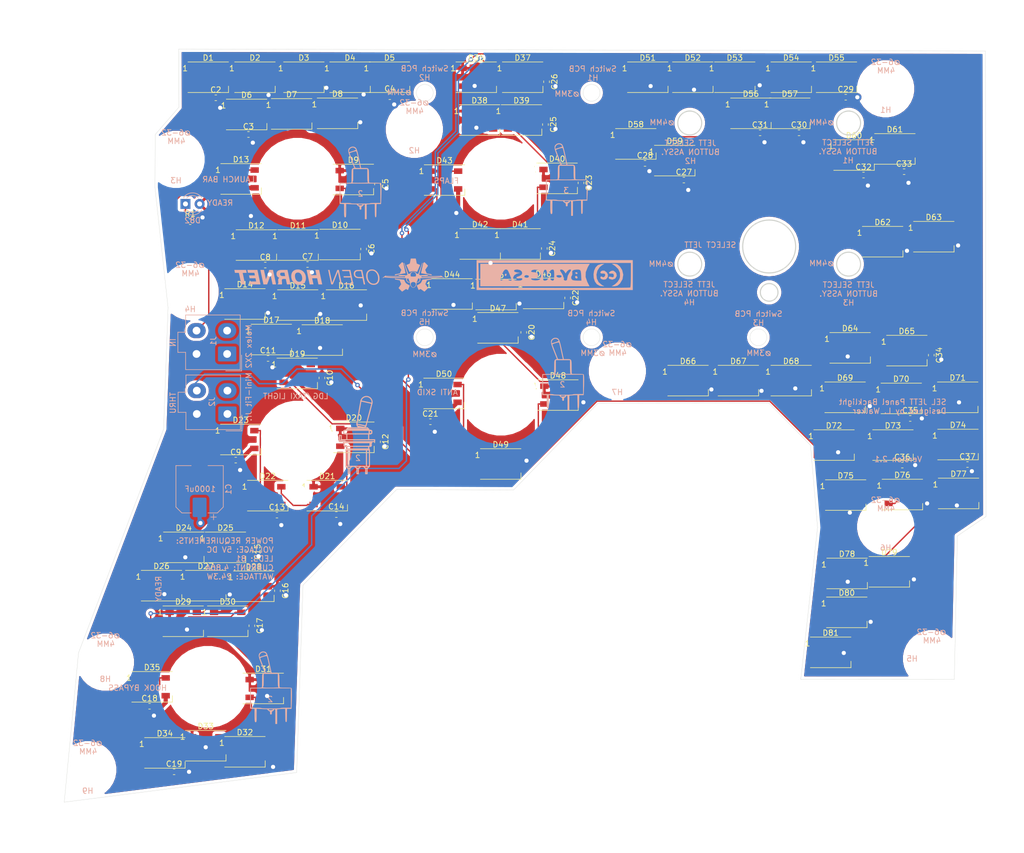
<source format=kicad_pcb>
(kicad_pcb (version 20171130) (host pcbnew "(5.1.10)-1")
  (layers (0 F.Cu signal) (31 B.Cu signal) (34 B.Paste user) (35 F.Paste user) (36 B.SilkS user) (37 F.SilkS user) (38 B.Mask user) (39 F.Mask user) (44 Edge.Cuts user))
  (net 0 "")
  (net 1 "Net-(D1-Pad2)")
  (net 2 "Net-(D2-Pad2)")
  (net 3 "Net-(D3-Pad2)")
  (net 4 "Net-(D4-Pad2)")
  (net 5 "Net-(D6-Pad2)")
  (net 6 "Net-(D8-Pad2)")
  (net 7 "Net-(D10-Pad4)")
  (net 8 "Net-(D10-Pad2)")
  (net 9 "Net-(D11-Pad2)")
  (net 10 "Net-(D12-Pad2)")
  (net 11 "Net-(D13-Pad2)")
  (net 12 "Net-(D14-Pad2)")
  (net 13 "Net-(D15-Pad2)")
  (net 14 "Net-(D16-Pad2)")
  (net 15 "Net-(D17-Pad2)")
  (net 16 "Net-(D18-Pad2)")
  (net 17 "Net-(D19-Pad2)")
  (net 18 "Net-(D21-Pad2)")
  (net 19 "Net-(D22-Pad2)")
  (net 20 "Net-(D23-Pad2)")
  (net 21 "Net-(D24-Pad2)")
  (net 22 "Net-(D25-Pad2)")
  (net 23 "Net-(D26-Pad2)")
  (net 24 "Net-(D27-Pad2)")
  (net 25 "Net-(D31-Pad2)")
  (net 26 "Net-(D33-Pad2)")
  (net 27 "Net-(D34-Pad2)")
  (net 28 "Net-(D35-Pad2)")
  (net 29 "Net-(D36-Pad2)")
  (net 30 "Net-(D37-Pad2)")
  (net 31 "Net-(D38-Pad2)")
  (net 32 "Net-(D39-Pad2)")
  (net 33 "Net-(D40-Pad2)")
  (net 34 "Net-(D41-Pad2)")
  (net 35 "Net-(D42-Pad2)")
  (net 36 "Net-(D43-Pad2)")
  (net 37 "Net-(D44-Pad2)")
  (net 38 "Net-(D45-Pad2)")
  (net 39 "Net-(D46-Pad2)")
  (net 40 "Net-(D48-Pad2)")
  (net 41 "Net-(D49-Pad2)")
  (net 42 "Net-(D50-Pad2)")
  (net 43 "Net-(D51-Pad2)")
  (net 44 "Net-(D52-Pad2)")
  (net 45 "Net-(D53-Pad2)")
  (net 46 "Net-(D54-Pad2)")
  (net 47 "Net-(D55-Pad2)")
  (net 48 "Net-(D56-Pad2)")
  (net 49 "Net-(D58-Pad2)")
  (net 50 "Net-(D59-Pad2)")
  (net 51 "Net-(D60-Pad2)")
  (net 52 "Net-(D63-Pad2)")
  (net 53 "Net-(D64-Pad2)")
  (net 54 "Net-(D65-Pad2)")
  (net 55 "Net-(D66-Pad2)")
  (net 56 "Net-(D67-Pad2)")
  (net 57 "Net-(D68-Pad2)")
  (net 58 "Net-(D69-Pad2)")
  (net 59 "Net-(D70-Pad2)")
  (net 60 "Net-(D71-Pad2)")
  (net 61 "Net-(D72-Pad2)")
  (net 62 "Net-(D73-Pad2)")
  (net 63 "Net-(D74-Pad2)")
  (net 64 "Net-(D75-Pad2)")
  (net 65 "Net-(D77-Pad2)")
  (net 66 /LEDGND)
  (net 67 /LED+5V)
  (net 68 "Net-(D82-Pad1)")
  (net 69 /DATAIN)
  (net 70 "Net-(D5-Pad2)")
  (net 71 "Net-(D7-Pad2)")
  (net 72 "Net-(D20-Pad2)")
  (net 73 "Net-(D28-Pad2)")
  (net 74 "Net-(D29-Pad2)")
  (net 75 "Net-(D30-Pad2)")
  (net 76 "Net-(D32-Pad2)")
  (net 77 "Net-(D47-Pad2)")
  (net 78 "Net-(D57-Pad2)")
  (net 79 "Net-(D61-Pad2)")
  (net 80 "Net-(D62-Pad2)")
  (net 81 /DATAOUT)
  (net 82 "Net-(D76-Pad2)")
  (net 83 "Net-(D78-Pad2)")
  (net 84 "Net-(D79-Pad2)")
  (net 85 "Net-(D80-Pad2)")
  (module OH_Backlighting:Molex_Mini-Fit_Jr_5566-04A_2x02_P4.20mm_Vertical (layer B.Cu) (at 96.5 95.8 90)
    (fp_text reference J2 (at 2.201 -2.774 90) (layer B.SilkS) (effects (justify mirror)))
    (fp_text value Conn_01x04_Female)
    (pad 4 thru_hole oval (at 4.2 -5.5 90) (size 2.7 3.3) (drill 1.4) (layers *.Cu *.Mask) (net 81 /DATAOUT))
    (pad 3 thru_hole oval (at 0 -5.5 90) (size 2.7 3.3) (drill 1.4) (layers *.Cu *.Mask) (net 66 /LEDGND))
    (pad 2 thru_hole oval (at 4.2 0 90) (size 2.7 3.3) (drill 1.4) (layers *.Cu *.Mask) (net 67 /LED+5V))
    (pad 1 thru_hole roundrect (at 0 0 90) (size 2.7 3.3) (drill 1.4) (layers *.Cu *.Mask) (roundrect_rratio 0.09259296296296296) (net 67 /LED+5V))
  )
  (module OH_Backlighting:Molex_Mini-Fit_Jr_5566-04A_2x02_P4.20mm_Vertical (layer B.Cu) (at 96.45 85 90)
    (fp_text reference J1 (at 2.323 -2.47 90) (layer B.SilkS) (effects (justify mirror)))
    (fp_text value Conn_01x04_Female)
    (pad 4 thru_hole oval (at 4.2 -5.5 90) (size 2.7 3.3) (drill 1.4) (layers *.Cu *.Mask) (net 69 /DATAIN))
    (pad 3 thru_hole oval (at 0 -5.5 90) (size 2.7 3.3) (drill 1.4) (layers *.Cu *.Mask) (net 66 /LEDGND))
    (pad 2 thru_hole oval (at 4.2 0 90) (size 2.7 3.3) (drill 1.4) (layers *.Cu *.Mask) (net 67 /LED+5V))
    (pad 1 thru_hole roundrect (at 0 0 90) (size 2.7 3.3) (drill 1.4) (layers *.Cu *.Mask) (roundrect_rratio 0.09259296296296296) (net 67 /LED+5V))
  )
  (module OH_Backlighting:631H_Toggle_13mm_x_13mm (layer F.Cu) (at 92.976707 144.906997)
    (fp_text reference 18 hide)
    (fp_text value 631H_Toggle_13mm_x_13mm hide)
    (pad "" np_thru_hole circle (at 0 0) (size 12.7 12.7) (drill 12.7) (layers B.Cu) (clearance 2.5))
    (pad "" np_thru_hole circle (at 0 0) (size 12.7 12.7) (drill 12.7) (layers *.Mask F.Cu) (clearance 1))
  )
  (module OH_Backlighting:631H_Toggle_Silkscreen (layer F.Cu) (at 156.85 88.6)
    (fp_text reference G*** hide)
    (fp_text value "631H Toggle" hide)
  )
  (module OH_Backlighting:631H_Toggle_13mm_x_13mm (layer F.Cu) (at 145.681694 92.329018)
    (fp_text reference 17 hide)
    (fp_text value 631H_Toggle_13mm_x_13mm hide)
    (pad "" np_thru_hole circle (at 0 0) (size 12.7 12.7) (drill 12.7) (layers B.Cu) (clearance 2.5))
    (pad "" np_thru_hole circle (at 0 0) (size 12.7 12.7) (drill 12.7) (layers *.Mask F.Cu) (clearance 1))
  )
  (module OH_Backlighting:100SPX_Toggle_13mm_x_18mm (layer F.Cu) (at 109.105698 100.774518)
    (fp_text reference 16 hide)
    (fp_text value 100SPX_Toggle_13mm_x_18mm hide)
    (pad "" np_thru_hole circle (at 0 0) (size 12.7 12.7) (drill 12.7) (layers *.Mask B.Cu) (clearance 3.65))
    (pad "" np_thru_hole circle (at 0 0) (size 12.7 12.7) (drill 12.7) (layers *.Mask F.Cu) (clearance 1))
    (pad "" np_thru_hole circle (at 0 9.525) (size 3.572 3.572) (drill 3.572) (layers *.Cu *.Mask) (clearance 1))
  )
  (module OH_Backlighting:631H_Toggle_13mm_x_13mm (layer F.Cu) (at 145.681694 53.467018)
    (fp_text reference 16 hide)
    (fp_text value 631H_Toggle_13mm_x_13mm hide)
    (pad "" np_thru_hole circle (at 0 0) (size 12.7 12.7) (drill 12.7) (layers B.Cu) (clearance 2.5))
    (pad "" np_thru_hole circle (at 0 0) (size 12.7 12.7) (drill 12.7) (layers *.Mask F.Cu) (clearance 1))
  )
  (module OH_Backlighting:631H_Toggle_13mm_x_13mm (layer F.Cu) (at 109.105698 53.467018)
    (fp_text reference 15 hide)
    (fp_text value 631H_Toggle_13mm_x_13mm hide)
    (pad "" np_thru_hole circle (at 0 0) (size 12.7 12.7) (drill 12.7) (layers B.Cu) (clearance 2.5))
    (pad "" np_thru_hole circle (at 0 0) (size 12.7 12.7) (drill 12.7) (layers *.Mask F.Cu) (clearance 1))
  )
  (module OH_Backlighting:631H_Toggle_Silkscreen (layer F.Cu) (at 104.3 145.05)
    (fp_text reference G*** hide)
    (fp_text value "631H Toggle" hide)
  )
  (module OH_Backlighting:100SP1_Toggle_Silkscreen (layer F.Cu) (at 120.45 100.95)
    (fp_text reference 14 hide)
    (fp_text value "100SP1 Toggle" hide)
    (fp_text user 2 (at -0.475 2.775) (layer B.SilkS) (effects (justify mirror)))
  )
  (module OH_Backlighting:631H_Toggle_Silkscreen (layer F.Cu) (at 157.5 53.6)
    (fp_text reference 13 hide)
    (fp_text value "631H Toggle" hide)
  )
  (module OH_Backlighting:631H_Toggle_Silkscreen (layer F.Cu) (at 120.4 54.2)
    (fp_text reference 12 hide)
    (fp_text value "631H Toggle" hide)
  )
  (module OH_General:CC-BY-NC-SA-Small (layer B.Cu) (at 155.45 70.8 180)
    (fp_text reference 10 hide)
    (fp_text value LOGO hide)
  )
  (module OH_General:OH_LOGO_37.7mm_5.9mm (layer B.Cu) (at 116.6 70.802178 180)
    (fp_text reference 11 hide)
    (fp_text value LOGO hide)
  )
  (module OH_Backlighting:OH_Panel_6-32_PHS (layer F.Cu) (at 223.151694 139.839819)
    (fp_text reference 9 hide)
    (fp_text value OH_Panel_Fastner_Keepout hide)
    (fp_text user 4MM (at 0.075 -3.275 180) (layer B.SilkS) (effects (justify mirror)))
    (fp_text user H5 (at -3.501694 0.010181) (layer B.SilkS) (effects (justify mirror)))
    (fp_text user ⌀6-32 (at 0 -4.8) (layer B.SilkS) (effects (justify mirror)))
    (pad "" np_thru_hole circle (at 0 0) (size 4.3 4.3) (drill 4.3) (layers *.Cu *.Mask) (clearance 3))
  )
  (module OH_Backlighting:OH_Panel_6-32_PHS (layer F.Cu) (at 71.386707 159.820032)
    (fp_text reference 8 hide)
    (fp_text value OH_Panel_Fastner_Keepout hide)
    (fp_text user 4MM (at 0.075 -3.275 180) (layer B.SilkS) (effects (justify mirror)))
    (fp_text user H9 (at 0 3.81) (layer B.SilkS) (effects (justify mirror)))
    (fp_text user ⌀6-32 (at 0 -4.8) (layer B.SilkS) (effects (justify mirror)))
    (pad "" np_thru_hole circle (at 0 0) (size 4.3 4.3) (drill 4.3) (layers *.Cu *.Mask) (clearance 3))
  )
  (module OH_Backlighting:OH_Panel_6-32_PHS (layer F.Cu) (at 89.801693 73.787017)
    (fp_text reference 7 hide)
    (fp_text value OH_Panel_Fastner_Keepout hide)
    (fp_text user 4MM (at 0.075 -3.275 180) (layer B.SilkS) (effects (justify mirror)))
    (fp_text user H4 (at -0.001693 3.162983) (layer B.SilkS) (effects (justify mirror)))
    (fp_text user ⌀6-32 (at 0 -4.8) (layer B.SilkS) (effects (justify mirror)))
    (pad "" np_thru_hole circle (at 0 0) (size 4.3 4.3) (drill 4.3) (layers *.Cu *.Mask) (clearance 3))
  )
  (module OH_Backlighting:OH_Panel_6-32_PHS (layer F.Cu) (at 214.896707 116.078)
    (fp_text reference 6 hide)
    (fp_text value OH_Panel_Fastner_Keepout hide)
    (fp_text user 4MM (at 0.075 -3.275 180) (layer B.SilkS) (effects (justify mirror)))
    (fp_text user H6 (at 0 3.81) (layer B.SilkS) (effects (justify mirror)))
    (fp_text user ⌀6-32 (at 0 -4.8) (layer B.SilkS) (effects (justify mirror)))
    (pad "" np_thru_hole circle (at 0 0) (size 4.3 4.3) (drill 4.3) (layers *.Cu *.Mask) (clearance 3))
  )
  (module OH_Backlighting:OH_Panel_6-32_PHS (layer F.Cu) (at 74.561693 140.462018)
    (fp_text reference 5 hide)
    (fp_text value OH_Panel_Fastner_Keepout hide)
    (fp_text user 4MM (at 0.075 -3.275 180) (layer B.SilkS) (effects (justify mirror)))
    (fp_text user H8 (at -0.011693 3.037982) (layer B.SilkS) (effects (justify mirror)))
    (fp_text user ⌀6-32 (at 0 -4.8) (layer B.SilkS) (effects (justify mirror)))
    (pad "" np_thru_hole circle (at 0 0) (size 4.3 4.3) (drill 4.3) (layers *.Cu *.Mask) (clearance 3))
  )
  (module OH_Backlighting:OH_Panel_6-32_PHS (layer F.Cu) (at 166.636703 88.074497)
    (fp_text reference 4 hide)
    (fp_text value OH_Panel_Fastner_Keepout hide)
    (fp_text user 4MM (at 0.075 -3.275 180) (layer B.SilkS) (effects (justify mirror)))
    (fp_text user H7 (at 0 3.81) (layer B.SilkS) (effects (justify mirror)))
    (fp_text user ⌀6-32 (at 0 -4.8) (layer B.SilkS) (effects (justify mirror)))
    (pad "" np_thru_hole circle (at 0 0) (size 4.3 4.3) (drill 4.3) (layers *.Cu *.Mask) (clearance 3))
  )
  (module OH_Backlighting:OH_Panel_6-32_PHS (layer F.Cu) (at 214.896696 37.2745)
    (fp_text reference 3 hide)
    (fp_text value OH_Panel_Fastner_Keepout hide)
    (fp_text user 4MM (at 0.075 -3.275 180) (layer B.SilkS) (effects (justify mirror)))
    (fp_text user H1 (at 0 3.81) (layer B.SilkS) (effects (justify mirror)))
    (fp_text user ⌀6-32 (at 0 -4.8) (layer B.SilkS) (effects (justify mirror)))
    (pad "" np_thru_hole circle (at 0 0) (size 4.3 4.3) (drill 4.3) (layers *.Cu *.Mask) (clearance 3))
  )
  (module OH_Backlighting:OH_Panel_6-32_PHS (layer F.Cu) (at 130.124197 44.577011)
    (fp_text reference 2 hide)
    (fp_text value OH_Panel_Fastner_Keepout hide)
    (fp_text user 4MM (at 0.075 -3.275 180) (layer B.SilkS) (effects (justify mirror)))
    (fp_text user H2 (at 0 3.81) (layer B.SilkS) (effects (justify mirror)))
    (fp_text user ⌀6-32 (at 0 -4.8) (layer B.SilkS) (effects (justify mirror)))
    (pad "" np_thru_hole circle (at 0 0) (size 4.3 4.3) (drill 4.3) (layers *.Cu *.Mask) (clearance 3))
  )
  (module OH_Backlighting:OH_Panel_6-32_PHS (layer F.Cu) (at 87.261697 49.974517)
    (fp_text reference 1 hide)
    (fp_text value OH_Panel_Fastner_Keepout hide)
    (fp_text user 4MM (at 0.075 -3.275 180) (layer B.SilkS) (effects (justify mirror)))
    (fp_text user H3 (at 0 3.81) (layer B.SilkS) (effects (justify mirror)))
    (fp_text user ⌀6-32 (at 0 -4.8) (layer B.SilkS) (effects (justify mirror)))
    (pad "" np_thru_hole circle (at 0 0) (size 4.3 4.3) (drill 4.3) (layers *.Cu *.Mask) (clearance 3))
  )
  (module Resistor_SMD:R_0603_1608Metric (layer F.Cu) (at 89.8 61.2)
    (fp_text reference R1 (at 0 -1.43) (layer F.SilkS))
    (fp_text value R)
    (pad 2 smd roundrect (at 0.7875 0) (size 0.875 0.95) (layers F.Cu F.Paste F.Mask) (net 66 /LEDGND))
    (pad 1 smd roundrect (at -0.7875 0) (size 0.875 0.95) (layers F.Cu F.Paste F.Mask) (net 68 "Net-(D82-Pad1)"))
  )
  (module LED_THT:LED_D3.0mm (layer B.Cu) (at 88.96 58)
    (fp_text reference D82 (at 1.27 2.96) (layer B.SilkS) (effects (justify mirror)))
    (fp_text value LED)
    (pad 2 thru_hole circle (at 2.54 0) (size 1.8 1.8) (drill 0.9) (layers *.Cu *.Mask) (net 67 /LED+5V))
    (pad 1 thru_hole rect (at 0 0) (size 1.8 1.8) (drill 0.9) (layers *.Cu *.Mask) (net 68 "Net-(D82-Pad1)"))
  )
  (module LED_SMD:LED_WS2812B_PLCC4_5.0x5.0mm_P3.2mm (layer F.Cu) (at 205 138.7)
    (fp_text reference D81 (at 0 -3.5) (layer F.SilkS))
    (fp_text value WS2812B)
    (fp_text user 1 (at -4.15 -1.6) (layer F.SilkS))
    (pad 1 smd rect (at -2.45 -1.6) (size 1.5 1) (layers F.Cu F.Paste F.Mask) (net 67 /LED+5V))
    (pad 2 smd rect (at -2.45 1.6) (size 1.5 1) (layers F.Cu F.Paste F.Mask) (net 81 /DATAOUT))
    (pad 4 smd rect (at 2.45 -1.6) (size 1.5 1) (layers F.Cu F.Paste F.Mask) (net 85 "Net-(D80-Pad2)"))
    (pad 3 smd rect (at 2.45 1.6) (size 1.5 1) (layers F.Cu F.Paste F.Mask) (net 66 /LEDGND))
  )
  (module LED_SMD:LED_WS2812B_PLCC4_5.0x5.0mm_P3.2mm (layer F.Cu) (at 207.9 131.5)
    (fp_text reference D80 (at 0 -3.5) (layer F.SilkS))
    (fp_text value WS2812B)
    (fp_text user 1 (at -4.15 -1.6) (layer F.SilkS))
    (pad 1 smd rect (at -2.45 -1.6) (size 1.5 1) (layers F.Cu F.Paste F.Mask) (net 67 /LED+5V))
    (pad 2 smd rect (at -2.45 1.6) (size 1.5 1) (layers F.Cu F.Paste F.Mask) (net 85 "Net-(D80-Pad2)"))
    (pad 4 smd rect (at 2.45 -1.6) (size 1.5 1) (layers F.Cu F.Paste F.Mask) (net 84 "Net-(D79-Pad2)"))
    (pad 3 smd rect (at 2.45 1.6) (size 1.5 1) (layers F.Cu F.Paste F.Mask) (net 66 /LEDGND))
  )
  (module LED_SMD:LED_WS2812B_PLCC4_5.0x5.0mm_P3.2mm (layer F.Cu) (at 215.55 124.2)
    (fp_text reference D79 (at 0 -3.5) (layer F.SilkS))
    (fp_text value WS2812B)
    (fp_text user 1 (at -4.15 -1.6) (layer F.SilkS))
    (pad 1 smd rect (at -2.45 -1.6) (size 1.5 1) (layers F.Cu F.Paste F.Mask) (net 67 /LED+5V))
    (pad 2 smd rect (at -2.45 1.6) (size 1.5 1) (layers F.Cu F.Paste F.Mask) (net 84 "Net-(D79-Pad2)"))
    (pad 4 smd rect (at 2.45 -1.6) (size 1.5 1) (layers F.Cu F.Paste F.Mask) (net 83 "Net-(D78-Pad2)"))
    (pad 3 smd rect (at 2.45 1.6) (size 1.5 1) (layers F.Cu F.Paste F.Mask) (net 66 /LEDGND))
  )
  (module LED_SMD:LED_WS2812B_PLCC4_5.0x5.0mm_P3.2mm (layer F.Cu) (at 207.95 124.5)
    (fp_text reference D78 (at 0 -3.5) (layer F.SilkS))
    (fp_text value WS2812B)
    (fp_text user 1 (at -4.15 -1.6) (layer F.SilkS))
    (pad 1 smd rect (at -2.45 -1.6) (size 1.5 1) (layers F.Cu F.Paste F.Mask) (net 67 /LED+5V))
    (pad 2 smd rect (at -2.45 1.6) (size 1.5 1) (layers F.Cu F.Paste F.Mask) (net 83 "Net-(D78-Pad2)"))
    (pad 4 smd rect (at 2.45 -1.6) (size 1.5 1) (layers F.Cu F.Paste F.Mask) (net 65 "Net-(D77-Pad2)"))
    (pad 3 smd rect (at 2.45 1.6) (size 1.5 1) (layers F.Cu F.Paste F.Mask) (net 66 /LEDGND))
  )
  (module LED_SMD:LED_WS2812B_PLCC4_5.0x5.0mm_P3.2mm (layer F.Cu) (at 228 110.1)
    (fp_text reference D77 (at 0 -3.5) (layer F.SilkS))
    (fp_text value WS2812B)
    (fp_text user 1 (at -4.15 -1.6) (layer F.SilkS))
    (pad 1 smd rect (at -2.45 -1.6) (size 1.5 1) (layers F.Cu F.Paste F.Mask) (net 67 /LED+5V))
    (pad 2 smd rect (at -2.45 1.6) (size 1.5 1) (layers F.Cu F.Paste F.Mask) (net 65 "Net-(D77-Pad2)"))
    (pad 4 smd rect (at 2.45 -1.6) (size 1.5 1) (layers F.Cu F.Paste F.Mask) (net 82 "Net-(D76-Pad2)"))
    (pad 3 smd rect (at 2.45 1.6) (size 1.5 1) (layers F.Cu F.Paste F.Mask) (net 66 /LEDGND))
  )
  (module LED_SMD:LED_WS2812B_PLCC4_5.0x5.0mm_P3.2mm (layer F.Cu) (at 217.9 110.3)
    (fp_text reference D76 (at 0 -3.5) (layer F.SilkS))
    (fp_text value WS2812B)
    (fp_text user 1 (at -4.15 -1.6) (layer F.SilkS))
    (pad 1 smd rect (at -2.45 -1.6) (size 1.5 1) (layers F.Cu F.Paste F.Mask) (net 67 /LED+5V))
    (pad 2 smd rect (at -2.45 1.6) (size 1.5 1) (layers F.Cu F.Paste F.Mask) (net 82 "Net-(D76-Pad2)"))
    (pad 4 smd rect (at 2.45 -1.6) (size 1.5 1) (layers F.Cu F.Paste F.Mask) (net 64 "Net-(D75-Pad2)"))
    (pad 3 smd rect (at 2.45 1.6) (size 1.5 1) (layers F.Cu F.Paste F.Mask) (net 66 /LEDGND))
  )
  (module LED_SMD:LED_WS2812B_PLCC4_5.0x5.0mm_P3.2mm (layer F.Cu) (at 207.7 110.4)
    (fp_text reference D75 (at 0 -3.5) (layer F.SilkS))
    (fp_text value WS2812B)
    (fp_text user 1 (at -4.15 -1.6) (layer F.SilkS))
    (pad 1 smd rect (at -2.45 -1.6) (size 1.5 1) (layers F.Cu F.Paste F.Mask) (net 67 /LED+5V))
    (pad 2 smd rect (at -2.45 1.6) (size 1.5 1) (layers F.Cu F.Paste F.Mask) (net 64 "Net-(D75-Pad2)"))
    (pad 4 smd rect (at 2.45 -1.6) (size 1.5 1) (layers F.Cu F.Paste F.Mask) (net 63 "Net-(D74-Pad2)"))
    (pad 3 smd rect (at 2.45 1.6) (size 1.5 1) (layers F.Cu F.Paste F.Mask) (net 66 /LEDGND))
  )
  (module LED_SMD:LED_WS2812B_PLCC4_5.0x5.0mm_P3.2mm (layer F.Cu) (at 227.9 101.3)
    (fp_text reference D74 (at 0 -3.5) (layer F.SilkS))
    (fp_text value WS2812B)
    (fp_text user 1 (at -4.15 -1.6) (layer F.SilkS))
    (pad 1 smd rect (at -2.45 -1.6) (size 1.5 1) (layers F.Cu F.Paste F.Mask) (net 67 /LED+5V))
    (pad 2 smd rect (at -2.45 1.6) (size 1.5 1) (layers F.Cu F.Paste F.Mask) (net 63 "Net-(D74-Pad2)"))
    (pad 4 smd rect (at 2.45 -1.6) (size 1.5 1) (layers F.Cu F.Paste F.Mask) (net 62 "Net-(D73-Pad2)"))
    (pad 3 smd rect (at 2.45 1.6) (size 1.5 1) (layers F.Cu F.Paste F.Mask) (net 66 /LEDGND))
  )
  (module LED_SMD:LED_WS2812B_PLCC4_5.0x5.0mm_P3.2mm (layer F.Cu) (at 216.2 101.4)
    (fp_text reference D73 (at 0 -3.5) (layer F.SilkS))
    (fp_text value WS2812B)
    (fp_text user 1 (at -4.15 -1.6) (layer F.SilkS))
    (pad 1 smd rect (at -2.45 -1.6) (size 1.5 1) (layers F.Cu F.Paste F.Mask) (net 67 /LED+5V))
    (pad 2 smd rect (at -2.45 1.6) (size 1.5 1) (layers F.Cu F.Paste F.Mask) (net 62 "Net-(D73-Pad2)"))
    (pad 4 smd rect (at 2.45 -1.6) (size 1.5 1) (layers F.Cu F.Paste F.Mask) (net 61 "Net-(D72-Pad2)"))
    (pad 3 smd rect (at 2.45 1.6) (size 1.5 1) (layers F.Cu F.Paste F.Mask) (net 66 /LEDGND))
  )
  (module LED_SMD:LED_WS2812B_PLCC4_5.0x5.0mm_P3.2mm (layer F.Cu) (at 205.6 101.4)
    (fp_text reference D72 (at 0 -3.5) (layer F.SilkS))
    (fp_text value WS2812B)
    (fp_text user 1 (at -4.15 -1.6) (layer F.SilkS))
    (pad 1 smd rect (at -2.45 -1.6) (size 1.5 1) (layers F.Cu F.Paste F.Mask) (net 67 /LED+5V))
    (pad 2 smd rect (at -2.45 1.6) (size 1.5 1) (layers F.Cu F.Paste F.Mask) (net 61 "Net-(D72-Pad2)"))
    (pad 4 smd rect (at 2.45 -1.6) (size 1.5 1) (layers F.Cu F.Paste F.Mask) (net 60 "Net-(D71-Pad2)"))
    (pad 3 smd rect (at 2.45 1.6) (size 1.5 1) (layers F.Cu F.Paste F.Mask) (net 66 /LEDGND))
  )
  (module LED_SMD:LED_WS2812B_PLCC4_5.0x5.0mm_P3.2mm (layer F.Cu) (at 227.85 92.8)
    (fp_text reference D71 (at 0 -3.5) (layer F.SilkS))
    (fp_text value WS2812B)
    (fp_text user 1 (at -4.15 -1.6) (layer F.SilkS))
    (pad 1 smd rect (at -2.45 -1.6) (size 1.5 1) (layers F.Cu F.Paste F.Mask) (net 67 /LED+5V))
    (pad 2 smd rect (at -2.45 1.6) (size 1.5 1) (layers F.Cu F.Paste F.Mask) (net 60 "Net-(D71-Pad2)"))
    (pad 4 smd rect (at 2.45 -1.6) (size 1.5 1) (layers F.Cu F.Paste F.Mask) (net 59 "Net-(D70-Pad2)"))
    (pad 3 smd rect (at 2.45 1.6) (size 1.5 1) (layers F.Cu F.Paste F.Mask) (net 66 /LEDGND))
  )
  (module LED_SMD:LED_WS2812B_PLCC4_5.0x5.0mm_P3.2mm (layer F.Cu) (at 217.7 93)
    (fp_text reference D70 (at 0 -3.5) (layer F.SilkS))
    (fp_text value WS2812B)
    (fp_text user 1 (at -4.15 -1.6) (layer F.SilkS))
    (pad 1 smd rect (at -2.45 -1.6) (size 1.5 1) (layers F.Cu F.Paste F.Mask) (net 67 /LED+5V))
    (pad 2 smd rect (at -2.45 1.6) (size 1.5 1) (layers F.Cu F.Paste F.Mask) (net 59 "Net-(D70-Pad2)"))
    (pad 4 smd rect (at 2.45 -1.6) (size 1.5 1) (layers F.Cu F.Paste F.Mask) (net 58 "Net-(D69-Pad2)"))
    (pad 3 smd rect (at 2.45 1.6) (size 1.5 1) (layers F.Cu F.Paste F.Mask) (net 66 /LEDGND))
  )
  (module LED_SMD:LED_WS2812B_PLCC4_5.0x5.0mm_P3.2mm (layer F.Cu) (at 207.6 92.8)
    (fp_text reference D69 (at 0 -3.5) (layer F.SilkS))
    (fp_text value WS2812B)
    (fp_text user 1 (at -4.15 -1.6) (layer F.SilkS))
    (pad 1 smd rect (at -2.45 -1.6) (size 1.5 1) (layers F.Cu F.Paste F.Mask) (net 67 /LED+5V))
    (pad 2 smd rect (at -2.45 1.6) (size 1.5 1) (layers F.Cu F.Paste F.Mask) (net 58 "Net-(D69-Pad2)"))
    (pad 4 smd rect (at 2.45 -1.6) (size 1.5 1) (layers F.Cu F.Paste F.Mask) (net 57 "Net-(D68-Pad2)"))
    (pad 3 smd rect (at 2.45 1.6) (size 1.5 1) (layers F.Cu F.Paste F.Mask) (net 66 /LEDGND))
  )
  (module LED_SMD:LED_WS2812B_PLCC4_5.0x5.0mm_P3.2mm (layer F.Cu) (at 197.9 89.8)
    (fp_text reference D68 (at 0 -3.5) (layer F.SilkS))
    (fp_text value WS2812B)
    (fp_text user 1 (at -4.15 -1.6) (layer F.SilkS))
    (pad 1 smd rect (at -2.45 -1.6) (size 1.5 1) (layers F.Cu F.Paste F.Mask) (net 67 /LED+5V))
    (pad 2 smd rect (at -2.45 1.6) (size 1.5 1) (layers F.Cu F.Paste F.Mask) (net 57 "Net-(D68-Pad2)"))
    (pad 4 smd rect (at 2.45 -1.6) (size 1.5 1) (layers F.Cu F.Paste F.Mask) (net 56 "Net-(D67-Pad2)"))
    (pad 3 smd rect (at 2.45 1.6) (size 1.5 1) (layers F.Cu F.Paste F.Mask) (net 66 /LEDGND))
  )
  (module LED_SMD:LED_WS2812B_PLCC4_5.0x5.0mm_P3.2mm (layer F.Cu) (at 188.4 89.8)
    (fp_text reference D67 (at 0 -3.5) (layer F.SilkS))
    (fp_text value WS2812B)
    (fp_text user 1 (at -4.15 -1.6) (layer F.SilkS))
    (pad 1 smd rect (at -2.45 -1.6) (size 1.5 1) (layers F.Cu F.Paste F.Mask) (net 67 /LED+5V))
    (pad 2 smd rect (at -2.45 1.6) (size 1.5 1) (layers F.Cu F.Paste F.Mask) (net 56 "Net-(D67-Pad2)"))
    (pad 4 smd rect (at 2.45 -1.6) (size 1.5 1) (layers F.Cu F.Paste F.Mask) (net 55 "Net-(D66-Pad2)"))
    (pad 3 smd rect (at 2.45 1.6) (size 1.5 1) (layers F.Cu F.Paste F.Mask) (net 66 /LEDGND))
  )
  (module LED_SMD:LED_WS2812B_PLCC4_5.0x5.0mm_P3.2mm (layer F.Cu) (at 179.35 89.8)
    (fp_text reference D66 (at 0 -3.5) (layer F.SilkS))
    (fp_text value WS2812B)
    (fp_text user 1 (at -4.15 -1.6) (layer F.SilkS))
    (pad 1 smd rect (at -2.45 -1.6) (size 1.5 1) (layers F.Cu F.Paste F.Mask) (net 67 /LED+5V))
    (pad 2 smd rect (at -2.45 1.6) (size 1.5 1) (layers F.Cu F.Paste F.Mask) (net 55 "Net-(D66-Pad2)"))
    (pad 4 smd rect (at 2.45 -1.6) (size 1.5 1) (layers F.Cu F.Paste F.Mask) (net 54 "Net-(D65-Pad2)"))
    (pad 3 smd rect (at 2.45 1.6) (size 1.5 1) (layers F.Cu F.Paste F.Mask) (net 66 /LEDGND))
  )
  (module LED_SMD:LED_WS2812B_PLCC4_5.0x5.0mm_P3.2mm (layer F.Cu) (at 218.7 84.4)
    (fp_text reference D65 (at 0 -3.5) (layer F.SilkS))
    (fp_text value WS2812B)
    (fp_text user 1 (at -4.15 -1.6) (layer F.SilkS))
    (pad 1 smd rect (at -2.45 -1.6) (size 1.5 1) (layers F.Cu F.Paste F.Mask) (net 67 /LED+5V))
    (pad 2 smd rect (at -2.45 1.6) (size 1.5 1) (layers F.Cu F.Paste F.Mask) (net 54 "Net-(D65-Pad2)"))
    (pad 4 smd rect (at 2.45 -1.6) (size 1.5 1) (layers F.Cu F.Paste F.Mask) (net 53 "Net-(D64-Pad2)"))
    (pad 3 smd rect (at 2.45 1.6) (size 1.5 1) (layers F.Cu F.Paste F.Mask) (net 66 /LEDGND))
  )
  (module LED_SMD:LED_WS2812B_PLCC4_5.0x5.0mm_P3.2mm (layer F.Cu) (at 208.5 83.9)
    (fp_text reference D64 (at 0 -3.5) (layer F.SilkS))
    (fp_text value WS2812B)
    (fp_text user 1 (at -4.15 -1.6) (layer F.SilkS))
    (pad 1 smd rect (at -2.45 -1.6) (size 1.5 1) (layers F.Cu F.Paste F.Mask) (net 67 /LED+5V))
    (pad 2 smd rect (at -2.45 1.6) (size 1.5 1) (layers F.Cu F.Paste F.Mask) (net 53 "Net-(D64-Pad2)"))
    (pad 4 smd rect (at 2.45 -1.6) (size 1.5 1) (layers F.Cu F.Paste F.Mask) (net 52 "Net-(D63-Pad2)"))
    (pad 3 smd rect (at 2.45 1.6) (size 1.5 1) (layers F.Cu F.Paste F.Mask) (net 66 /LEDGND))
  )
  (module LED_SMD:LED_WS2812B_PLCC4_5.0x5.0mm_P3.2mm (layer F.Cu) (at 223.55 63.9)
    (fp_text reference D63 (at 0 -3.5) (layer F.SilkS))
    (fp_text value WS2812B)
    (fp_text user 1 (at -4.15 -1.6) (layer F.SilkS))
    (pad 1 smd rect (at -2.45 -1.6) (size 1.5 1) (layers F.Cu F.Paste F.Mask) (net 67 /LED+5V))
    (pad 2 smd rect (at -2.45 1.6) (size 1.5 1) (layers F.Cu F.Paste F.Mask) (net 52 "Net-(D63-Pad2)"))
    (pad 4 smd rect (at 2.45 -1.6) (size 1.5 1) (layers F.Cu F.Paste F.Mask) (net 80 "Net-(D62-Pad2)"))
    (pad 3 smd rect (at 2.45 1.6) (size 1.5 1) (layers F.Cu F.Paste F.Mask) (net 66 /LEDGND))
  )
  (module LED_SMD:LED_WS2812B_PLCC4_5.0x5.0mm_P3.2mm (layer F.Cu) (at 214.35 64.8)
    (fp_text reference D62 (at 0 -3.5) (layer F.SilkS))
    (fp_text value WS2812B)
    (fp_text user 1 (at -4.15 -1.6) (layer F.SilkS))
    (pad 1 smd rect (at -2.45 -1.6) (size 1.5 1) (layers F.Cu F.Paste F.Mask) (net 67 /LED+5V))
    (pad 2 smd rect (at -2.45 1.6) (size 1.5 1) (layers F.Cu F.Paste F.Mask) (net 80 "Net-(D62-Pad2)"))
    (pad 4 smd rect (at 2.45 -1.6) (size 1.5 1) (layers F.Cu F.Paste F.Mask) (net 79 "Net-(D61-Pad2)"))
    (pad 3 smd rect (at 2.45 1.6) (size 1.5 1) (layers F.Cu F.Paste F.Mask) (net 66 /LEDGND))
  )
  (module LED_SMD:LED_WS2812B_PLCC4_5.0x5.0mm_P3.2mm (layer F.Cu) (at 216.55 48.1)
    (fp_text reference D61 (at 0 -3.5) (layer F.SilkS))
    (fp_text value WS2812B)
    (fp_text user 1 (at -4.15 -1.6) (layer F.SilkS))
    (pad 1 smd rect (at -2.45 -1.6) (size 1.5 1) (layers F.Cu F.Paste F.Mask) (net 67 /LED+5V))
    (pad 2 smd rect (at -2.45 1.6) (size 1.5 1) (layers F.Cu F.Paste F.Mask) (net 79 "Net-(D61-Pad2)"))
    (pad 4 smd rect (at 2.45 -1.6) (size 1.5 1) (layers F.Cu F.Paste F.Mask) (net 51 "Net-(D60-Pad2)"))
    (pad 3 smd rect (at 2.45 1.6) (size 1.5 1) (layers F.Cu F.Paste F.Mask) (net 66 /LEDGND))
  )
  (module LED_SMD:LED_WS2812B_PLCC4_5.0x5.0mm_P3.2mm (layer F.Cu) (at 209.2 49.2)
    (fp_text reference D60 (at 0 -3.5) (layer F.SilkS))
    (fp_text value WS2812B)
    (fp_text user 1 (at -4.15 -1.6) (layer F.SilkS))
    (pad 1 smd rect (at -2.45 -1.6) (size 1.5 1) (layers F.Cu F.Paste F.Mask) (net 67 /LED+5V))
    (pad 2 smd rect (at -2.45 1.6) (size 1.5 1) (layers F.Cu F.Paste F.Mask) (net 51 "Net-(D60-Pad2)"))
    (pad 4 smd rect (at 2.45 -1.6) (size 1.5 1) (layers F.Cu F.Paste F.Mask) (net 50 "Net-(D59-Pad2)"))
    (pad 3 smd rect (at 2.45 1.6) (size 1.5 1) (layers F.Cu F.Paste F.Mask) (net 66 /LEDGND))
  )
  (module LED_SMD:LED_WS2812B_PLCC4_5.0x5.0mm_P3.2mm (layer F.Cu) (at 176.95 50.2)
    (fp_text reference D59 (at 0 -3.5) (layer F.SilkS))
    (fp_text value WS2812B)
    (fp_text user 1 (at -4.15 -1.6) (layer F.SilkS))
    (pad 1 smd rect (at -2.45 -1.6) (size 1.5 1) (layers F.Cu F.Paste F.Mask) (net 67 /LED+5V))
    (pad 2 smd rect (at -2.45 1.6) (size 1.5 1) (layers F.Cu F.Paste F.Mask) (net 50 "Net-(D59-Pad2)"))
    (pad 4 smd rect (at 2.45 -1.6) (size 1.5 1) (layers F.Cu F.Paste F.Mask) (net 49 "Net-(D58-Pad2)"))
    (pad 3 smd rect (at 2.45 1.6) (size 1.5 1) (layers F.Cu F.Paste F.Mask) (net 66 /LEDGND))
  )
  (module LED_SMD:LED_WS2812B_PLCC4_5.0x5.0mm_P3.2mm (layer F.Cu) (at 169.95 47.2)
    (fp_text reference D58 (at 0 -3.5) (layer F.SilkS))
    (fp_text value WS2812B)
    (fp_text user 1 (at -4.15 -1.6) (layer F.SilkS))
    (pad 1 smd rect (at -2.45 -1.6) (size 1.5 1) (layers F.Cu F.Paste F.Mask) (net 67 /LED+5V))
    (pad 2 smd rect (at -2.45 1.6) (size 1.5 1) (layers F.Cu F.Paste F.Mask) (net 49 "Net-(D58-Pad2)"))
    (pad 4 smd rect (at 2.45 -1.6) (size 1.5 1) (layers F.Cu F.Paste F.Mask) (net 78 "Net-(D57-Pad2)"))
    (pad 3 smd rect (at 2.45 1.6) (size 1.5 1) (layers F.Cu F.Paste F.Mask) (net 66 /LEDGND))
  )
  (module LED_SMD:LED_WS2812B_PLCC4_5.0x5.0mm_P3.2mm (layer F.Cu) (at 197.65 41.7)
    (fp_text reference D57 (at 0 -3.5) (layer F.SilkS))
    (fp_text value WS2812B)
    (fp_text user 1 (at -4.15 -1.6) (layer F.SilkS))
    (pad 1 smd rect (at -2.45 -1.6) (size 1.5 1) (layers F.Cu F.Paste F.Mask) (net 67 /LED+5V))
    (pad 2 smd rect (at -2.45 1.6) (size 1.5 1) (layers F.Cu F.Paste F.Mask) (net 78 "Net-(D57-Pad2)"))
    (pad 4 smd rect (at 2.45 -1.6) (size 1.5 1) (layers F.Cu F.Paste F.Mask) (net 48 "Net-(D56-Pad2)"))
    (pad 3 smd rect (at 2.45 1.6) (size 1.5 1) (layers F.Cu F.Paste F.Mask) (net 66 /LEDGND))
  )
  (module LED_SMD:LED_WS2812B_PLCC4_5.0x5.0mm_P3.2mm (layer F.Cu) (at 190.65 41.7)
    (fp_text reference D56 (at 0 -3.5) (layer F.SilkS))
    (fp_text value WS2812B)
    (fp_text user 1 (at -4.15 -1.6) (layer F.SilkS))
    (pad 1 smd rect (at -2.45 -1.6) (size 1.5 1) (layers F.Cu F.Paste F.Mask) (net 67 /LED+5V))
    (pad 2 smd rect (at -2.45 1.6) (size 1.5 1) (layers F.Cu F.Paste F.Mask) (net 48 "Net-(D56-Pad2)"))
    (pad 4 smd rect (at 2.45 -1.6) (size 1.5 1) (layers F.Cu F.Paste F.Mask) (net 47 "Net-(D55-Pad2)"))
    (pad 3 smd rect (at 2.45 1.6) (size 1.5 1) (layers F.Cu F.Paste F.Mask) (net 66 /LEDGND))
  )
  (module LED_SMD:LED_WS2812B_PLCC4_5.0x5.0mm_P3.2mm (layer F.Cu) (at 206.05 35.2)
    (fp_text reference D55 (at 0 -3.5) (layer F.SilkS))
    (fp_text value WS2812B)
    (fp_text user 1 (at -4.15 -1.6) (layer F.SilkS))
    (pad 1 smd rect (at -2.45 -1.6) (size 1.5 1) (layers F.Cu F.Paste F.Mask) (net 67 /LED+5V))
    (pad 2 smd rect (at -2.45 1.6) (size 1.5 1) (layers F.Cu F.Paste F.Mask) (net 47 "Net-(D55-Pad2)"))
    (pad 4 smd rect (at 2.45 -1.6) (size 1.5 1) (layers F.Cu F.Paste F.Mask) (net 46 "Net-(D54-Pad2)"))
    (pad 3 smd rect (at 2.45 1.6) (size 1.5 1) (layers F.Cu F.Paste F.Mask) (net 66 /LEDGND))
  )
  (module LED_SMD:LED_WS2812B_PLCC4_5.0x5.0mm_P3.2mm (layer F.Cu) (at 197.9 35.2)
    (fp_text reference D54 (at 0 -3.5) (layer F.SilkS))
    (fp_text value WS2812B)
    (fp_text user 1 (at -4.15 -1.6) (layer F.SilkS))
    (pad 1 smd rect (at -2.45 -1.6) (size 1.5 1) (layers F.Cu F.Paste F.Mask) (net 67 /LED+5V))
    (pad 2 smd rect (at -2.45 1.6) (size 1.5 1) (layers F.Cu F.Paste F.Mask) (net 46 "Net-(D54-Pad2)"))
    (pad 4 smd rect (at 2.45 -1.6) (size 1.5 1) (layers F.Cu F.Paste F.Mask) (net 45 "Net-(D53-Pad2)"))
    (pad 3 smd rect (at 2.45 1.6) (size 1.5 1) (layers F.Cu F.Paste F.Mask) (net 66 /LEDGND))
  )
  (module LED_SMD:LED_WS2812B_PLCC4_5.0x5.0mm_P3.2mm (layer F.Cu) (at 187.75 35.2)
    (fp_text reference D53 (at 0 -3.5) (layer F.SilkS))
    (fp_text value WS2812B)
    (fp_text user 1 (at -4.15 -1.6) (layer F.SilkS))
    (pad 1 smd rect (at -2.45 -1.6) (size 1.5 1) (layers F.Cu F.Paste F.Mask) (net 67 /LED+5V))
    (pad 2 smd rect (at -2.45 1.6) (size 1.5 1) (layers F.Cu F.Paste F.Mask) (net 45 "Net-(D53-Pad2)"))
    (pad 4 smd rect (at 2.45 -1.6) (size 1.5 1) (layers F.Cu F.Paste F.Mask) (net 44 "Net-(D52-Pad2)"))
    (pad 3 smd rect (at 2.45 1.6) (size 1.5 1) (layers F.Cu F.Paste F.Mask) (net 66 /LEDGND))
  )
  (module LED_SMD:LED_WS2812B_PLCC4_5.0x5.0mm_P3.2mm (layer F.Cu) (at 180.2 35.2)
    (fp_text reference D52 (at 0 -3.5) (layer F.SilkS))
    (fp_text value WS2812B)
    (fp_text user 1 (at -4.15 -1.6) (layer F.SilkS))
    (pad 1 smd rect (at -2.45 -1.6) (size 1.5 1) (layers F.Cu F.Paste F.Mask) (net 67 /LED+5V))
    (pad 2 smd rect (at -2.45 1.6) (size 1.5 1) (layers F.Cu F.Paste F.Mask) (net 44 "Net-(D52-Pad2)"))
    (pad 4 smd rect (at 2.45 -1.6) (size 1.5 1) (layers F.Cu F.Paste F.Mask) (net 43 "Net-(D51-Pad2)"))
    (pad 3 smd rect (at 2.45 1.6) (size 1.5 1) (layers F.Cu F.Paste F.Mask) (net 66 /LEDGND))
  )
  (module LED_SMD:LED_WS2812B_PLCC4_5.0x5.0mm_P3.2mm (layer F.Cu) (at 172.1 35.2)
    (fp_text reference D51 (at 0 -3.5) (layer F.SilkS))
    (fp_text value WS2812B)
    (fp_text user 1 (at -4.15 -1.6) (layer F.SilkS))
    (pad 1 smd rect (at -2.45 -1.6) (size 1.5 1) (layers F.Cu F.Paste F.Mask) (net 67 /LED+5V))
    (pad 2 smd rect (at -2.45 1.6) (size 1.5 1) (layers F.Cu F.Paste F.Mask) (net 43 "Net-(D51-Pad2)"))
    (pad 4 smd rect (at 2.45 -1.6) (size 1.5 1) (layers F.Cu F.Paste F.Mask) (net 42 "Net-(D50-Pad2)"))
    (pad 3 smd rect (at 2.45 1.6) (size 1.5 1) (layers F.Cu F.Paste F.Mask) (net 66 /LEDGND))
  )
  (module LED_SMD:LED_WS2812B_PLCC4_5.0x5.0mm_P3.2mm (layer F.Cu) (at 135.45 92.1)
    (fp_text reference D50 (at 0 -3.5) (layer F.SilkS))
    (fp_text value WS2812B)
    (fp_text user 1 (at -4.15 -1.6) (layer F.SilkS))
    (pad 1 smd rect (at -2.45 -1.6) (size 1.5 1) (layers F.Cu F.Paste F.Mask) (net 67 /LED+5V))
    (pad 2 smd rect (at -2.45 1.6) (size 1.5 1) (layers F.Cu F.Paste F.Mask) (net 42 "Net-(D50-Pad2)"))
    (pad 4 smd rect (at 2.45 -1.6) (size 1.5 1) (layers F.Cu F.Paste F.Mask) (net 41 "Net-(D49-Pad2)"))
    (pad 3 smd rect (at 2.45 1.6) (size 1.5 1) (layers F.Cu F.Paste F.Mask) (net 66 /LEDGND))
  )
  (module LED_SMD:LED_WS2812B_PLCC4_5.0x5.0mm_P3.2mm (layer F.Cu) (at 145.65 104.8)
    (fp_text reference D49 (at 0 -3.5) (layer F.SilkS))
    (fp_text value WS2812B)
    (fp_text user 1 (at -4.15 -1.6) (layer F.SilkS))
    (pad 1 smd rect (at -2.45 -1.6) (size 1.5 1) (layers F.Cu F.Paste F.Mask) (net 67 /LED+5V))
    (pad 2 smd rect (at -2.45 1.6) (size 1.5 1) (layers F.Cu F.Paste F.Mask) (net 41 "Net-(D49-Pad2)"))
    (pad 4 smd rect (at 2.45 -1.6) (size 1.5 1) (layers F.Cu F.Paste F.Mask) (net 40 "Net-(D48-Pad2)"))
    (pad 3 smd rect (at 2.45 1.6) (size 1.5 1) (layers F.Cu F.Paste F.Mask) (net 66 /LEDGND))
  )
  (module LED_SMD:LED_WS2812B_PLCC4_5.0x5.0mm_P3.2mm (layer F.Cu) (at 155.95 92.4)
    (fp_text reference D48 (at 0 -3.5) (layer F.SilkS))
    (fp_text value WS2812B)
    (fp_text user 1 (at -4.15 -1.6) (layer F.SilkS))
    (pad 1 smd rect (at -2.45 -1.6) (size 1.5 1) (layers F.Cu F.Paste F.Mask) (net 67 /LED+5V))
    (pad 2 smd rect (at -2.45 1.6) (size 1.5 1) (layers F.Cu F.Paste F.Mask) (net 40 "Net-(D48-Pad2)"))
    (pad 4 smd rect (at 2.45 -1.6) (size 1.5 1) (layers F.Cu F.Paste F.Mask) (net 77 "Net-(D47-Pad2)"))
    (pad 3 smd rect (at 2.45 1.6) (size 1.5 1) (layers F.Cu F.Paste F.Mask) (net 66 /LEDGND))
  )
  (module LED_SMD:LED_WS2812B_PLCC4_5.0x5.0mm_P3.2mm (layer F.Cu) (at 145.15 80.3)
    (fp_text reference D47 (at 0 -3.5) (layer F.SilkS))
    (fp_text value WS2812B)
    (fp_text user 1 (at -4.15 -1.6) (layer F.SilkS))
    (pad 1 smd rect (at -2.45 -1.6) (size 1.5 1) (layers F.Cu F.Paste F.Mask) (net 67 /LED+5V))
    (pad 2 smd rect (at -2.45 1.6) (size 1.5 1) (layers F.Cu F.Paste F.Mask) (net 77 "Net-(D47-Pad2)"))
    (pad 4 smd rect (at 2.45 -1.6) (size 1.5 1) (layers F.Cu F.Paste F.Mask) (net 39 "Net-(D46-Pad2)"))
    (pad 3 smd rect (at 2.45 1.6) (size 1.5 1) (layers F.Cu F.Paste F.Mask) (net 66 /LEDGND))
  )
  (module LED_SMD:LED_WS2812B_PLCC4_5.0x5.0mm_P3.2mm (layer F.Cu) (at 153.35 74.1)
    (fp_text reference D46 (at 0 -3.5) (layer F.SilkS))
    (fp_text value WS2812B)
    (fp_text user 1 (at -4.15 -1.6) (layer F.SilkS))
    (pad 1 smd rect (at -2.45 -1.6) (size 1.5 1) (layers F.Cu F.Paste F.Mask) (net 67 /LED+5V))
    (pad 2 smd rect (at -2.45 1.6) (size 1.5 1) (layers F.Cu F.Paste F.Mask) (net 39 "Net-(D46-Pad2)"))
    (pad 4 smd rect (at 2.45 -1.6) (size 1.5 1) (layers F.Cu F.Paste F.Mask) (net 38 "Net-(D45-Pad2)"))
    (pad 3 smd rect (at 2.45 1.6) (size 1.5 1) (layers F.Cu F.Paste F.Mask) (net 66 /LEDGND))
  )
  (module LED_SMD:LED_WS2812B_PLCC4_5.0x5.0mm_P3.2mm (layer F.Cu) (at 144.8 74.3)
    (fp_text reference D45 (at 0 -3.5) (layer F.SilkS))
    (fp_text value WS2812B)
    (fp_text user 1 (at -4.15 -1.6) (layer F.SilkS))
    (pad 1 smd rect (at -2.45 -1.6) (size 1.5 1) (layers F.Cu F.Paste F.Mask) (net 67 /LED+5V))
    (pad 2 smd rect (at -2.45 1.6) (size 1.5 1) (layers F.Cu F.Paste F.Mask) (net 38 "Net-(D45-Pad2)"))
    (pad 4 smd rect (at 2.45 -1.6) (size 1.5 1) (layers F.Cu F.Paste F.Mask) (net 37 "Net-(D44-Pad2)"))
    (pad 3 smd rect (at 2.45 1.6) (size 1.5 1) (layers F.Cu F.Paste F.Mask) (net 66 /LEDGND))
  )
  (module LED_SMD:LED_WS2812B_PLCC4_5.0x5.0mm_P3.2mm (layer F.Cu) (at 136.9 74.2)
    (fp_text reference D44 (at 0 -3.5) (layer F.SilkS))
    (fp_text value WS2812B)
    (fp_text user 1 (at -4.15 -1.6) (layer F.SilkS))
    (pad 1 smd rect (at -2.45 -1.6) (size 1.5 1) (layers F.Cu F.Paste F.Mask) (net 67 /LED+5V))
    (pad 2 smd rect (at -2.45 1.6) (size 1.5 1) (layers F.Cu F.Paste F.Mask) (net 37 "Net-(D44-Pad2)"))
    (pad 4 smd rect (at 2.45 -1.6) (size 1.5 1) (layers F.Cu F.Paste F.Mask) (net 36 "Net-(D43-Pad2)"))
    (pad 3 smd rect (at 2.45 1.6) (size 1.5 1) (layers F.Cu F.Paste F.Mask) (net 66 /LEDGND))
  )
  (module LED_SMD:LED_WS2812B_PLCC4_5.0x5.0mm_P3.2mm (layer F.Cu) (at 135.55 53.7)
    (fp_text reference D43 (at 0 -3.5) (layer F.SilkS))
    (fp_text value WS2812B)
    (fp_text user 1 (at -4.15 -1.6) (layer F.SilkS))
    (pad 1 smd rect (at -2.45 -1.6) (size 1.5 1) (layers F.Cu F.Paste F.Mask) (net 67 /LED+5V))
    (pad 2 smd rect (at -2.45 1.6) (size 1.5 1) (layers F.Cu F.Paste F.Mask) (net 36 "Net-(D43-Pad2)"))
    (pad 4 smd rect (at 2.45 -1.6) (size 1.5 1) (layers F.Cu F.Paste F.Mask) (net 35 "Net-(D42-Pad2)"))
    (pad 3 smd rect (at 2.45 1.6) (size 1.5 1) (layers F.Cu F.Paste F.Mask) (net 66 /LEDGND))
  )
  (module LED_SMD:LED_WS2812B_PLCC4_5.0x5.0mm_P3.2mm (layer F.Cu) (at 141.95 65.2)
    (fp_text reference D42 (at 0 -3.5) (layer F.SilkS))
    (fp_text value WS2812B)
    (fp_text user 1 (at -4.15 -1.6) (layer F.SilkS))
    (pad 1 smd rect (at -2.45 -1.6) (size 1.5 1) (layers F.Cu F.Paste F.Mask) (net 67 /LED+5V))
    (pad 2 smd rect (at -2.45 1.6) (size 1.5 1) (layers F.Cu F.Paste F.Mask) (net 35 "Net-(D42-Pad2)"))
    (pad 4 smd rect (at 2.45 -1.6) (size 1.5 1) (layers F.Cu F.Paste F.Mask) (net 34 "Net-(D41-Pad2)"))
    (pad 3 smd rect (at 2.45 1.6) (size 1.5 1) (layers F.Cu F.Paste F.Mask) (net 66 /LEDGND))
  )
  (module LED_SMD:LED_WS2812B_PLCC4_5.0x5.0mm_P3.2mm (layer F.Cu) (at 149.15 65.2)
    (fp_text reference D41 (at 0 -3.5) (layer F.SilkS))
    (fp_text value WS2812B)
    (fp_text user 1 (at -4.15 -1.6) (layer F.SilkS))
    (pad 1 smd rect (at -2.45 -1.6) (size 1.5 1) (layers F.Cu F.Paste F.Mask) (net 67 /LED+5V))
    (pad 2 smd rect (at -2.45 1.6) (size 1.5 1) (layers F.Cu F.Paste F.Mask) (net 34 "Net-(D41-Pad2)"))
    (pad 4 smd rect (at 2.45 -1.6) (size 1.5 1) (layers F.Cu F.Paste F.Mask) (net 33 "Net-(D40-Pad2)"))
    (pad 3 smd rect (at 2.45 1.6) (size 1.5 1) (layers F.Cu F.Paste F.Mask) (net 66 /LEDGND))
  )
  (module LED_SMD:LED_WS2812B_PLCC4_5.0x5.0mm_P3.2mm (layer F.Cu) (at 155.8 53.4)
    (fp_text reference D40 (at 0 -3.5) (layer F.SilkS))
    (fp_text value WS2812B)
    (fp_text user 1 (at -4.15 -1.6) (layer F.SilkS))
    (pad 1 smd rect (at -2.45 -1.6) (size 1.5 1) (layers F.Cu F.Paste F.Mask) (net 67 /LED+5V))
    (pad 2 smd rect (at -2.45 1.6) (size 1.5 1) (layers F.Cu F.Paste F.Mask) (net 33 "Net-(D40-Pad2)"))
    (pad 4 smd rect (at 2.45 -1.6) (size 1.5 1) (layers F.Cu F.Paste F.Mask) (net 32 "Net-(D39-Pad2)"))
    (pad 3 smd rect (at 2.45 1.6) (size 1.5 1) (layers F.Cu F.Paste F.Mask) (net 66 /LEDGND))
  )
  (module LED_SMD:LED_WS2812B_PLCC4_5.0x5.0mm_P3.2mm (layer F.Cu) (at 149.4 42.9)
    (fp_text reference D39 (at 0 -3.5) (layer F.SilkS))
    (fp_text value WS2812B)
    (fp_text user 1 (at -4.15 -1.6) (layer F.SilkS))
    (pad 1 smd rect (at -2.45 -1.6) (size 1.5 1) (layers F.Cu F.Paste F.Mask) (net 67 /LED+5V))
    (pad 2 smd rect (at -2.45 1.6) (size 1.5 1) (layers F.Cu F.Paste F.Mask) (net 32 "Net-(D39-Pad2)"))
    (pad 4 smd rect (at 2.45 -1.6) (size 1.5 1) (layers F.Cu F.Paste F.Mask) (net 31 "Net-(D38-Pad2)"))
    (pad 3 smd rect (at 2.45 1.6) (size 1.5 1) (layers F.Cu F.Paste F.Mask) (net 66 /LEDGND))
  )
  (module LED_SMD:LED_WS2812B_PLCC4_5.0x5.0mm_P3.2mm (layer F.Cu) (at 141.85 42.9)
    (fp_text reference D38 (at 0 -3.5) (layer F.SilkS))
    (fp_text value WS2812B)
    (fp_text user 1 (at -4.15 -1.6) (layer F.SilkS))
    (pad 1 smd rect (at -2.45 -1.6) (size 1.5 1) (layers F.Cu F.Paste F.Mask) (net 67 /LED+5V))
    (pad 2 smd rect (at -2.45 1.6) (size 1.5 1) (layers F.Cu F.Paste F.Mask) (net 31 "Net-(D38-Pad2)"))
    (pad 4 smd rect (at 2.45 -1.6) (size 1.5 1) (layers F.Cu F.Paste F.Mask) (net 30 "Net-(D37-Pad2)"))
    (pad 3 smd rect (at 2.45 1.6) (size 1.5 1) (layers F.Cu F.Paste F.Mask) (net 66 /LEDGND))
  )
  (module LED_SMD:LED_WS2812B_PLCC4_5.0x5.0mm_P3.2mm (layer F.Cu) (at 149.6 35.2)
    (fp_text reference D37 (at 0 -3.5) (layer F.SilkS))
    (fp_text value WS2812B)
    (fp_text user 1 (at -4.15 -1.6) (layer F.SilkS))
    (pad 1 smd rect (at -2.45 -1.6) (size 1.5 1) (layers F.Cu F.Paste F.Mask) (net 67 /LED+5V))
    (pad 2 smd rect (at -2.45 1.6) (size 1.5 1) (layers F.Cu F.Paste F.Mask) (net 30 "Net-(D37-Pad2)"))
    (pad 4 smd rect (at 2.45 -1.6) (size 1.5 1) (layers F.Cu F.Paste F.Mask) (net 29 "Net-(D36-Pad2)"))
    (pad 3 smd rect (at 2.45 1.6) (size 1.5 1) (layers F.Cu F.Paste F.Mask) (net 66 /LEDGND))
  )
  (module LED_SMD:LED_WS2812B_PLCC4_5.0x5.0mm_P3.2mm (layer F.Cu) (at 141.25 35.2)
    (fp_text reference D36 (at 0 -3.5) (layer F.SilkS))
    (fp_text value WS2812B)
    (fp_text user 1 (at -4.15 -1.6) (layer F.SilkS))
    (pad 1 smd rect (at -2.45 -1.6) (size 1.5 1) (layers F.Cu F.Paste F.Mask) (net 67 /LED+5V))
    (pad 2 smd rect (at -2.45 1.6) (size 1.5 1) (layers F.Cu F.Paste F.Mask) (net 29 "Net-(D36-Pad2)"))
    (pad 4 smd rect (at 2.45 -1.6) (size 1.5 1) (layers F.Cu F.Paste F.Mask) (net 28 "Net-(D35-Pad2)"))
    (pad 3 smd rect (at 2.45 1.6) (size 1.5 1) (layers F.Cu F.Paste F.Mask) (net 66 /LEDGND))
  )
  (module LED_SMD:LED_WS2812B_PLCC4_5.0x5.0mm_P3.2mm (layer F.Cu) (at 82.95 144.9)
    (fp_text reference D35 (at 0 -3.5) (layer F.SilkS))
    (fp_text value WS2812B)
    (fp_text user 1 (at -4.15 -1.6) (layer F.SilkS))
    (pad 1 smd rect (at -2.45 -1.6) (size 1.5 1) (layers F.Cu F.Paste F.Mask) (net 67 /LED+5V))
    (pad 2 smd rect (at -2.45 1.6) (size 1.5 1) (layers F.Cu F.Paste F.Mask) (net 28 "Net-(D35-Pad2)"))
    (pad 4 smd rect (at 2.45 -1.6) (size 1.5 1) (layers F.Cu F.Paste F.Mask) (net 27 "Net-(D34-Pad2)"))
    (pad 3 smd rect (at 2.45 1.6) (size 1.5 1) (layers F.Cu F.Paste F.Mask) (net 66 /LEDGND))
  )
  (module LED_SMD:LED_WS2812B_PLCC4_5.0x5.0mm_P3.2mm (layer F.Cu) (at 85.25 156.8)
    (fp_text reference D34 (at 0 -3.5) (layer F.SilkS))
    (fp_text value WS2812B)
    (fp_text user 1 (at -4.15 -1.6) (layer F.SilkS))
    (pad 1 smd rect (at -2.45 -1.6) (size 1.5 1) (layers F.Cu F.Paste F.Mask) (net 67 /LED+5V))
    (pad 2 smd rect (at -2.45 1.6) (size 1.5 1) (layers F.Cu F.Paste F.Mask) (net 27 "Net-(D34-Pad2)"))
    (pad 4 smd rect (at 2.45 -1.6) (size 1.5 1) (layers F.Cu F.Paste F.Mask) (net 26 "Net-(D33-Pad2)"))
    (pad 3 smd rect (at 2.45 1.6) (size 1.5 1) (layers F.Cu F.Paste F.Mask) (net 66 /LEDGND))
  )
  (module LED_SMD:LED_WS2812B_PLCC4_5.0x5.0mm_P3.2mm (layer F.Cu) (at 92.6 155.5)
    (fp_text reference D33 (at 0 -3.5) (layer F.SilkS))
    (fp_text value WS2812B)
    (fp_text user 1 (at -4.15 -1.6) (layer F.SilkS))
    (pad 1 smd rect (at -2.45 -1.6) (size 1.5 1) (layers F.Cu F.Paste F.Mask) (net 67 /LED+5V))
    (pad 2 smd rect (at -2.45 1.6) (size 1.5 1) (layers F.Cu F.Paste F.Mask) (net 26 "Net-(D33-Pad2)"))
    (pad 4 smd rect (at 2.45 -1.6) (size 1.5 1) (layers F.Cu F.Paste F.Mask) (net 76 "Net-(D32-Pad2)"))
    (pad 3 smd rect (at 2.45 1.6) (size 1.5 1) (layers F.Cu F.Paste F.Mask) (net 66 /LEDGND))
  )
  (module LED_SMD:LED_WS2812B_PLCC4_5.0x5.0mm_P3.2mm (layer F.Cu) (at 99.65 156.6)
    (fp_text reference D32 (at 0 -3.5) (layer F.SilkS))
    (fp_text value WS2812B)
    (fp_text user 1 (at -4.15 -1.6) (layer F.SilkS))
    (pad 1 smd rect (at -2.45 -1.6) (size 1.5 1) (layers F.Cu F.Paste F.Mask) (net 67 /LED+5V))
    (pad 2 smd rect (at -2.45 1.6) (size 1.5 1) (layers F.Cu F.Paste F.Mask) (net 76 "Net-(D32-Pad2)"))
    (pad 4 smd rect (at 2.45 -1.6) (size 1.5 1) (layers F.Cu F.Paste F.Mask) (net 25 "Net-(D31-Pad2)"))
    (pad 3 smd rect (at 2.45 1.6) (size 1.5 1) (layers F.Cu F.Paste F.Mask) (net 66 /LEDGND))
  )
  (module LED_SMD:LED_WS2812B_PLCC4_5.0x5.0mm_P3.2mm (layer F.Cu) (at 102.95 145.2)
    (fp_text reference D31 (at 0 -3.5) (layer F.SilkS))
    (fp_text value WS2812B)
    (fp_text user 1 (at -4.15 -1.6) (layer F.SilkS))
    (pad 1 smd rect (at -2.45 -1.6) (size 1.5 1) (layers F.Cu F.Paste F.Mask) (net 67 /LED+5V))
    (pad 2 smd rect (at -2.45 1.6) (size 1.5 1) (layers F.Cu F.Paste F.Mask) (net 25 "Net-(D31-Pad2)"))
    (pad 4 smd rect (at 2.45 -1.6) (size 1.5 1) (layers F.Cu F.Paste F.Mask) (net 75 "Net-(D30-Pad2)"))
    (pad 3 smd rect (at 2.45 1.6) (size 1.5 1) (layers F.Cu F.Paste F.Mask) (net 66 /LEDGND))
  )
  (module LED_SMD:LED_WS2812B_PLCC4_5.0x5.0mm_P3.2mm (layer F.Cu) (at 96.55 133.1)
    (fp_text reference D30 (at 0 -3.5) (layer F.SilkS))
    (fp_text value WS2812B)
    (fp_text user 1 (at -4.15 -1.6) (layer F.SilkS))
    (pad 1 smd rect (at -2.45 -1.6) (size 1.5 1) (layers F.Cu F.Paste F.Mask) (net 67 /LED+5V))
    (pad 2 smd rect (at -2.45 1.6) (size 1.5 1) (layers F.Cu F.Paste F.Mask) (net 75 "Net-(D30-Pad2)"))
    (pad 4 smd rect (at 2.45 -1.6) (size 1.5 1) (layers F.Cu F.Paste F.Mask) (net 74 "Net-(D29-Pad2)"))
    (pad 3 smd rect (at 2.45 1.6) (size 1.5 1) (layers F.Cu F.Paste F.Mask) (net 66 /LEDGND))
  )
  (module LED_SMD:LED_WS2812B_PLCC4_5.0x5.0mm_P3.2mm (layer F.Cu) (at 88.55 133.1)
    (fp_text reference D29 (at 0 -3.5) (layer F.SilkS))
    (fp_text value WS2812B)
    (fp_text user 1 (at -4.15 -1.6) (layer F.SilkS))
    (pad 1 smd rect (at -2.45 -1.6) (size 1.5 1) (layers F.Cu F.Paste F.Mask) (net 67 /LED+5V))
    (pad 2 smd rect (at -2.45 1.6) (size 1.5 1) (layers F.Cu F.Paste F.Mask) (net 74 "Net-(D29-Pad2)"))
    (pad 4 smd rect (at 2.45 -1.6) (size 1.5 1) (layers F.Cu F.Paste F.Mask) (net 73 "Net-(D28-Pad2)"))
    (pad 3 smd rect (at 2.45 1.6) (size 1.5 1) (layers F.Cu F.Paste F.Mask) (net 66 /LEDGND))
  )
  (module LED_SMD:LED_WS2812B_PLCC4_5.0x5.0mm_P3.2mm (layer F.Cu) (at 101.25 126.8)
    (fp_text reference D28 (at 0 -3.5) (layer F.SilkS))
    (fp_text value WS2812B)
    (fp_text user 1 (at -4.15 -1.6) (layer F.SilkS))
    (pad 1 smd rect (at -2.45 -1.6) (size 1.5 1) (layers F.Cu F.Paste F.Mask) (net 67 /LED+5V))
    (pad 2 smd rect (at -2.45 1.6) (size 1.5 1) (layers F.Cu F.Paste F.Mask) (net 73 "Net-(D28-Pad2)"))
    (pad 4 smd rect (at 2.45 -1.6) (size 1.5 1) (layers F.Cu F.Paste F.Mask) (net 24 "Net-(D27-Pad2)"))
    (pad 3 smd rect (at 2.45 1.6) (size 1.5 1) (layers F.Cu F.Paste F.Mask) (net 66 /LEDGND))
  )
  (module LED_SMD:LED_WS2812B_PLCC4_5.0x5.0mm_P3.2mm (layer F.Cu) (at 92.6 126.7)
    (fp_text reference D27 (at 0 -3.5) (layer F.SilkS))
    (fp_text value WS2812B)
    (fp_text user 1 (at -4.15 -1.6) (layer F.SilkS))
    (pad 1 smd rect (at -2.45 -1.6) (size 1.5 1) (layers F.Cu F.Paste F.Mask) (net 67 /LED+5V))
    (pad 2 smd rect (at -2.45 1.6) (size 1.5 1) (layers F.Cu F.Paste F.Mask) (net 24 "Net-(D27-Pad2)"))
    (pad 4 smd rect (at 2.45 -1.6) (size 1.5 1) (layers F.Cu F.Paste F.Mask) (net 23 "Net-(D26-Pad2)"))
    (pad 3 smd rect (at 2.45 1.6) (size 1.5 1) (layers F.Cu F.Paste F.Mask) (net 66 /LEDGND))
  )
  (module LED_SMD:LED_WS2812B_PLCC4_5.0x5.0mm_P3.2mm (layer F.Cu) (at 84.65 126.7)
    (fp_text reference D26 (at 0 -3.5) (layer F.SilkS))
    (fp_text value WS2812B)
    (fp_text user 1 (at -4.15 -1.6) (layer F.SilkS))
    (pad 1 smd rect (at -2.45 -1.6) (size 1.5 1) (layers F.Cu F.Paste F.Mask) (net 67 /LED+5V))
    (pad 2 smd rect (at -2.45 1.6) (size 1.5 1) (layers F.Cu F.Paste F.Mask) (net 23 "Net-(D26-Pad2)"))
    (pad 4 smd rect (at 2.45 -1.6) (size 1.5 1) (layers F.Cu F.Paste F.Mask) (net 22 "Net-(D25-Pad2)"))
    (pad 3 smd rect (at 2.45 1.6) (size 1.5 1) (layers F.Cu F.Paste F.Mask) (net 66 /LEDGND))
  )
  (module LED_SMD:LED_WS2812B_PLCC4_5.0x5.0mm_P3.2mm (layer F.Cu) (at 96.15 119.8)
    (fp_text reference D25 (at 0 -3.5) (layer F.SilkS))
    (fp_text value WS2812B)
    (fp_text user 1 (at -4.15 -1.6) (layer F.SilkS))
    (pad 1 smd rect (at -2.45 -1.6) (size 1.5 1) (layers F.Cu F.Paste F.Mask) (net 67 /LED+5V))
    (pad 2 smd rect (at -2.45 1.6) (size 1.5 1) (layers F.Cu F.Paste F.Mask) (net 22 "Net-(D25-Pad2)"))
    (pad 4 smd rect (at 2.45 -1.6) (size 1.5 1) (layers F.Cu F.Paste F.Mask) (net 21 "Net-(D24-Pad2)"))
    (pad 3 smd rect (at 2.45 1.6) (size 1.5 1) (layers F.Cu F.Paste F.Mask) (net 66 /LEDGND))
  )
  (module LED_SMD:LED_WS2812B_PLCC4_5.0x5.0mm_P3.2mm (layer F.Cu) (at 88.65 119.8)
    (fp_text reference D24 (at 0 -3.5) (layer F.SilkS))
    (fp_text value WS2812B)
    (fp_text user 1 (at -4.15 -1.6) (layer F.SilkS))
    (pad 1 smd rect (at -2.45 -1.6) (size 1.5 1) (layers F.Cu F.Paste F.Mask) (net 67 /LED+5V))
    (pad 2 smd rect (at -2.45 1.6) (size 1.5 1) (layers F.Cu F.Paste F.Mask) (net 21 "Net-(D24-Pad2)"))
    (pad 4 smd rect (at 2.45 -1.6) (size 1.5 1) (layers F.Cu F.Paste F.Mask) (net 20 "Net-(D23-Pad2)"))
    (pad 3 smd rect (at 2.45 1.6) (size 1.5 1) (layers F.Cu F.Paste F.Mask) (net 66 /LEDGND))
  )
  (module LED_SMD:LED_WS2812B_PLCC4_5.0x5.0mm_P3.2mm (layer F.Cu) (at 98.9 100.4)
    (fp_text reference D23 (at 0 -3.5) (layer F.SilkS))
    (fp_text value WS2812B)
    (fp_text user 1 (at -4.15 -1.6) (layer F.SilkS))
    (pad 1 smd rect (at -2.45 -1.6) (size 1.5 1) (layers F.Cu F.Paste F.Mask) (net 67 /LED+5V))
    (pad 2 smd rect (at -2.45 1.6) (size 1.5 1) (layers F.Cu F.Paste F.Mask) (net 20 "Net-(D23-Pad2)"))
    (pad 4 smd rect (at 2.45 -1.6) (size 1.5 1) (layers F.Cu F.Paste F.Mask) (net 19 "Net-(D22-Pad2)"))
    (pad 3 smd rect (at 2.45 1.6) (size 1.5 1) (layers F.Cu F.Paste F.Mask) (net 66 /LEDGND))
  )
  (module LED_SMD:LED_WS2812B_PLCC4_5.0x5.0mm_P3.2mm (layer F.Cu) (at 103.75 110.5)
    (fp_text reference D22 (at 0 -3.5) (layer F.SilkS))
    (fp_text value WS2812B)
    (fp_text user 1 (at -4.15 -1.6) (layer F.SilkS))
    (pad 1 smd rect (at -2.45 -1.6) (size 1.5 1) (layers F.Cu F.Paste F.Mask) (net 67 /LED+5V))
    (pad 2 smd rect (at -2.45 1.6) (size 1.5 1) (layers F.Cu F.Paste F.Mask) (net 19 "Net-(D22-Pad2)"))
    (pad 4 smd rect (at 2.45 -1.6) (size 1.5 1) (layers F.Cu F.Paste F.Mask) (net 18 "Net-(D21-Pad2)"))
    (pad 3 smd rect (at 2.45 1.6) (size 1.5 1) (layers F.Cu F.Paste F.Mask) (net 66 /LEDGND))
  )
  (module LED_SMD:LED_WS2812B_PLCC4_5.0x5.0mm_P3.2mm (layer F.Cu) (at 114.45 110.5)
    (fp_text reference D21 (at 0 -3.5) (layer F.SilkS))
    (fp_text value WS2812B)
    (fp_text user 1 (at -4.15 -1.6) (layer F.SilkS))
    (pad 1 smd rect (at -2.45 -1.6) (size 1.5 1) (layers F.Cu F.Paste F.Mask) (net 67 /LED+5V))
    (pad 2 smd rect (at -2.45 1.6) (size 1.5 1) (layers F.Cu F.Paste F.Mask) (net 18 "Net-(D21-Pad2)"))
    (pad 4 smd rect (at 2.45 -1.6) (size 1.5 1) (layers F.Cu F.Paste F.Mask) (net 72 "Net-(D20-Pad2)"))
    (pad 3 smd rect (at 2.45 1.6) (size 1.5 1) (layers F.Cu F.Paste F.Mask) (net 66 /LEDGND))
  )
  (module LED_SMD:LED_WS2812B_PLCC4_5.0x5.0mm_P3.2mm (layer F.Cu) (at 119.25 100)
    (fp_text reference D20 (at 0 -3.5) (layer F.SilkS))
    (fp_text value WS2812B)
    (fp_text user 1 (at -4.15 -1.6) (layer F.SilkS))
    (pad 1 smd rect (at -2.45 -1.6) (size 1.5 1) (layers F.Cu F.Paste F.Mask) (net 67 /LED+5V))
    (pad 2 smd rect (at -2.45 1.6) (size 1.5 1) (layers F.Cu F.Paste F.Mask) (net 72 "Net-(D20-Pad2)"))
    (pad 4 smd rect (at 2.45 -1.6) (size 1.5 1) (layers F.Cu F.Paste F.Mask) (net 17 "Net-(D19-Pad2)"))
    (pad 3 smd rect (at 2.45 1.6) (size 1.5 1) (layers F.Cu F.Paste F.Mask) (net 66 /LEDGND))
  )
  (module LED_SMD:LED_WS2812B_PLCC4_5.0x5.0mm_P3.2mm (layer F.Cu) (at 109.05 88.5)
    (fp_text reference D19 (at 0 -3.5) (layer F.SilkS))
    (fp_text value WS2812B)
    (fp_text user 1 (at -4.15 -1.6) (layer F.SilkS))
    (pad 1 smd rect (at -2.45 -1.6) (size 1.5 1) (layers F.Cu F.Paste F.Mask) (net 67 /LED+5V))
    (pad 2 smd rect (at -2.45 1.6) (size 1.5 1) (layers F.Cu F.Paste F.Mask) (net 17 "Net-(D19-Pad2)"))
    (pad 4 smd rect (at 2.45 -1.6) (size 1.5 1) (layers F.Cu F.Paste F.Mask) (net 16 "Net-(D18-Pad2)"))
    (pad 3 smd rect (at 2.45 1.6) (size 1.5 1) (layers F.Cu F.Paste F.Mask) (net 66 /LEDGND))
  )
  (module LED_SMD:LED_WS2812B_PLCC4_5.0x5.0mm_P3.2mm (layer F.Cu) (at 113.55 82.5)
    (fp_text reference D18 (at 0 -3.5) (layer F.SilkS))
    (fp_text value WS2812B)
    (fp_text user 1 (at -4.15 -1.6) (layer F.SilkS))
    (pad 1 smd rect (at -2.45 -1.6) (size 1.5 1) (layers F.Cu F.Paste F.Mask) (net 67 /LED+5V))
    (pad 2 smd rect (at -2.45 1.6) (size 1.5 1) (layers F.Cu F.Paste F.Mask) (net 16 "Net-(D18-Pad2)"))
    (pad 4 smd rect (at 2.45 -1.6) (size 1.5 1) (layers F.Cu F.Paste F.Mask) (net 15 "Net-(D17-Pad2)"))
    (pad 3 smd rect (at 2.45 1.6) (size 1.5 1) (layers F.Cu F.Paste F.Mask) (net 66 /LEDGND))
  )
  (module LED_SMD:LED_WS2812B_PLCC4_5.0x5.0mm_P3.2mm (layer F.Cu) (at 104.4 82.4)
    (fp_text reference D17 (at 0 -3.5) (layer F.SilkS))
    (fp_text value WS2812B)
    (fp_text user 1 (at -4.15 -1.6) (layer F.SilkS))
    (pad 1 smd rect (at -2.45 -1.6) (size 1.5 1) (layers F.Cu F.Paste F.Mask) (net 67 /LED+5V))
    (pad 2 smd rect (at -2.45 1.6) (size 1.5 1) (layers F.Cu F.Paste F.Mask) (net 15 "Net-(D17-Pad2)"))
    (pad 4 smd rect (at 2.45 -1.6) (size 1.5 1) (layers F.Cu F.Paste F.Mask) (net 14 "Net-(D16-Pad2)"))
    (pad 3 smd rect (at 2.45 1.6) (size 1.5 1) (layers F.Cu F.Paste F.Mask) (net 66 /LEDGND))
  )
  (module LED_SMD:LED_WS2812B_PLCC4_5.0x5.0mm_P3.2mm (layer F.Cu) (at 117.9 76.2)
    (fp_text reference D16 (at 0 -3.5) (layer F.SilkS))
    (fp_text value WS2812B)
    (fp_text user 1 (at -4.15 -1.6) (layer F.SilkS))
    (pad 1 smd rect (at -2.45 -1.6) (size 1.5 1) (layers F.Cu F.Paste F.Mask) (net 67 /LED+5V))
    (pad 2 smd rect (at -2.45 1.6) (size 1.5 1) (layers F.Cu F.Paste F.Mask) (net 14 "Net-(D16-Pad2)"))
    (pad 4 smd rect (at 2.45 -1.6) (size 1.5 1) (layers F.Cu F.Paste F.Mask) (net 13 "Net-(D15-Pad2)"))
    (pad 3 smd rect (at 2.45 1.6) (size 1.5 1) (layers F.Cu F.Paste F.Mask) (net 66 /LEDGND))
  )
  (module LED_SMD:LED_WS2812B_PLCC4_5.0x5.0mm_P3.2mm (layer F.Cu) (at 109.15 76.2)
    (fp_text reference D15 (at 0 -3.5) (layer F.SilkS))
    (fp_text value WS2812B)
    (fp_text user 1 (at -4.15 -1.6) (layer F.SilkS))
    (pad 1 smd rect (at -2.45 -1.6) (size 1.5 1) (layers F.Cu F.Paste F.Mask) (net 67 /LED+5V))
    (pad 2 smd rect (at -2.45 1.6) (size 1.5 1) (layers F.Cu F.Paste F.Mask) (net 13 "Net-(D15-Pad2)"))
    (pad 4 smd rect (at 2.45 -1.6) (size 1.5 1) (layers F.Cu F.Paste F.Mask) (net 12 "Net-(D14-Pad2)"))
    (pad 3 smd rect (at 2.45 1.6) (size 1.5 1) (layers F.Cu F.Paste F.Mask) (net 66 /LEDGND))
  )
  (module LED_SMD:LED_WS2812B_PLCC4_5.0x5.0mm_P3.2mm (layer F.Cu) (at 99.65 76)
    (fp_text reference D14 (at 0 -3.5) (layer F.SilkS))
    (fp_text value WS2812B)
    (fp_text user 1 (at -4.15 -1.6) (layer F.SilkS))
    (pad 1 smd rect (at -2.45 -1.6) (size 1.5 1) (layers F.Cu F.Paste F.Mask) (net 67 /LED+5V))
    (pad 2 smd rect (at -2.45 1.6) (size 1.5 1) (layers F.Cu F.Paste F.Mask) (net 12 "Net-(D14-Pad2)"))
    (pad 4 smd rect (at 2.45 -1.6) (size 1.5 1) (layers F.Cu F.Paste F.Mask) (net 11 "Net-(D13-Pad2)"))
    (pad 3 smd rect (at 2.45 1.6) (size 1.5 1) (layers F.Cu F.Paste F.Mask) (net 66 /LEDGND))
  )
  (module LED_SMD:LED_WS2812B_PLCC4_5.0x5.0mm_P3.2mm (layer F.Cu) (at 98.95 53.5)
    (fp_text reference D13 (at 0 -3.5) (layer F.SilkS))
    (fp_text value WS2812B)
    (fp_text user 1 (at -4.15 -1.6) (layer F.SilkS))
    (pad 1 smd rect (at -2.45 -1.6) (size 1.5 1) (layers F.Cu F.Paste F.Mask) (net 67 /LED+5V))
    (pad 2 smd rect (at -2.45 1.6) (size 1.5 1) (layers F.Cu F.Paste F.Mask) (net 11 "Net-(D13-Pad2)"))
    (pad 4 smd rect (at 2.45 -1.6) (size 1.5 1) (layers F.Cu F.Paste F.Mask) (net 10 "Net-(D12-Pad2)"))
    (pad 3 smd rect (at 2.45 1.6) (size 1.5 1) (layers F.Cu F.Paste F.Mask) (net 66 /LEDGND))
  )
  (module LED_SMD:LED_WS2812B_PLCC4_5.0x5.0mm_P3.2mm (layer F.Cu) (at 101.7 65.4)
    (fp_text reference D12 (at 0 -3.5) (layer F.SilkS))
    (fp_text value WS2812B)
    (fp_text user 1 (at -4.15 -1.6) (layer F.SilkS))
    (pad 1 smd rect (at -2.45 -1.6) (size 1.5 1) (layers F.Cu F.Paste F.Mask) (net 67 /LED+5V))
    (pad 2 smd rect (at -2.45 1.6) (size 1.5 1) (layers F.Cu F.Paste F.Mask) (net 10 "Net-(D12-Pad2)"))
    (pad 4 smd rect (at 2.45 -1.6) (size 1.5 1) (layers F.Cu F.Paste F.Mask) (net 9 "Net-(D11-Pad2)"))
    (pad 3 smd rect (at 2.45 1.6) (size 1.5 1) (layers F.Cu F.Paste F.Mask) (net 66 /LEDGND))
  )
  (module LED_SMD:LED_WS2812B_PLCC4_5.0x5.0mm_P3.2mm (layer F.Cu) (at 109.2 65.4)
    (fp_text reference D11 (at 0 -3.5) (layer F.SilkS))
    (fp_text value WS2812B)
    (fp_text user 1 (at -4.15 -1.6) (layer F.SilkS))
    (pad 1 smd rect (at -2.45 -1.6) (size 1.5 1) (layers F.Cu F.Paste F.Mask) (net 67 /LED+5V))
    (pad 2 smd rect (at -2.45 1.6) (size 1.5 1) (layers F.Cu F.Paste F.Mask) (net 9 "Net-(D11-Pad2)"))
    (pad 4 smd rect (at 2.45 -1.6) (size 1.5 1) (layers F.Cu F.Paste F.Mask) (net 8 "Net-(D10-Pad2)"))
    (pad 3 smd rect (at 2.45 1.6) (size 1.5 1) (layers F.Cu F.Paste F.Mask) (net 66 /LEDGND))
  )
  (module LED_SMD:LED_WS2812B_PLCC4_5.0x5.0mm_P3.2mm (layer F.Cu) (at 116.75 65.3)
    (fp_text reference D10 (at 0 -3.5) (layer F.SilkS))
    (fp_text value WS2812B)
    (fp_text user 1 (at -4.15 -1.6) (layer F.SilkS))
    (pad 1 smd rect (at -2.45 -1.6) (size 1.5 1) (layers F.Cu F.Paste F.Mask) (net 67 /LED+5V))
    (pad 2 smd rect (at -2.45 1.6) (size 1.5 1) (layers F.Cu F.Paste F.Mask) (net 8 "Net-(D10-Pad2)"))
    (pad 4 smd rect (at 2.45 -1.6) (size 1.5 1) (layers F.Cu F.Paste F.Mask) (net 7 "Net-(D10-Pad4)"))
    (pad 3 smd rect (at 2.45 1.6) (size 1.5 1) (layers F.Cu F.Paste F.Mask) (net 66 /LEDGND))
  )
  (module LED_SMD:LED_WS2812B_PLCC4_5.0x5.0mm_P3.2mm (layer F.Cu) (at 119.15 53.6)
    (fp_text reference D9 (at 0 -3.5) (layer F.SilkS))
    (fp_text value WS2812B)
    (fp_text user 1 (at -4.15 -1.6) (layer F.SilkS))
    (pad 1 smd rect (at -2.45 -1.6) (size 1.5 1) (layers F.Cu F.Paste F.Mask) (net 67 /LED+5V))
    (pad 2 smd rect (at -2.45 1.6) (size 1.5 1) (layers F.Cu F.Paste F.Mask) (net 7 "Net-(D10-Pad4)"))
    (pad 4 smd rect (at 2.45 -1.6) (size 1.5 1) (layers F.Cu F.Paste F.Mask) (net 6 "Net-(D8-Pad2)"))
    (pad 3 smd rect (at 2.45 1.6) (size 1.5 1) (layers F.Cu F.Paste F.Mask) (net 66 /LEDGND))
  )
  (module LED_SMD:LED_WS2812B_PLCC4_5.0x5.0mm_P3.2mm (layer F.Cu) (at 116.3 41.7)
    (fp_text reference D8 (at 0 -3.5) (layer F.SilkS))
    (fp_text value WS2812B)
    (fp_text user 1 (at -4.15 -1.6) (layer F.SilkS))
    (pad 1 smd rect (at -2.45 -1.6) (size 1.5 1) (layers F.Cu F.Paste F.Mask) (net 67 /LED+5V))
    (pad 2 smd rect (at -2.45 1.6) (size 1.5 1) (layers F.Cu F.Paste F.Mask) (net 6 "Net-(D8-Pad2)"))
    (pad 4 smd rect (at 2.45 -1.6) (size 1.5 1) (layers F.Cu F.Paste F.Mask) (net 71 "Net-(D7-Pad2)"))
    (pad 3 smd rect (at 2.45 1.6) (size 1.5 1) (layers F.Cu F.Paste F.Mask) (net 66 /LEDGND))
  )
  (module LED_SMD:LED_WS2812B_PLCC4_5.0x5.0mm_P3.2mm (layer F.Cu) (at 108.05 41.8)
    (fp_text reference D7 (at 0 -3.5) (layer F.SilkS))
    (fp_text value WS2812B)
    (fp_text user 1 (at -4.15 -1.6) (layer F.SilkS))
    (pad 1 smd rect (at -2.45 -1.6) (size 1.5 1) (layers F.Cu F.Paste F.Mask) (net 67 /LED+5V))
    (pad 2 smd rect (at -2.45 1.6) (size 1.5 1) (layers F.Cu F.Paste F.Mask) (net 71 "Net-(D7-Pad2)"))
    (pad 4 smd rect (at 2.45 -1.6) (size 1.5 1) (layers F.Cu F.Paste F.Mask) (net 5 "Net-(D6-Pad2)"))
    (pad 3 smd rect (at 2.45 1.6) (size 1.5 1) (layers F.Cu F.Paste F.Mask) (net 66 /LEDGND))
  )
  (module LED_SMD:LED_WS2812B_PLCC4_5.0x5.0mm_P3.2mm (layer F.Cu) (at 99.95 41.9)
    (fp_text reference D6 (at 0 -3.5) (layer F.SilkS))
    (fp_text value WS2812B)
    (fp_text user 1 (at -4.15 -1.6) (layer F.SilkS))
    (pad 1 smd rect (at -2.45 -1.6) (size 1.5 1) (layers F.Cu F.Paste F.Mask) (net 67 /LED+5V))
    (pad 2 smd rect (at -2.45 1.6) (size 1.5 1) (layers F.Cu F.Paste F.Mask) (net 5 "Net-(D6-Pad2)"))
    (pad 4 smd rect (at 2.45 -1.6) (size 1.5 1) (layers F.Cu F.Paste F.Mask) (net 70 "Net-(D5-Pad2)"))
    (pad 3 smd rect (at 2.45 1.6) (size 1.5 1) (layers F.Cu F.Paste F.Mask) (net 66 /LEDGND))
  )
  (module LED_SMD:LED_WS2812B_PLCC4_5.0x5.0mm_P3.2mm (layer F.Cu) (at 125.65 35.2)
    (fp_text reference D5 (at 0 -3.5) (layer F.SilkS))
    (fp_text value WS2812B)
    (fp_text user 1 (at -4.15 -1.6) (layer F.SilkS))
    (pad 1 smd rect (at -2.45 -1.6) (size 1.5 1) (layers F.Cu F.Paste F.Mask) (net 67 /LED+5V))
    (pad 2 smd rect (at -2.45 1.6) (size 1.5 1) (layers F.Cu F.Paste F.Mask) (net 70 "Net-(D5-Pad2)"))
    (pad 4 smd rect (at 2.45 -1.6) (size 1.5 1) (layers F.Cu F.Paste F.Mask) (net 4 "Net-(D4-Pad2)"))
    (pad 3 smd rect (at 2.45 1.6) (size 1.5 1) (layers F.Cu F.Paste F.Mask) (net 66 /LEDGND))
  )
  (module LED_SMD:LED_WS2812B_PLCC4_5.0x5.0mm_P3.2mm (layer F.Cu) (at 118.55 35.2)
    (fp_text reference D4 (at 0 -3.5) (layer F.SilkS))
    (fp_text value WS2812B)
    (fp_text user 1 (at -4.15 -1.6) (layer F.SilkS))
    (pad 1 smd rect (at -2.45 -1.6) (size 1.5 1) (layers F.Cu F.Paste F.Mask) (net 67 /LED+5V))
    (pad 2 smd rect (at -2.45 1.6) (size 1.5 1) (layers F.Cu F.Paste F.Mask) (net 4 "Net-(D4-Pad2)"))
    (pad 4 smd rect (at 2.45 -1.6) (size 1.5 1) (layers F.Cu F.Paste F.Mask) (net 3 "Net-(D3-Pad2)"))
    (pad 3 smd rect (at 2.45 1.6) (size 1.5 1) (layers F.Cu F.Paste F.Mask) (net 66 /LEDGND))
  )
  (module LED_SMD:LED_WS2812B_PLCC4_5.0x5.0mm_P3.2mm (layer F.Cu) (at 110.25 35.2)
    (fp_text reference D3 (at 0 -3.5) (layer F.SilkS))
    (fp_text value WS2812B)
    (fp_text user 1 (at -4.15 -1.6) (layer F.SilkS))
    (pad 1 smd rect (at -2.45 -1.6) (size 1.5 1) (layers F.Cu F.Paste F.Mask) (net 67 /LED+5V))
    (pad 2 smd rect (at -2.45 1.6) (size 1.5 1) (layers F.Cu F.Paste F.Mask) (net 3 "Net-(D3-Pad2)"))
    (pad 4 smd rect (at 2.45 -1.6) (size 1.5 1) (layers F.Cu F.Paste F.Mask) (net 2 "Net-(D2-Pad2)"))
    (pad 3 smd rect (at 2.45 1.6) (size 1.5 1) (layers F.Cu F.Paste F.Mask) (net 66 /LEDGND))
  )
  (module LED_SMD:LED_WS2812B_PLCC4_5.0x5.0mm_P3.2mm (layer F.Cu) (at 101.45 35.2)
    (fp_text reference D2 (at 0 -3.5) (layer F.SilkS))
    (fp_text value WS2812B)
    (fp_text user 1 (at -4.15 -1.6) (layer F.SilkS))
    (pad 1 smd rect (at -2.45 -1.6) (size 1.5 1) (layers F.Cu F.Paste F.Mask) (net 67 /LED+5V))
    (pad 2 smd rect (at -2.45 1.6) (size 1.5 1) (layers F.Cu F.Paste F.Mask) (net 2 "Net-(D2-Pad2)"))
    (pad 4 smd rect (at 2.45 -1.6) (size 1.5 1) (layers F.Cu F.Paste F.Mask) (net 1 "Net-(D1-Pad2)"))
    (pad 3 smd rect (at 2.45 1.6) (size 1.5 1) (layers F.Cu F.Paste F.Mask) (net 66 /LEDGND))
  )
  (module LED_SMD:LED_WS2812B_PLCC4_5.0x5.0mm_P3.2mm (layer F.Cu) (at 93.05 35.2)
    (fp_text reference D1 (at 0 -3.5) (layer F.SilkS))
    (fp_text value WS2812B)
    (fp_text user 1 (at -4.15 -1.6) (layer F.SilkS))
    (pad 1 smd rect (at -2.45 -1.6) (size 1.5 1) (layers F.Cu F.Paste F.Mask) (net 67 /LED+5V))
    (pad 2 smd rect (at -2.45 1.6) (size 1.5 1) (layers F.Cu F.Paste F.Mask) (net 1 "Net-(D1-Pad2)"))
    (pad 4 smd rect (at 2.45 -1.6) (size 1.5 1) (layers F.Cu F.Paste F.Mask) (net 69 /DATAIN))
    (pad 3 smd rect (at 2.45 1.6) (size 1.5 1) (layers F.Cu F.Paste F.Mask) (net 66 /LEDGND))
  )
  (module Capacitor_SMD:C_0603_1608Metric (layer F.Cu) (at 229.612 104.9)
    (fp_text reference C37 (at 0 -1.43) (layer F.SilkS))
    (fp_text value C)
    (pad 2 smd roundrect (at 0.7875 0) (size 0.875 0.95) (layers F.Cu F.Paste F.Mask) (net 66 /LEDGND))
    (pad 1 smd roundrect (at -0.7875 0) (size 0.875 0.95) (layers F.Cu F.Paste F.Mask) (net 67 /LED+5V))
  )
  (module Capacitor_SMD:C_0603_1608Metric (layer F.Cu) (at 217.888 105)
    (fp_text reference C36 (at 0 -1.43) (layer F.SilkS))
    (fp_text value C)
    (pad 2 smd roundrect (at 0.7875 0) (size 0.875 0.95) (layers F.Cu F.Paste F.Mask) (net 66 /LEDGND))
    (pad 1 smd roundrect (at -0.7875 0) (size 0.875 0.95) (layers F.Cu F.Paste F.Mask) (net 67 /LED+5V))
  )
  (module Capacitor_SMD:C_0603_1608Metric (layer F.Cu) (at 219.312 96.6)
    (fp_text reference C35 (at 0 -1.43) (layer F.SilkS))
    (fp_text value C)
    (pad 2 smd roundrect (at 0.7875 0) (size 0.875 0.95) (layers F.Cu F.Paste F.Mask) (net 66 /LEDGND))
    (pad 1 smd roundrect (at -0.7875 0) (size 0.875 0.95) (layers F.Cu F.Paste F.Mask) (net 67 /LED+5V))
  )
  (module Capacitor_SMD:C_0603_1608Metric (layer F.Cu) (at 223.1 85.2125 270)
    (fp_text reference C34 (at 0 -1.43 90) (layer F.SilkS))
    (fp_text value C)
    (pad 2 smd roundrect (at 0.7875 0 270) (size 0.875 0.95) (layers F.Cu F.Paste F.Mask) (net 66 /LEDGND))
    (pad 1 smd roundrect (at -0.7875 0 270) (size 0.875 0.95) (layers F.Cu F.Paste F.Mask) (net 67 /LED+5V))
  )
  (module Capacitor_SMD:C_0603_1608Metric (layer F.Cu) (at 218.212 52.2)
    (fp_text reference C33 (at 0 -1.43) (layer F.SilkS))
    (fp_text value C)
    (pad 2 smd roundrect (at 0.7875 0) (size 0.875 0.95) (layers F.Cu F.Paste F.Mask) (net 66 /LEDGND))
    (pad 1 smd roundrect (at -0.7875 0) (size 0.875 0.95) (layers F.Cu F.Paste F.Mask) (net 67 /LED+5V))
  )
  (module Capacitor_SMD:C_0603_1608Metric (layer F.Cu) (at 210.912 52.8)
    (fp_text reference C32 (at 0 -1.43) (layer F.SilkS))
    (fp_text value C)
    (pad 2 smd roundrect (at 0.7875 0) (size 0.875 0.95) (layers F.Cu F.Paste F.Mask) (net 66 /LEDGND))
    (pad 1 smd roundrect (at -0.7875 0) (size 0.875 0.95) (layers F.Cu F.Paste F.Mask) (net 67 /LED+5V))
  )
  (module Capacitor_SMD:C_0603_1608Metric (layer F.Cu) (at 192.312 45.2)
    (fp_text reference C31 (at 0 -1.43) (layer F.SilkS))
    (fp_text value C)
    (pad 2 smd roundrect (at 0.7875 0) (size 0.875 0.95) (layers F.Cu F.Paste F.Mask) (net 66 /LEDGND))
    (pad 1 smd roundrect (at -0.7875 0) (size 0.875 0.95) (layers F.Cu F.Paste F.Mask) (net 67 /LED+5V))
  )
  (module Capacitor_SMD:C_0603_1608Metric (layer F.Cu) (at 199.312 45.2)
    (fp_text reference C30 (at 0 -1.43) (layer F.SilkS))
    (fp_text value C)
    (pad 2 smd roundrect (at 0.7875 0) (size 0.875 0.95) (layers F.Cu F.Paste F.Mask) (net 66 /LEDGND))
    (pad 1 smd roundrect (at -0.7875 0) (size 0.875 0.95) (layers F.Cu F.Paste F.Mask) (net 67 /LED+5V))
  )
  (module Capacitor_SMD:C_0603_1608Metric (layer F.Cu) (at 207.712 38.8)
    (fp_text reference C29 (at 0 -1.43) (layer F.SilkS))
    (fp_text value C)
    (pad 2 smd roundrect (at 0.7875 0) (size 0.875 0.95) (layers F.Cu F.Paste F.Mask) (net 66 /LEDGND))
    (pad 1 smd roundrect (at -0.7875 0) (size 0.875 0.95) (layers F.Cu F.Paste F.Mask) (net 67 /LED+5V))
  )
  (module Capacitor_SMD:C_0603_1608Metric (layer F.Cu) (at 171.612 50.7)
    (fp_text reference C28 (at 0 -1.43) (layer F.SilkS))
    (fp_text value C)
    (pad 2 smd roundrect (at 0.7875 0) (size 0.875 0.95) (layers F.Cu F.Paste F.Mask) (net 66 /LEDGND))
    (pad 1 smd roundrect (at -0.7875 0) (size 0.875 0.95) (layers F.Cu F.Paste F.Mask) (net 67 /LED+5V))
  )
  (module Capacitor_SMD:C_0603_1608Metric (layer F.Cu) (at 178.6 53.7)
    (fp_text reference C27 (at 0 -1.43) (layer F.SilkS))
    (fp_text value C)
    (pad 2 smd roundrect (at 0.7875 0) (size 0.875 0.95) (layers F.Cu F.Paste F.Mask) (net 66 /LEDGND))
    (pad 1 smd roundrect (at -0.7875 0) (size 0.875 0.95) (layers F.Cu F.Paste F.Mask) (net 67 /LED+5V))
  )
  (module Capacitor_SMD:C_0603_1608Metric (layer F.Cu) (at 153.9 36.0125 270)
    (fp_text reference C26 (at 0 -1.43 90) (layer F.SilkS))
    (fp_text value C)
    (pad 2 smd roundrect (at 0.7875 0 270) (size 0.875 0.95) (layers F.Cu F.Paste F.Mask) (net 66 /LEDGND))
    (pad 1 smd roundrect (at -0.7875 0 270) (size 0.875 0.95) (layers F.Cu F.Paste F.Mask) (net 67 /LED+5V))
  )
  (module Capacitor_SMD:C_0603_1608Metric (layer F.Cu) (at 153.7 43.7125 270)
    (fp_text reference C25 (at 0 -1.43 90) (layer F.SilkS))
    (fp_text value C)
    (pad 2 smd roundrect (at 0.7875 0 270) (size 0.875 0.95) (layers F.Cu F.Paste F.Mask) (net 66 /LEDGND))
    (pad 1 smd roundrect (at -0.7875 0 270) (size 0.875 0.95) (layers F.Cu F.Paste F.Mask) (net 67 /LED+5V))
  )
  (module Capacitor_SMD:C_0603_1608Metric (layer F.Cu) (at 153.5 66.0125 270)
    (fp_text reference C24 (at 0 -1.43 90) (layer F.SilkS))
    (fp_text value C)
    (pad 2 smd roundrect (at 0.7875 0 270) (size 0.875 0.95) (layers F.Cu F.Paste F.Mask) (net 66 /LEDGND))
    (pad 1 smd roundrect (at -0.7875 0 270) (size 0.875 0.95) (layers F.Cu F.Paste F.Mask) (net 67 /LED+5V))
  )
  (module Capacitor_SMD:C_0603_1608Metric (layer F.Cu) (at 160.1 54.2125 270)
    (fp_text reference C23 (at 0 -1.43 90) (layer F.SilkS))
    (fp_text value C)
    (pad 2 smd roundrect (at 0.7875 0 270) (size 0.875 0.95) (layers F.Cu F.Paste F.Mask) (net 66 /LEDGND))
    (pad 1 smd roundrect (at -0.7875 0 270) (size 0.875 0.95) (layers F.Cu F.Paste F.Mask) (net 67 /LED+5V))
  )
  (module Capacitor_SMD:C_0603_1608Metric (layer F.Cu) (at 157.7 74.9125 270)
    (fp_text reference C22 (at 0 -1.43 90) (layer F.SilkS))
    (fp_text value C)
    (pad 2 smd roundrect (at 0.7875 0 270) (size 0.875 0.95) (layers F.Cu F.Paste F.Mask) (net 66 /LEDGND))
    (pad 1 smd roundrect (at -0.7875 0 270) (size 0.875 0.95) (layers F.Cu F.Paste F.Mask) (net 67 /LED+5V))
  )
  (module Capacitor_SMD:C_0603_1608Metric (layer F.Cu) (at 133.012 97.2)
    (fp_text reference C21 (at 0 -1.43) (layer F.SilkS))
    (fp_text value C)
    (pad 2 smd roundrect (at 0.7875 0) (size 0.875 0.95) (layers F.Cu F.Paste F.Mask) (net 66 /LEDGND))
    (pad 1 smd roundrect (at -0.7875 0) (size 0.875 0.95) (layers F.Cu F.Paste F.Mask) (net 67 /LED+5V))
  )
  (module Capacitor_SMD:C_0603_1608Metric (layer F.Cu) (at 149.8 81.1125 270)
    (fp_text reference C20 (at 0 -1.43 90) (layer F.SilkS))
    (fp_text value C)
    (pad 2 smd roundrect (at 0.7875 0 270) (size 0.875 0.95) (layers F.Cu F.Paste F.Mask) (net 66 /LEDGND))
    (pad 1 smd roundrect (at -0.7875 0 270) (size 0.875 0.95) (layers F.Cu F.Paste F.Mask) (net 67 /LED+5V))
  )
  (module Capacitor_SMD:C_0603_1608Metric (layer F.Cu) (at 86.9125 160.2)
    (fp_text reference C19 (at 0 -1.43) (layer F.SilkS))
    (fp_text value C)
    (pad 2 smd roundrect (at 0.7875 0) (size 0.875 0.95) (layers F.Cu F.Paste F.Mask) (net 66 /LEDGND))
    (pad 1 smd roundrect (at -0.7875 0) (size 0.875 0.95) (layers F.Cu F.Paste F.Mask) (net 67 /LED+5V))
  )
  (module Capacitor_SMD:C_0603_1608Metric (layer F.Cu) (at 82.5 148.4)
    (fp_text reference C18 (at 0 -1.43) (layer F.SilkS))
    (fp_text value C)
    (pad 2 smd roundrect (at 0.7875 0) (size 0.875 0.95) (layers F.Cu F.Paste F.Mask) (net 66 /LEDGND))
    (pad 1 smd roundrect (at -0.7875 0) (size 0.875 0.95) (layers F.Cu F.Paste F.Mask) (net 67 /LED+5V))
  )
  (module Capacitor_SMD:C_0603_1608Metric (layer F.Cu) (at 100.9 133.912 270)
    (fp_text reference C17 (at 0 -1.43 90) (layer F.SilkS))
    (fp_text value C)
    (pad 2 smd roundrect (at 0.7875 0 270) (size 0.875 0.95) (layers F.Cu F.Paste F.Mask) (net 66 /LEDGND))
    (pad 1 smd roundrect (at -0.7875 0 270) (size 0.875 0.95) (layers F.Cu F.Paste F.Mask) (net 67 /LED+5V))
  )
  (module Capacitor_SMD:C_0603_1608Metric (layer F.Cu) (at 105.5 127.612 270)
    (fp_text reference C16 (at 0 -1.43 90) (layer F.SilkS))
    (fp_text value C)
    (pad 2 smd roundrect (at 0.7875 0 270) (size 0.875 0.95) (layers F.Cu F.Paste F.Mask) (net 66 /LEDGND))
    (pad 1 smd roundrect (at -0.7875 0 270) (size 0.875 0.95) (layers F.Cu F.Paste F.Mask) (net 67 /LED+5V))
  )
  (module Capacitor_SMD:C_0603_1608Metric (layer F.Cu) (at 100.5 120.612 270)
    (fp_text reference C15 (at 0 -1.43 90) (layer F.SilkS))
    (fp_text value C)
    (pad 2 smd roundrect (at 0.7875 0 270) (size 0.875 0.95) (layers F.Cu F.Paste F.Mask) (net 66 /LEDGND))
    (pad 1 smd roundrect (at -0.7875 0 270) (size 0.875 0.95) (layers F.Cu F.Paste F.Mask) (net 67 /LED+5V))
  )
  (module Capacitor_SMD:C_0603_1608Metric (layer F.Cu) (at 116.088 113.9)
    (fp_text reference C14 (at 0 -1.43) (layer F.SilkS))
    (fp_text value C)
    (pad 2 smd roundrect (at 0.7875 0) (size 0.875 0.95) (layers F.Cu F.Paste F.Mask) (net 66 /LEDGND))
    (pad 1 smd roundrect (at -0.7875 0) (size 0.875 0.95) (layers F.Cu F.Paste F.Mask) (net 67 /LED+5V))
  )
  (module Capacitor_SMD:C_0603_1608Metric (layer F.Cu) (at 105.412 114)
    (fp_text reference C13 (at 0 -1.43) (layer F.SilkS))
    (fp_text value C)
    (pad 2 smd roundrect (at 0.7875 0) (size 0.875 0.95) (layers F.Cu F.Paste F.Mask) (net 66 /LEDGND))
    (pad 1 smd roundrect (at -0.7875 0) (size 0.875 0.95) (layers F.Cu F.Paste F.Mask) (net 67 /LED+5V))
  )
  (module Capacitor_SMD:C_0603_1608Metric (layer F.Cu) (at 123.5 100.812 270)
    (fp_text reference C12 (at 0 -1.43 90) (layer F.SilkS))
    (fp_text value C)
    (pad 2 smd roundrect (at 0.7875 0 270) (size 0.875 0.95) (layers F.Cu F.Paste F.Mask) (net 66 /LEDGND))
    (pad 1 smd roundrect (at -0.7875 0 270) (size 0.875 0.95) (layers F.Cu F.Paste F.Mask) (net 67 /LED+5V))
  )
  (module Capacitor_SMD:C_0603_1608Metric (layer F.Cu) (at 103.812 85.8)
    (fp_text reference C11 (at 0 -1.43) (layer F.SilkS))
    (fp_text value C)
    (pad 2 smd roundrect (at 0.7875 0) (size 0.875 0.95) (layers F.Cu F.Paste F.Mask) (net 66 /LEDGND))
    (pad 1 smd roundrect (at -0.7875 0) (size 0.875 0.95) (layers F.Cu F.Paste F.Mask) (net 67 /LED+5V))
  )
  (module Capacitor_SMD:C_0603_1608Metric (layer F.Cu) (at 113.5 89.3125 270)
    (fp_text reference C10 (at 0 -1.43 90) (layer F.SilkS))
    (fp_text value C)
    (pad 2 smd roundrect (at 0.7875 0 270) (size 0.875 0.95) (layers F.Cu F.Paste F.Mask) (net 66 /LEDGND))
    (pad 1 smd roundrect (at -0.7875 0 270) (size 0.875 0.95) (layers F.Cu F.Paste F.Mask) (net 67 /LED+5V))
  )
  (module Capacitor_SMD:C_0603_1608Metric (layer F.Cu) (at 98 104.1)
    (fp_text reference C9 (at 0 -1.43) (layer F.SilkS))
    (fp_text value C)
    (pad 2 smd roundrect (at 0.7875 0) (size 0.875 0.95) (layers F.Cu F.Paste F.Mask) (net 66 /LEDGND))
    (pad 1 smd roundrect (at -0.7875 0) (size 0.875 0.95) (layers F.Cu F.Paste F.Mask) (net 67 /LED+5V))
  )
  (module Capacitor_SMD:C_0603_1608Metric (layer F.Cu) (at 103.312 69)
    (fp_text reference C8 (at 0 -1.43) (layer F.SilkS))
    (fp_text value C)
    (pad 2 smd roundrect (at 0.7875 0) (size 0.875 0.95) (layers F.Cu F.Paste F.Mask) (net 66 /LEDGND))
    (pad 1 smd roundrect (at -0.7875 0) (size 0.875 0.95) (layers F.Cu F.Paste F.Mask) (net 67 /LED+5V))
  )
  (module Capacitor_SMD:C_0603_1608Metric (layer F.Cu) (at 110.912 68.9)
    (fp_text reference C7 (at 0 -1.43) (layer F.SilkS))
    (fp_text value C)
    (pad 2 smd roundrect (at 0.7875 0) (size 0.875 0.95) (layers F.Cu F.Paste F.Mask) (net 66 /LEDGND))
    (pad 1 smd roundrect (at -0.7875 0) (size 0.875 0.95) (layers F.Cu F.Paste F.Mask) (net 67 /LED+5V))
  )
  (module Capacitor_SMD:C_0603_1608Metric (layer F.Cu) (at 121 66.1125 270)
    (fp_text reference C6 (at 0 -1.43 90) (layer F.SilkS))
    (fp_text value C)
    (pad 2 smd roundrect (at 0.7875 0 270) (size 0.875 0.95) (layers F.Cu F.Paste F.Mask) (net 66 /LEDGND))
    (pad 1 smd roundrect (at -0.7875 0 270) (size 0.875 0.95) (layers F.Cu F.Paste F.Mask) (net 67 /LED+5V))
  )
  (module Capacitor_SMD:C_0603_1608Metric (layer F.Cu) (at 123.5 54.4125 270)
    (fp_text reference C5 (at 0 -1.43 90) (layer F.SilkS))
    (fp_text value C)
    (pad 2 smd roundrect (at 0.7875 0 270) (size 0.875 0.95) (layers F.Cu F.Paste F.Mask) (net 66 /LEDGND))
    (pad 1 smd roundrect (at -0.7875 0 270) (size 0.875 0.95) (layers F.Cu F.Paste F.Mask) (net 67 /LED+5V))
  )
  (module Capacitor_SMD:C_0603_1608Metric (layer F.Cu) (at 125.712 38.7)
    (fp_text reference C4 (at 0 -1.43) (layer F.SilkS))
    (fp_text value C)
    (pad 2 smd roundrect (at 0.7875 0) (size 0.875 0.95) (layers F.Cu F.Paste F.Mask) (net 66 /LEDGND))
    (pad 1 smd roundrect (at -0.7875 0) (size 0.875 0.95) (layers F.Cu F.Paste F.Mask) (net 67 /LED+5V))
  )
  (module Capacitor_SMD:C_0603_1608Metric (layer F.Cu) (at 100.288 45.5)
    (fp_text reference C3 (at 0 -1.43) (layer F.SilkS))
    (fp_text value C)
    (pad 2 smd roundrect (at 0.7875 0) (size 0.875 0.95) (layers F.Cu F.Paste F.Mask) (net 66 /LEDGND))
    (pad 1 smd roundrect (at -0.7875 0) (size 0.875 0.95) (layers F.Cu F.Paste F.Mask) (net 67 /LED+5V))
  )
  (module Capacitor_SMD:C_0603_1608Metric (layer F.Cu) (at 94.4125 38.9)
    (fp_text reference C2 (at 0 -1.43) (layer F.SilkS))
    (fp_text value C)
    (pad 2 smd roundrect (at 0.7875 0) (size 0.875 0.95) (layers F.Cu F.Paste F.Mask) (net 66 /LEDGND))
    (pad 1 smd roundrect (at -0.7875 0) (size 0.875 0.95) (layers F.Cu F.Paste F.Mask) (net 67 /LED+5V))
  )
  (module Capacitor_SMD:CP_Elec_8x10 (layer B.Cu) (at 91.5 109.35 90)
    (fp_text reference C1 (at 0 5.2 90) (layer B.SilkS) (effects (justify mirror)))
    (fp_text value C_Polarized)
    (pad 2 smd roundrect (at 3.25 0 90) (size 3.5 2.5) (layers B.Cu B.Paste B.Mask) (roundrect_rratio 0.1) (net 66 /LEDGND))
    (pad 1 smd roundrect (at -3.25 0 90) (size 3.5 2.5) (layers B.Cu B.Paste B.Mask) (roundrect_rratio 0.1) (net 67 /LED+5V))
  )
  (gr_text 2 (at 156.75 90.5) (layer B.SilkS) (effects (font (size 1 1)) (justify mirror)))
  (gr_text READY (at 95.2 57.8) (layer B.SilkS) (effects (font (size 1 1)) (justify mirror)))
  (gr_text 2 (at 104.2 147.15) (layer B.SilkS) (effects (font (size 1 1)) (justify mirror)))
  (gr_text 3 (at 157.4292 55.5752) (layer B.SilkS) (effects (font (size 1 1)) (justify mirror)))
  (gr_text "SEL JETT Panel Backlight\nDesigned by L. Walker" (at 225.9 94.45) (layer B.SilkS) (effects (font (size 1 1)) (justify left mirror)))
  (gr_text 2 (at 120.4214 56.1594) (layer B.SilkS) (effects (font (size 1 1)) (justify mirror)))
  (gr_line (start 85.0138 98.552) (end 69.723 138.7856) (layer Edge.Cuts) (width 0.05))
  (gr_line (start 85.8266 76.6318) (end 85.0138 98.552) (layer Edge.Cuts) (width 0.05))
  (gr_line (start 69.723 138.7856) (end 67.1576 165.6588) (layer Edge.Cuts) (width 0.05))
  (gr_line (start 83.4644 55.0164) (end 85.8266 76.6318) (layer Edge.Cuts) (width 0.05))
  (gr_line (start 83.5152 45.5168) (end 83.4644 55.0164) (layer Edge.Cuts) (width 0.05))
  (gr_line (start 87.7824 40.5892) (end 83.5152 45.5168) (layer Edge.Cuts) (width 0.05))
  (gr_line (start 87.7316 30.1244) (end 87.7824 40.5892) (layer Edge.Cuts) (width 0.05))
  (gr_line (start 89.154 30.1244) (end 87.7316 30.1244) (layer Edge.Cuts) (width 0.05))
  (gr_text "POWER REQUIREMENTS:\nVOLTAGE: 5V DC\nLEDS: 81\nCURRENT: 4.86A\nWATTAGE: 24.3W" (at 104.9 121.85) (layer B.SilkS) (effects (font (size 1 1)) (justify left mirror)))
  (gr_text READY (at 84.1248 127.2794 90) (layer B.SilkS) (effects (font (size 1 1)) (justify mirror)))
  (gr_text ⌀3MM (at 157.607 38.1762) (layer B.SilkS) (effects (font (size 1 1)) (justify mirror)))
  (gr_text ⌀3MM (at 127.4572 37.8968) (layer B.SilkS) (effects (font (size 1 1)) (justify mirror)))
  (gr_text ⌀3MM (at 192.1256 84.836) (layer B.SilkS) (effects (font (size 1 1)) (justify mirror)))
  (gr_text ⌀3MM (at 162.2552 84.836) (layer B.SilkS) (effects (font (size 1 1)) (justify mirror)))
  (gr_text ⌀3MM (at 132.0292 85.0392) (layer B.SilkS) (effects (font (size 1 1)) (justify mirror)))
  (gr_text "Switch PCB\nH5" (at 131.9784 78.4352) (layer B.SilkS) (effects (font (size 1 1)) (justify mirror)))
  (gr_text "Switch PCB\nH4" (at 161.9504 78.486) (layer B.SilkS) (effects (font (size 1 1)) (justify mirror)))
  (gr_text "Switch PCB\nH3" (at 192.024 78.5876) (layer B.SilkS) (effects (font (size 1 1)) (justify mirror)))
  (gr_text "Switch PCB\nH2" (at 131.9784 34.4424) (layer B.SilkS) (effects (font (size 1 1)) (justify mirror)))
  (gr_text "Switch PCB\nH1" (at 162.2044 34.4932) (layer B.SilkS) (effects (font (size 1 1)) (justify mirror)))
  (gr_circle (center 162 38) (end 163.51 38) (layer Edge.Cuts) (width 0.05))
  (gr_circle (center 132 38) (end 133.51 38) (layer Edge.Cuts) (width 0.05))
  (gr_circle (center 132 82) (end 133.51 82) (layer Edge.Cuts) (width 0.05))
  (gr_circle (center 162 82) (end 163.51 82) (layer Edge.Cuts) (width 0.05))
  (gr_circle (center 192 82) (end 193.51 82) (layer Edge.Cuts) (width 0.05))
  (gr_text ⌀4MM (at 203.4032 43.3324) (layer B.SilkS) (effects (font (size 1 1)) (justify mirror)))
  (gr_text ⌀4MM (at 174.7012 43.3324) (layer B.SilkS) (effects (font (size 1 1)) (justify mirror)))
  (gr_text ⌀4MM (at 174.5488 68.7832) (layer B.SilkS) (effects (font (size 1 1)) (justify mirror)))
  (gr_text ⌀4MM (at 203.4032 68.6816) (layer B.SilkS) (effects (font (size 1 1)) (justify mirror)))
  (gr_text "JETT SELECT\nBUTTON ASSY.\nH4" (at 179.578 74.1172) (layer B.SilkS) (effects (font (size 1 1)) (justify mirror)))
  (gr_text "JETT SELECT\nBUTTON ASSY.\nH3" (at 208.2292 74.168) (layer B.SilkS) (effects (font (size 1 1)) (justify mirror)))
  (gr_text "JETT SELECT\nBUTTON ASSY.\nH2" (at 179.7812 48.6664) (layer B.SilkS) (effects (font (size 1 1)) (justify mirror)))
  (gr_text "JETT SELECT\nBUTTON ASSY.\nH1" (at 208.1276 48.5648) (layer B.SilkS) (effects (font (size 1 1)) (justify mirror)))
  (gr_text 1000uF (at 91.6 109.3) (layer B.SilkS) (effects (font (size 1 1)) (justify mirror)))
  (gr_text "SELECT JETT" (at 183.3372 65.3796) (layer B.SilkS) (effects (font (size 1 1)) (justify mirror)))
  (gr_text "HOOK BYPASS" (at 80.35 145.1) (layer B.SilkS) (effects (font (size 1 1)) (justify mirror)))
  (gr_text "LDG/TAXI LIGHT" (at 108.8 92.6) (layer B.SilkS) (effects (font (size 1 1)) (justify mirror)))
  (gr_text "ANTI SKID" (at 134.2644 91.8972) (layer B.SilkS) (effects (font (size 1 1)) (justify mirror)))
  (gr_text FLAPS (at 135.89 53.848) (layer B.SilkS) (effects (font (size 1 1)) (justify mirror)))
  (gr_text "LAUNCH BAR" (at 96.7232 53.594) (layer B.SilkS) (effects (font (size 1 1)) (justify mirror)))
  (gr_text "Version 2.1" (at 217.15 103.95) (layer B.SilkS) (effects (font (size 1 1)) (justify mirror)))
  (gr_text THRU (at 86.7 93.8 90) (layer B.SilkS) (effects (font (size 1 1)) (justify mirror)))
  (gr_text IN (at 86.7 82.95 90) (layer B.SilkS) (effects (font (size 1 1)) (justify mirror)))
  (gr_text "Molex 2X2 Mini-Fit Jr." (at 100.35 88.4 90) (layer B.SilkS) (effects (font (size 1 1)) (justify mirror)))
  (gr_line (start 232.94594 114.2492) (end 232.8418 30.48) (layer Edge.Cuts) (width 0.05))
  (gr_line (start 227.80498 117.73916) (end 232.94594 114.2492) (layer Edge.Cuts) (width 0.05))
  (gr_line (start 227.23856 143.58112) (end 227.80498 117.73916) (layer Edge.Cuts) (width 0.05))
  (gr_line (start 199.62114 143.55318) (end 227.23856 143.58112) (layer Edge.Cuts) (width 0.05))
  (gr_line (start 202.6412 116.2304) (end 199.62114 143.55318) (layer Edge.Cuts) (width 0.05))
  (gr_line (start 201.37374 101.43744) (end 202.6412 116.2304) (layer Edge.Cuts) (width 0.05))
  (gr_line (start 193.9036 93.8276) (end 201.37374 101.43744) (layer Edge.Cuts) (width 0.05))
  (gr_line (start 163.12388 93.88348) (end 193.9036 93.8276) (layer Edge.Cuts) (width 0.05))
  (gr_line (start 161.036 96.012) (end 163.12388 93.88348) (layer Edge.Cuts) (width 0.05))
  (gr_line (start 147.96008 109.4867) (end 161.036 96.012) (layer Edge.Cuts) (width 0.05))
  (gr_line (start 126.9365 109.38764) (end 147.96008 109.4867) (layer Edge.Cuts) (width 0.05))
  (gr_line (start 110.10646 126.59868) (end 126.9365 109.38764) (layer Edge.Cuts) (width 0.05))
  (gr_line (start 108.966 160.3248) (end 110.10646 126.59868) (layer Edge.Cuts) (width 0.05))
  (gr_line (start 67.1576 165.6588) (end 108.966 160.3248) (layer Edge.Cuts) (width 0.05))
  (gr_line (start 232.8418 30.48) (end 89.154 30.1244) (layer Edge.Cuts) (width 0.05))
  (gr_circle (center 193.9417 65.659) (end 198.7042 65.659) (layer Edge.Cuts) (width 0.2))
  (gr_circle (center 179.6542 43.434) (end 181.80685 43.434) (layer Edge.Cuts) (width 0.2))
  (gr_circle (center 208.2292 43.434) (end 210.38185 43.434) (layer Edge.Cuts) (width 0.2))
  (gr_circle (center 193.9417 73.914) (end 195.5292 73.914) (layer Edge.Cuts) (width 0.2))
  (gr_circle (center 179.6542 68.834) (end 181.80685 68.834) (layer Edge.Cuts) (width 0.2))
  (gr_circle (center 208.2292 68.834) (end 210.38185 68.834) (layer Edge.Cuts) (width 0.2))
  (segment (start 90.6 36.8) (end 91.6753 36.8) (width 0.25) (layer F.Cu) (net 1))
  (segment (start 91.6753 36.8) (end 92.5006 35.9747) (width 0.25) (layer F.Cu) (net 1))
  (segment (start 92.5006 35.9747) (end 99.1036 35.9747) (width 0.25) (layer F.Cu) (net 1))
  (segment (start 99.1036 35.9747) (end 101.4783 33.6) (width 0.25) (layer F.Cu) (net 1))
  (segment (start 101.4783 33.6) (end 103.9 33.6) (width 0.25) (layer F.Cu) (net 1))
  (segment (start 112.7 33.6) (end 111.6247 33.6) (width 0.25) (layer F.Cu) (net 2))
  (segment (start 99 36.8) (end 100.0753 36.8) (width 0.25) (layer F.Cu) (net 2))
  (segment (start 100.0753 36.8) (end 102.45 34.4253) (width 0.25) (layer F.Cu) (net 2))
  (segment (start 102.45 34.4253) (end 110.7994 34.4253) (width 0.25) (layer F.Cu) (net 2))
  (segment (start 110.7994 34.4253) (end 111.6247 33.6) (width 0.25) (layer F.Cu) (net 2))
  (segment (start 121 33.6) (end 119.9247 33.6) (width 0.25) (layer F.Cu) (net 3))
  (segment (start 107.8 36.8) (end 108.8753 36.8) (width 0.25) (layer F.Cu) (net 3))
  (segment (start 108.8753 36.8) (end 109.7006 35.9747) (width 0.25) (layer F.Cu) (net 3))
  (segment (start 109.7006 35.9747) (end 117.55 35.9747) (width 0.25) (layer F.Cu) (net 3))
  (segment (start 117.55 35.9747) (end 119.9247 33.6) (width 0.25) (layer F.Cu) (net 3))
  (segment (start 128.1 33.6) (end 127.0247 33.6) (width 0.25) (layer F.Cu) (net 4))
  (segment (start 116.1 36.8) (end 118.0711 36.8) (width 0.25) (layer F.Cu) (net 4))
  (segment (start 118.0711 36.8) (end 120.4458 34.4253) (width 0.25) (layer F.Cu) (net 4))
  (segment (start 120.4458 34.4253) (end 126.1994 34.4253) (width 0.25) (layer F.Cu) (net 4))
  (segment (start 126.1994 34.4253) (end 127.0247 33.6) (width 0.25) (layer F.Cu) (net 4))
  (segment (start 108.4 40.2) (end 106.5 42.1) (width 0.25) (layer F.Cu) (net 5))
  (segment (start 110.5 40.2) (end 108.4 40.2) (width 0.25) (layer F.Cu) (net 5))
  (segment (start 97.5 43.364998) (end 97.5 43.5) (width 0.25) (layer F.Cu) (net 5))
  (segment (start 103.410001 39.474999) (end 101.389999 39.474999) (width 0.25) (layer F.Cu) (net 5))
  (segment (start 103.92531 39.990308) (end 103.410001 39.474999) (width 0.25) (layer F.Cu) (net 5))
  (segment (start 103.92531 41.12531) (end 103.92531 39.990308) (width 0.25) (layer F.Cu) (net 5))
  (segment (start 101.389999 39.474999) (end 97.5 43.364998) (width 0.25) (layer F.Cu) (net 5))
  (segment (start 104.9 42.1) (end 103.92531 41.12531) (width 0.25) (layer F.Cu) (net 5))
  (segment (start 106.5 42.1) (end 104.9 42.1) (width 0.25) (layer F.Cu) (net 5))
  (segment (start 121.6 52) (end 120.5247 52) (width 0.25) (layer F.Cu) (net 6))
  (segment (start 113.85 43.3) (end 114.9253 43.3) (width 0.25) (layer F.Cu) (net 6))
  (segment (start 114.9253 43.3) (end 116.0007 42.2246) (width 0.25) (layer F.Cu) (net 6))
  (segment (start 116.0007 42.2246) (end 120.8792 42.2246) (width 0.25) (layer F.Cu) (net 6))
  (segment (start 120.8792 42.2246) (end 121.5099 42.8553) (width 0.25) (layer F.Cu) (net 6))
  (segment (start 121.5099 42.8553) (end 121.5099 50.1895) (width 0.25) (layer F.Cu) (net 6))
  (segment (start 121.5099 50.1895) (end 120.5247 51.1747) (width 0.25) (layer F.Cu) (net 6))
  (segment (start 120.5247 51.1747) (end 120.5247 52) (width 0.25) (layer F.Cu) (net 6))
  (segment (start 119.2 63.7) (end 118.1247 63.7) (width 0.25) (layer F.Cu) (net 7))
  (segment (start 116.7 55.2) (end 117.7753 55.2) (width 0.25) (layer F.Cu) (net 7))
  (segment (start 117.7753 55.2) (end 117.7753 63.3506) (width 0.25) (layer F.Cu) (net 7))
  (segment (start 117.7753 63.3506) (end 118.1247 63.7) (width 0.25) (layer F.Cu) (net 7))
  (segment (start 111.65 63.8) (end 112.7253 63.8) (width 0.25) (layer F.Cu) (net 8))
  (segment (start 114.3 66.9) (end 113.2247 66.9) (width 0.25) (layer F.Cu) (net 8))
  (segment (start 113.2247 66.9) (end 113.2247 64.2994) (width 0.25) (layer F.Cu) (net 8))
  (segment (start 113.2247 64.2994) (end 112.7253 63.8) (width 0.25) (layer F.Cu) (net 8))
  (segment (start 104.15 63.8) (end 105.2253 63.8) (width 0.25) (layer F.Cu) (net 9))
  (segment (start 106.75 67) (end 105.6747 67) (width 0.25) (layer F.Cu) (net 9))
  (segment (start 105.6747 67) (end 105.6747 64.2494) (width 0.25) (layer F.Cu) (net 9))
  (segment (start 105.6747 64.2494) (end 105.2253 63.8) (width 0.25) (layer F.Cu) (net 9))
  (segment (start 101.4 51.9) (end 100.3247 51.9) (width 0.25) (layer F.Cu) (net 10))
  (segment (start 99.25 67) (end 98.1747 67) (width 0.25) (layer F.Cu) (net 10))
  (segment (start 98.1747 67) (end 98.1747 54.05) (width 0.25) (layer F.Cu) (net 10))
  (segment (start 98.1747 54.05) (end 100.3247 51.9) (width 0.25) (layer F.Cu) (net 10))
  (segment (start 102.1 74.4) (end 101.0247 74.4) (width 0.25) (layer F.Cu) (net 11))
  (segment (start 96.5 55.1) (end 97.5753 55.1) (width 0.25) (layer F.Cu) (net 11))
  (segment (start 97.5753 55.1) (end 97.5753 70.9506) (width 0.25) (layer F.Cu) (net 11))
  (segment (start 97.5753 70.9506) (end 101.0247 74.4) (width 0.25) (layer F.Cu) (net 11))
  (segment (start 111.6 74.6) (end 110.5247 74.6) (width 0.25) (layer F.Cu) (net 12))
  (segment (start 97.2 77.6) (end 98.2753 77.6) (width 0.25) (layer F.Cu) (net 12))
  (segment (start 98.2753 77.6) (end 100.45 75.4253) (width 0.25) (layer F.Cu) (net 12))
  (segment (start 100.45 75.4253) (end 109.6994 75.4253) (width 0.25) (layer F.Cu) (net 12))
  (segment (start 109.6994 75.4253) (end 110.5247 74.6) (width 0.25) (layer F.Cu) (net 12))
  (segment (start 120.35 74.6) (end 119.2747 74.6) (width 0.25) (layer F.Cu) (net 13))
  (segment (start 106.7 77.8) (end 107.7753 77.8) (width 0.25) (layer F.Cu) (net 13))
  (segment (start 107.7753 77.8) (end 109.6596 75.9157) (width 0.25) (layer F.Cu) (net 13))
  (segment (start 109.6596 75.9157) (end 117.959 75.9157) (width 0.25) (layer F.Cu) (net 13))
  (segment (start 117.959 75.9157) (end 119.2747 74.6) (width 0.25) (layer F.Cu) (net 13))
  (segment (start 106.85 80.8) (end 107.9253 80.8) (width 0.25) (layer F.Cu) (net 14))
  (segment (start 115.45 77.8) (end 114.3747 77.8) (width 0.25) (layer F.Cu) (net 14))
  (segment (start 114.3747 77.8) (end 114.3747 78.2126) (width 0.25) (layer F.Cu) (net 14))
  (segment (start 114.3747 78.2126) (end 112.6126 79.9747) (width 0.25) (layer F.Cu) (net 14))
  (segment (start 112.6126 79.9747) (end 108.7506 79.9747) (width 0.25) (layer F.Cu) (net 14))
  (segment (start 108.7506 79.9747) (end 107.9253 80.8) (width 0.25) (layer F.Cu) (net 14))
  (segment (start 116 80.9) (end 114.9247 80.9) (width 0.25) (layer F.Cu) (net 15))
  (segment (start 101.95 84) (end 103.0253 84) (width 0.25) (layer F.Cu) (net 15))
  (segment (start 103.0253 84) (end 105.3 81.7253) (width 0.25) (layer F.Cu) (net 15))
  (segment (start 105.3 81.7253) (end 114.0994 81.7253) (width 0.25) (layer F.Cu) (net 15))
  (segment (start 114.0994 81.7253) (end 114.9247 80.9) (width 0.25) (layer F.Cu) (net 15))
  (segment (start 111.1 84.1) (end 110.0247 84.1) (width 0.25) (layer F.Cu) (net 16))
  (segment (start 111.5 86.9) (end 110.4247 86.9) (width 0.25) (layer F.Cu) (net 16))
  (segment (start 110.0247 84.1) (end 110.0247 86.5) (width 0.25) (layer F.Cu) (net 16))
  (segment (start 110.0247 86.5) (end 110.4247 86.9) (width 0.25) (layer F.Cu) (net 16))
  (segment (start 121.7 98.4) (end 120.6247 98.4) (width 0.25) (layer F.Cu) (net 17))
  (segment (start 106.6 90.1) (end 107.8712 90.1) (width 0.25) (layer F.Cu) (net 17))
  (segment (start 107.8712 90.1) (end 115.3459 97.5747) (width 0.25) (layer F.Cu) (net 17))
  (segment (start 115.3459 97.5747) (end 119.7994 97.5747) (width 0.25) (layer F.Cu) (net 17))
  (segment (start 119.7994 97.5747) (end 120.6247 98.4) (width 0.25) (layer F.Cu) (net 17))
  (segment (start 112 112.1) (end 110.9247 112.1) (width 0.25) (layer F.Cu) (net 18))
  (segment (start 110.9247 112.1) (end 110.7695 112.2552) (width 0.25) (layer F.Cu) (net 18))
  (segment (start 110.7695 112.2552) (end 108.346 112.2552) (width 0.25) (layer F.Cu) (net 18))
  (segment (start 108.346 112.2552) (end 106.2 110.1092) (width 0.25) (layer F.Cu) (net 18))
  (segment (start 106.2 110.1092) (end 106.2 108.9) (width 0.25) (layer F.Cu) (net 18))
  (segment (start 101.35 98.8) (end 102.4253 98.8) (width 0.25) (layer F.Cu) (net 19))
  (segment (start 101.3 112.1) (end 102.3753 112.1) (width 0.25) (layer F.Cu) (net 19))
  (segment (start 102.3753 112.1) (end 102.4253 112.05) (width 0.25) (layer F.Cu) (net 19))
  (segment (start 102.4253 112.05) (end 102.4253 98.8) (width 0.25) (layer F.Cu) (net 19))
  (segment (start 91.1 118.2) (end 92.1753 118.2) (width 0.25) (layer F.Cu) (net 20))
  (segment (start 96.45 102) (end 95.3747 102) (width 0.25) (layer F.Cu) (net 20))
  (segment (start 95.3747 102) (end 95.3747 113.9253) (width 0.25) (layer F.Cu) (net 20))
  (segment (start 95.3747 113.9253) (end 92.1753 117.1247) (width 0.25) (layer F.Cu) (net 20))
  (segment (start 92.1753 117.1247) (end 92.1753 118.2) (width 0.25) (layer F.Cu) (net 20))
  (segment (start 98.6 118.2) (end 97.5247 118.2) (width 0.25) (layer F.Cu) (net 21))
  (segment (start 86.2 121.4) (end 87.2753 121.4) (width 0.25) (layer F.Cu) (net 21))
  (segment (start 87.2753 121.4) (end 89.65 119.0253) (width 0.25) (layer F.Cu) (net 21))
  (segment (start 89.65 119.0253) (end 96.6994 119.0253) (width 0.25) (layer F.Cu) (net 21))
  (segment (start 96.6994 119.0253) (end 97.5247 118.2) (width 0.25) (layer F.Cu) (net 21))
  (segment (start 87.1 125.1) (end 88.1753 125.1) (width 0.25) (layer F.Cu) (net 22))
  (segment (start 93.7 121.4) (end 92.6247 121.4) (width 0.25) (layer F.Cu) (net 22))
  (segment (start 92.6247 121.4) (end 92.6247 121.6064) (width 0.25) (layer F.Cu) (net 22))
  (segment (start 92.6247 121.6064) (end 89.9564 124.2747) (width 0.25) (layer F.Cu) (net 22))
  (segment (start 89.9564 124.2747) (end 89.0006 124.2747) (width 0.25) (layer F.Cu) (net 22))
  (segment (start 89.0006 124.2747) (end 88.1753 125.1) (width 0.25) (layer F.Cu) (net 22))
  (segment (start 95.05 125.1) (end 93.9747 125.1) (width 0.25) (layer F.Cu) (net 23))
  (segment (start 82.2 128.3) (end 83.2753 128.3) (width 0.25) (layer F.Cu) (net 23))
  (segment (start 83.2753 128.3) (end 85.65 125.9253) (width 0.25) (layer F.Cu) (net 23))
  (segment (start 85.65 125.9253) (end 93.1494 125.9253) (width 0.25) (layer F.Cu) (net 23))
  (segment (start 93.1494 125.9253) (end 93.9747 125.1) (width 0.25) (layer F.Cu) (net 23))
  (segment (start 103.7 125.2) (end 102.6247 125.2) (width 0.25) (layer F.Cu) (net 24))
  (segment (start 90.15 128.3) (end 91.2253 128.3) (width 0.25) (layer F.Cu) (net 24))
  (segment (start 91.2253 128.3) (end 92.9067 126.6186) (width 0.25) (layer F.Cu) (net 24))
  (segment (start 92.9067 126.6186) (end 101.2061 126.6186) (width 0.25) (layer F.Cu) (net 24))
  (segment (start 101.2061 126.6186) (end 102.6247 125.2) (width 0.25) (layer F.Cu) (net 24))
  (segment (start 102.1 155) (end 101.0247 155) (width 0.25) (layer F.Cu) (net 25))
  (segment (start 100.5 146.8) (end 101.5753 146.8) (width 0.25) (layer F.Cu) (net 25))
  (segment (start 101.5753 146.8) (end 101.5753 153.6241) (width 0.25) (layer F.Cu) (net 25))
  (segment (start 101.5753 153.6241) (end 101.0247 154.1747) (width 0.25) (layer F.Cu) (net 25))
  (segment (start 101.0247 154.1747) (end 101.0247 155) (width 0.25) (layer F.Cu) (net 25))
  (segment (start 87.7 155.2) (end 88.7753 155.2) (width 0.25) (layer F.Cu) (net 26))
  (segment (start 90.15 157.1) (end 89.0747 157.1) (width 0.25) (layer F.Cu) (net 26))
  (segment (start 89.0747 157.1) (end 89.0747 155.4994) (width 0.25) (layer F.Cu) (net 26))
  (segment (start 89.0747 155.4994) (end 88.7753 155.2) (width 0.25) (layer F.Cu) (net 26))
  (segment (start 85.4 143.3) (end 84.3247 143.3) (width 0.25) (layer F.Cu) (net 27))
  (segment (start 82.8 158.4) (end 81.7247 158.4) (width 0.25) (layer F.Cu) (net 27))
  (segment (start 81.7247 158.4) (end 80.9439 157.6192) (width 0.25) (layer F.Cu) (net 27))
  (segment (start 80.9439 157.6192) (end 80.9439 147.8746) (width 0.25) (layer F.Cu) (net 27))
  (segment (start 80.9439 147.8746) (end 84.3247 144.4938) (width 0.25) (layer F.Cu) (net 27))
  (segment (start 84.3247 144.4938) (end 84.3247 143.3) (width 0.25) (layer F.Cu) (net 27))
  (segment (start 81.575001 145.424999) (end 81.575001 145.024999) (width 0.25) (layer F.Cu) (net 28))
  (segment (start 80.5 146.5) (end 81.575001 145.424999) (width 0.25) (layer F.Cu) (net 28))
  (segment (start 81.575001 145.024999) (end 82.7 143.9) (width 0.25) (layer F.Cu) (net 28))
  (segment (start 82.7 143.9) (end 82.7 131.7) (width 0.25) (layer F.Cu) (net 28))
  (segment (start 82.7 131.7) (end 82.7 131.6) (width 0.25) (layer F.Cu) (net 28))
  (segment (start 128.35001 62.2864) (end 128.7 62.63639) (width 0.25) (layer B.Cu) (net 28))
  (segment (start 134.35001 48.84999) (end 134.350009 56.286401) (width 0.25) (layer B.Cu) (net 28))
  (segment (start 128.7 91.173002) (end 128.7 91.8) (width 0.25) (layer B.Cu) (net 28))
  (segment (start 143.7 33.6) (end 143.7 33.4) (width 0.25) (layer F.Cu) (net 28))
  (segment (start 143.7 33.4) (end 142.4 32.1) (width 0.25) (layer F.Cu) (net 28))
  (segment (start 142.4 32.1) (end 142.05 31.75) (width 0.25) (layer F.Cu) (net 28))
  (segment (start 138.1 35.7) (end 138.05001 35.74999) (width 0.25) (layer B.Cu) (net 28))
  (segment (start 142.05 31.75) (end 138.1 35.7) (width 0.25) (layer B.Cu) (net 28))
  (segment (start 138.05001 45.14999) (end 134.35001 48.84999) (width 0.25) (layer B.Cu) (net 28))
  (segment (start 134.350009 56.286401) (end 128.35001 62.2864) (width 0.25) (layer B.Cu) (net 28))
  (segment (start 128.7 104.25) (end 128.7 91.8) (width 0.25) (layer B.Cu) (net 28))
  (segment (start 127.35 105.6) (end 128.7 104.25) (width 0.25) (layer B.Cu) (net 28))
  (segment (start 120.2 105.6) (end 127.35 105.6) (width 0.25) (layer B.Cu) (net 28))
  (segment (start 82.7 131.7) (end 99.3 131.7) (width 0.25) (layer B.Cu) (net 28))
  (segment (start 99.3 131.7) (end 111.65 119.35) (width 0.25) (layer B.Cu) (net 28))
  (segment (start 111.65 119.35) (end 111.65 114.15) (width 0.25) (layer B.Cu) (net 28))
  (segment (start 111.65 114.15) (end 120.2 105.6) (width 0.25) (layer B.Cu) (net 28))
  (via (at 82.7 131.7) (size 0.8) (drill 0.4) (layers F.Cu B.Cu) (net 28))
  (via (at 142.05 31.75) (size 0.8) (drill 0.4) (layers F.Cu B.Cu) (net 28))
  (segment (start 138.05001 35.74999) (end 138.05001 45.14999) (width 0.25) (layer B.Cu) (net 28))
  (segment (start 128.7 91.173002) (end 128.7 89.95) (width 0.25) (layer B.Cu) (net 28))
  (segment (start 128.7 89.95) (end 129.05 89.6) (width 0.25) (layer B.Cu) (net 28))
  (segment (start 129.05 89.6) (end 129.05 89.6) (width 0.25) (layer B.Cu) (net 28))
  (via (at 129.05 89.6) (size 0.8) (drill 0.4) (layers F.Cu B.Cu) (net 28))
  (segment (start 128.7 62.63639) (end 128.7 62.63639) (width 0.25) (layer B.Cu) (net 28))
  (via (at 128.7 62.63639) (size 0.8) (drill 0.4) (layers F.Cu B.Cu) (net 28))
  (segment (start 129.05 62.98639) (end 129.05 89.6) (width 0.25) (layer F.Cu) (net 28))
  (segment (start 128.7 62.63639) (end 129.05 62.98639) (width 0.25) (layer F.Cu) (net 28))
  (segment (start 152.05 33.6) (end 150.9747 33.6) (width 0.25) (layer F.Cu) (net 29))
  (segment (start 138.8 36.8) (end 139.8753 36.8) (width 0.25) (layer F.Cu) (net 29))
  (segment (start 139.8753 36.8) (end 139.8753 36.2842) (width 0.25) (layer F.Cu) (net 29))
  (segment (start 139.8753 36.2842) (end 140.5935 35.566) (width 0.25) (layer F.Cu) (net 29))
  (segment (start 140.5935 35.566) (end 149.0087 35.566) (width 0.25) (layer F.Cu) (net 29))
  (segment (start 149.0087 35.566) (end 150.9747 33.6) (width 0.25) (layer F.Cu) (net 29))
  (segment (start 144.3 41.3) (end 145.3753 41.3) (width 0.25) (layer F.Cu) (net 30))
  (segment (start 147.15 36.8) (end 146.0747 36.8) (width 0.25) (layer F.Cu) (net 30))
  (segment (start 146.0747 36.8) (end 145.3753 37.4994) (width 0.25) (layer F.Cu) (net 30))
  (segment (start 145.3753 37.4994) (end 145.3753 41.3) (width 0.25) (layer F.Cu) (net 30))
  (segment (start 151.85 41.3) (end 150.7747 41.3) (width 0.25) (layer F.Cu) (net 31))
  (segment (start 139.4 44.5) (end 141.7747 42.1253) (width 0.25) (layer F.Cu) (net 31))
  (segment (start 141.7747 42.1253) (end 149.9494 42.1253) (width 0.25) (layer F.Cu) (net 31))
  (segment (start 149.9494 42.1253) (end 150.7747 41.3) (width 0.25) (layer F.Cu) (net 31))
  (segment (start 146.95 44.5) (end 148.0253 44.5) (width 0.25) (layer F.Cu) (net 32))
  (segment (start 148.0253 44.5) (end 155.3253 51.8) (width 0.25) (layer F.Cu) (net 32))
  (segment (start 155.3253 51.8) (end 158.25 51.8) (width 0.25) (layer F.Cu) (net 32))
  (segment (start 151.6 63.6) (end 152.6753 63.6) (width 0.25) (layer F.Cu) (net 33))
  (segment (start 153.35 55) (end 152.2747 55) (width 0.25) (layer F.Cu) (net 33))
  (segment (start 152.2747 55) (end 152.2747 62.3741) (width 0.25) (layer F.Cu) (net 33))
  (segment (start 152.2747 62.3741) (end 152.6753 62.7747) (width 0.25) (layer F.Cu) (net 33))
  (segment (start 152.6753 62.7747) (end 152.6753 63.6) (width 0.25) (layer F.Cu) (net 33))
  (segment (start 144.4 63.6) (end 145.4753 63.6) (width 0.25) (layer F.Cu) (net 34))
  (segment (start 146.7 66.8) (end 145.6247 66.8) (width 0.25) (layer F.Cu) (net 34))
  (segment (start 145.6247 66.8) (end 145.6247 63.7494) (width 0.25) (layer F.Cu) (net 34))
  (segment (start 145.6247 63.7494) (end 145.4753 63.6) (width 0.25) (layer F.Cu) (net 34))
  (segment (start 136.9247 52.1) (end 136.5991 52.4256) (width 0.25) (layer F.Cu) (net 35))
  (segment (start 136.5991 52.4256) (end 136.5991 64.9744) (width 0.25) (layer F.Cu) (net 35))
  (segment (start 136.5991 64.9744) (end 138.4247 66.8) (width 0.25) (layer F.Cu) (net 35))
  (segment (start 138 52.1) (end 136.9247 52.1) (width 0.25) (layer F.Cu) (net 35))
  (segment (start 139.5 66.8) (end 138.4247 66.8) (width 0.25) (layer F.Cu) (net 35))
  (segment (start 139.35 72.6) (end 138.2747 72.6) (width 0.25) (layer F.Cu) (net 36))
  (segment (start 133.1 55.3) (end 134.1753 55.3) (width 0.25) (layer F.Cu) (net 36))
  (segment (start 134.1753 55.3) (end 134.1753 68.5006) (width 0.25) (layer F.Cu) (net 36))
  (segment (start 134.1753 68.5006) (end 138.2747 72.6) (width 0.25) (layer F.Cu) (net 36))
  (segment (start 147.25 72.7) (end 146.1747 72.7) (width 0.25) (layer F.Cu) (net 37))
  (segment (start 134.45 75.8) (end 135.5253 75.8) (width 0.25) (layer F.Cu) (net 37))
  (segment (start 135.5253 75.8) (end 137.8 73.5253) (width 0.25) (layer F.Cu) (net 37))
  (segment (start 137.8 73.5253) (end 145.3494 73.5253) (width 0.25) (layer F.Cu) (net 37))
  (segment (start 145.3494 73.5253) (end 146.1747 72.7) (width 0.25) (layer F.Cu) (net 37))
  (segment (start 155.8 72.5) (end 154.7247 72.5) (width 0.25) (layer F.Cu) (net 38))
  (segment (start 142.35 75.9) (end 143.4253 75.9) (width 0.25) (layer F.Cu) (net 38))
  (segment (start 143.4253 75.9) (end 145.166 74.1593) (width 0.25) (layer F.Cu) (net 38))
  (segment (start 145.166 74.1593) (end 153.0654 74.1593) (width 0.25) (layer F.Cu) (net 38))
  (segment (start 153.0654 74.1593) (end 154.7247 72.5) (width 0.25) (layer F.Cu) (net 38))
  (segment (start 147.6 78.7) (end 148.6753 78.7) (width 0.25) (layer F.Cu) (net 39))
  (segment (start 150.9 75.7) (end 148.6753 77.9247) (width 0.25) (layer F.Cu) (net 39))
  (segment (start 148.6753 77.9247) (end 148.6753 78.7) (width 0.25) (layer F.Cu) (net 39))
  (segment (start 148.1 103.2) (end 149.1753 103.2) (width 0.25) (layer F.Cu) (net 40))
  (segment (start 153.5 94) (end 152.4247 94) (width 0.25) (layer F.Cu) (net 40))
  (segment (start 152.4247 94) (end 152.4247 99.9506) (width 0.25) (layer F.Cu) (net 40))
  (segment (start 152.4247 99.9506) (end 149.1753 103.2) (width 0.25) (layer F.Cu) (net 40))
  (segment (start 137.9 90.5) (end 138.9753 90.5) (width 0.25) (layer F.Cu) (net 41))
  (segment (start 143.2 106.4) (end 142.1247 106.4) (width 0.25) (layer F.Cu) (net 41))
  (segment (start 142.1247 106.4) (end 138.9753 103.2506) (width 0.25) (layer F.Cu) (net 41))
  (segment (start 138.9753 103.2506) (end 138.9753 90.5) (width 0.25) (layer F.Cu) (net 41))
  (segment (start 127.9 62.1) (end 133.9 56.1) (width 0.25) (layer B.Cu) (net 42))
  (segment (start 133.9 56.1) (end 133.9 48.6) (width 0.25) (layer B.Cu) (net 42))
  (segment (start 133.9 48.6) (end 137.6 44.9) (width 0.25) (layer B.Cu) (net 42))
  (segment (start 137.6 44.9) (end 137.6 34.7) (width 0.25) (layer B.Cu) (net 42))
  (segment (start 137.6 34.7) (end 140.3 32) (width 0.25) (layer B.Cu) (net 42))
  (segment (start 140.3 32) (end 140.3 32) (width 0.25) (layer B.Cu) (net 42))
  (via (at 140.3 32) (size 0.8) (drill 0.4) (layers F.Cu B.Cu) (net 42))
  (segment (start 171.544699 36.617011) (end 171.544699 36.277299) (width 0.25) (layer F.Cu) (net 42))
  (segment (start 140.3 32) (end 141.3 31) (width 0.25) (layer F.Cu) (net 42))
  (segment (start 174.221998 33.6) (end 174.55 33.6) (width 0.25) (layer F.Cu) (net 42))
  (segment (start 141.3 31) (end 161 31) (width 0.25) (layer F.Cu) (net 42))
  (segment (start 168.2 38.2) (end 169.96171 38.2) (width 0.25) (layer F.Cu) (net 42))
  (segment (start 161 31) (end 168.2 38.2) (width 0.25) (layer F.Cu) (net 42))
  (segment (start 171.544699 36.277299) (end 174.221998 33.6) (width 0.25) (layer F.Cu) (net 42))
  (segment (start 169.96171 38.2) (end 171.544699 36.617011) (width 0.25) (layer F.Cu) (net 42))
  (segment (start 127.9 63.25) (end 127.9 62.1) (width 0.25) (layer B.Cu) (net 42))
  (via (at 127.9 63.25) (size 0.8) (drill 0.4) (layers F.Cu B.Cu) (net 42))
  (segment (start 132 93.7) (end 127.9 89.6) (width 0.25) (layer F.Cu) (net 42))
  (segment (start 127.9 89.6) (end 127.9 63.25) (width 0.25) (layer F.Cu) (net 42))
  (segment (start 133 93.7) (end 132 93.7) (width 0.25) (layer F.Cu) (net 42))
  (segment (start 182.65 33.6) (end 181.5747 33.6) (width 0.25) (layer F.Cu) (net 43))
  (segment (start 169.65 36.8) (end 170.7253 36.8) (width 0.25) (layer F.Cu) (net 43))
  (segment (start 170.7253 36.8) (end 170.7253 35.6892) (width 0.25) (layer F.Cu) (net 43))
  (segment (start 170.7253 35.6892) (end 173.6398 32.7747) (width 0.25) (layer F.Cu) (net 43))
  (segment (start 173.6398 32.7747) (end 180.7494 32.7747) (width 0.25) (layer F.Cu) (net 43))
  (segment (start 180.7494 32.7747) (end 181.5747 33.6) (width 0.25) (layer F.Cu) (net 43))
  (segment (start 190.2 33.6) (end 189.1247 33.6) (width 0.25) (layer F.Cu) (net 44))
  (segment (start 177.75 36.8) (end 178.8253 36.8) (width 0.25) (layer F.Cu) (net 44))
  (segment (start 178.8253 36.8) (end 181.2 34.4253) (width 0.25) (layer F.Cu) (net 44))
  (segment (start 181.2 34.4253) (end 188.2994 34.4253) (width 0.25) (layer F.Cu) (net 44))
  (segment (start 188.2994 34.4253) (end 189.1247 33.6) (width 0.25) (layer F.Cu) (net 44))
  (segment (start 200.35 33.6) (end 199.2747 33.6) (width 0.25) (layer F.Cu) (net 45))
  (segment (start 185.3 36.8) (end 186.3753 36.8) (width 0.25) (layer F.Cu) (net 45))
  (segment (start 186.3753 36.8) (end 188.0271 35.1482) (width 0.25) (layer F.Cu) (net 45))
  (segment (start 188.0271 35.1482) (end 197.7265 35.1482) (width 0.25) (layer F.Cu) (net 45))
  (segment (start 197.7265 35.1482) (end 199.2747 33.6) (width 0.25) (layer F.Cu) (net 45))
  (segment (start 208.5 33.6) (end 207.4247 33.6) (width 0.25) (layer F.Cu) (net 46))
  (segment (start 195.45 36.8) (end 196.5253 36.8) (width 0.25) (layer F.Cu) (net 46))
  (segment (start 196.5253 36.8) (end 197.3506 35.9747) (width 0.25) (layer F.Cu) (net 46))
  (segment (start 197.3506 35.9747) (end 205.05 35.9747) (width 0.25) (layer F.Cu) (net 46))
  (segment (start 205.05 35.9747) (end 207.4247 33.6) (width 0.25) (layer F.Cu) (net 46))
  (segment (start 203.6 36.8) (end 202.5247 36.8) (width 0.25) (layer F.Cu) (net 47))
  (segment (start 202.5247 36.8) (end 200.749 38.5757) (width 0.25) (layer F.Cu) (net 47))
  (segment (start 200.749 38.5757) (end 194.6243 38.5757) (width 0.25) (layer F.Cu) (net 47))
  (segment (start 194.6243 38.5757) (end 193.1 40.1) (width 0.25) (layer F.Cu) (net 47))
  (segment (start 200.1 40.1) (end 199.9 40.1) (width 0.25) (layer F.Cu) (net 48))
  (segment (start 197.97541 42.02459) (end 190.77541 42.02459) (width 0.25) (layer F.Cu) (net 48))
  (segment (start 199.9 40.1) (end 197.97541 42.02459) (width 0.25) (layer F.Cu) (net 48))
  (segment (start 190.77541 42.02459) (end 189.4 43.4) (width 0.25) (layer F.Cu) (net 48))
  (segment (start 188.3 43.4) (end 188.2 43.3) (width 0.25) (layer F.Cu) (net 48))
  (segment (start 189.4 43.4) (end 188.3 43.4) (width 0.25) (layer F.Cu) (net 48))
  (segment (start 179.4 48.6) (end 178.3247 48.6) (width 0.25) (layer F.Cu) (net 49))
  (segment (start 167.5 48.8) (end 168.5753 48.8) (width 0.25) (layer F.Cu) (net 49))
  (segment (start 168.5753 48.8) (end 169.6006 47.7747) (width 0.25) (layer F.Cu) (net 49))
  (segment (start 169.6006 47.7747) (end 177.4994 47.7747) (width 0.25) (layer F.Cu) (net 49))
  (segment (start 177.4994 47.7747) (end 178.3247 48.6) (width 0.25) (layer F.Cu) (net 49))
  (segment (start 210.74229 47.6) (end 211.65 47.6) (width 0.25) (layer F.Cu) (net 50))
  (segment (start 206.814998 48.9) (end 209.44229 48.9) (width 0.25) (layer F.Cu) (net 50))
  (segment (start 199.152497 56.562501) (end 206.814998 48.9) (width 0.25) (layer F.Cu) (net 50))
  (segment (start 209.44229 48.9) (end 210.74229 47.6) (width 0.25) (layer F.Cu) (net 50))
  (segment (start 174.5 52.55) (end 178.512501 56.562501) (width 0.25) (layer F.Cu) (net 50))
  (segment (start 178.512501 56.562501) (end 199.152497 56.562501) (width 0.25) (layer F.Cu) (net 50))
  (segment (start 174.5 51.8) (end 174.5 52.55) (width 0.25) (layer F.Cu) (net 50))
  (segment (start 219 46.5) (end 217.9247 46.5) (width 0.25) (layer F.Cu) (net 51))
  (segment (start 206.75 50.8) (end 208.1787 50.8) (width 0.25) (layer F.Cu) (net 51))
  (segment (start 208.1787 50.8) (end 210.1041 48.8746) (width 0.25) (layer F.Cu) (net 51))
  (segment (start 210.1041 48.8746) (end 215.5501 48.8746) (width 0.25) (layer F.Cu) (net 51))
  (segment (start 215.5501 48.8746) (end 217.9247 46.5) (width 0.25) (layer F.Cu) (net 51))
  (segment (start 210.95 82.3) (end 212.0253 82.3) (width 0.25) (layer F.Cu) (net 52))
  (segment (start 221.1 65.5) (end 220.0247 65.5) (width 0.25) (layer F.Cu) (net 52))
  (segment (start 220.0247 65.5) (end 220.0247 74.3006) (width 0.25) (layer F.Cu) (net 52))
  (segment (start 220.0247 74.3006) (end 212.0253 82.3) (width 0.25) (layer F.Cu) (net 52))
  (segment (start 221.15 82.8) (end 220.0747 82.8) (width 0.25) (layer F.Cu) (net 53))
  (segment (start 206.05 85.5) (end 207.9247 83.6253) (width 0.25) (layer F.Cu) (net 53))
  (segment (start 207.9247 83.6253) (end 219.2494 83.6253) (width 0.25) (layer F.Cu) (net 53))
  (segment (start 219.2494 83.6253) (end 220.0747 82.8) (width 0.25) (layer F.Cu) (net 53))
  (segment (start 182.625001 89.025001) (end 188.074999 89.025001) (width 0.25) (layer F.Cu) (net 54))
  (segment (start 181.8 88.2) (end 182.625001 89.025001) (width 0.25) (layer F.Cu) (net 54))
  (segment (start 189.725001 87.374999) (end 191.874999 87.374999) (width 0.25) (layer F.Cu) (net 54))
  (segment (start 188.074999 89.025001) (end 189.725001 87.374999) (width 0.25) (layer F.Cu) (net 54))
  (segment (start 215.717499 86.532501) (end 216.25 86) (width 0.25) (layer F.Cu) (net 54))
  (segment (start 200.182497 86.532501) (end 215.717499 86.532501) (width 0.25) (layer F.Cu) (net 54))
  (segment (start 197.614998 89.1) (end 200.182497 86.532501) (width 0.25) (layer F.Cu) (net 54))
  (segment (start 193.6 89.1) (end 197.614998 89.1) (width 0.25) (layer F.Cu) (net 54))
  (segment (start 191.874999 87.374999) (end 193.6 89.1) (width 0.25) (layer F.Cu) (net 54))
  (segment (start 177.985301 90.314699) (end 188.114699 90.314699) (width 0.25) (layer F.Cu) (net 55))
  (segment (start 176.9 91.4) (end 177.985301 90.314699) (width 0.25) (layer F.Cu) (net 55))
  (segment (start 190.229398 88.2) (end 190.85 88.2) (width 0.25) (layer F.Cu) (net 55))
  (segment (start 188.114699 90.314699) (end 190.229398 88.2) (width 0.25) (layer F.Cu) (net 55))
  (segment (start 189.139708 91.4) (end 190.039708 90.5) (width 0.25) (layer F.Cu) (net 56))
  (segment (start 185.95 91.4) (end 189.139708 91.4) (width 0.25) (layer F.Cu) (net 56))
  (segment (start 196.78889 90.5) (end 197.68889 89.6) (width 0.25) (layer F.Cu) (net 56))
  (segment (start 190.039708 90.5) (end 196.78889 90.5) (width 0.25) (layer F.Cu) (net 56))
  (segment (start 198.95 89.6) (end 200.35 88.2) (width 0.25) (layer F.Cu) (net 56))
  (segment (start 197.68889 89.6) (end 198.95 89.6) (width 0.25) (layer F.Cu) (net 56))
  (segment (start 208.9747 91.2) (end 207.8992 90.1245) (width 0.25) (layer F.Cu) (net 57))
  (segment (start 207.8992 90.1245) (end 197.8008 90.1245) (width 0.25) (layer F.Cu) (net 57))
  (segment (start 197.8008 90.1245) (end 196.5253 91.4) (width 0.25) (layer F.Cu) (net 57))
  (segment (start 210.05 91.2) (end 208.9747 91.2) (width 0.25) (layer F.Cu) (net 57))
  (segment (start 195.45 91.4) (end 196.5253 91.4) (width 0.25) (layer F.Cu) (net 57))
  (segment (start 212.540297 95.474701) (end 214.814998 93.2) (width 0.25) (layer F.Cu) (net 58))
  (segment (start 205.15 94.4) (end 206.224701 95.474701) (width 0.25) (layer F.Cu) (net 58))
  (segment (start 206.224701 95.474701) (end 212.540297 95.474701) (width 0.25) (layer F.Cu) (net 58))
  (segment (start 218.88889 91.4) (end 220.15 91.4) (width 0.25) (layer F.Cu) (net 58))
  (segment (start 217.08889 93.2) (end 218.88889 91.4) (width 0.25) (layer F.Cu) (net 58))
  (segment (start 214.814998 93.2) (end 217.08889 93.2) (width 0.25) (layer F.Cu) (net 58))
  (segment (start 229.2247 91.2) (end 229.0787 91.2) (width 0.25) (layer F.Cu) (net 59))
  (segment (start 229.0787 91.2) (end 226.7041 93.5746) (width 0.25) (layer F.Cu) (net 59))
  (segment (start 226.7041 93.5746) (end 217.3507 93.5746) (width 0.25) (layer F.Cu) (net 59))
  (segment (start 217.3507 93.5746) (end 216.3253 94.6) (width 0.25) (layer F.Cu) (net 59))
  (segment (start 230.3 91.2) (end 229.2247 91.2) (width 0.25) (layer F.Cu) (net 59))
  (segment (start 215.25 94.6) (end 216.3253 94.6) (width 0.25) (layer F.Cu) (net 59))
  (segment (start 215.814998 100.8) (end 209.05 100.8) (width 0.25) (layer F.Cu) (net 60))
  (segment (start 209.05 100.8) (end 208.05 99.8) (width 0.25) (layer F.Cu) (net 60))
  (segment (start 217.914998 98.7) (end 215.814998 100.8) (width 0.25) (layer F.Cu) (net 60))
  (segment (start 225.4 94.4) (end 221.1 98.7) (width 0.25) (layer F.Cu) (net 60))
  (segment (start 221.1 98.7) (end 217.914998 98.7) (width 0.25) (layer F.Cu) (net 60))
  (segment (start 218.65 99.8) (end 216.85 101.6) (width 0.25) (layer F.Cu) (net 61))
  (segment (start 216.85 101.6) (end 214.6 101.6) (width 0.25) (layer F.Cu) (net 61))
  (segment (start 204.533101 101.616899) (end 203.15 103) (width 0.25) (layer F.Cu) (net 61))
  (segment (start 214.583101 101.616899) (end 204.533101 101.616899) (width 0.25) (layer F.Cu) (net 61))
  (segment (start 214.6 101.6) (end 214.583101 101.616899) (width 0.25) (layer F.Cu) (net 61))
  (segment (start 229.524999 100.525001) (end 222.625001 100.525001) (width 0.25) (layer F.Cu) (net 62))
  (segment (start 230.35 99.7) (end 229.524999 100.525001) (width 0.25) (layer F.Cu) (net 62))
  (segment (start 216.08641 103) (end 213.75 103) (width 0.25) (layer F.Cu) (net 62))
  (segment (start 218.08641 101) (end 216.08641 103) (width 0.25) (layer F.Cu) (net 62))
  (segment (start 222.150002 101) (end 218.08641 101) (width 0.25) (layer F.Cu) (net 62))
  (segment (start 222.625001 100.525001) (end 222.150002 101) (width 0.25) (layer F.Cu) (net 62))
  (segment (start 210.99468 109.64468) (end 210.15 108.8) (width 0.25) (layer F.Cu) (net 63))
  (segment (start 225.45 105.15) (end 222.8 107.8) (width 0.25) (layer F.Cu) (net 63))
  (segment (start 225.45 102.9) (end 225.45 105.15) (width 0.25) (layer F.Cu) (net 63))
  (segment (start 222.8 107.8) (end 219.414998 107.8) (width 0.25) (layer F.Cu) (net 63))
  (segment (start 219.414998 107.8) (end 217.570318 109.64468) (width 0.25) (layer F.Cu) (net 63))
  (segment (start 217.570318 109.64468) (end 210.99468 109.64468) (width 0.25) (layer F.Cu) (net 63))
  (segment (start 220.35 108.7) (end 218.95531 110.09469) (width 0.25) (layer F.Cu) (net 64))
  (segment (start 218.95531 110.09469) (end 217.30531 110.09469) (width 0.25) (layer F.Cu) (net 64))
  (segment (start 206.538501 110.711499) (end 205.25 112) (width 0.25) (layer F.Cu) (net 64))
  (segment (start 216.688501 110.711499) (end 206.538501 110.711499) (width 0.25) (layer F.Cu) (net 64))
  (segment (start 217.30531 110.09469) (end 216.688501 110.711499) (width 0.25) (layer F.Cu) (net 64))
  (segment (start 210.4 122.9) (end 211.4753 122.9) (width 0.25) (layer F.Cu) (net 65))
  (segment (start 225.55 111.7) (end 224.4747 111.7) (width 0.25) (layer F.Cu) (net 65))
  (segment (start 224.4747 111.7) (end 214.787 121.3877) (width 0.25) (layer F.Cu) (net 65))
  (segment (start 214.787 121.3877) (end 212.575 121.3877) (width 0.25) (layer F.Cu) (net 65))
  (segment (start 212.575 121.3877) (end 211.4753 122.4874) (width 0.25) (layer F.Cu) (net 65))
  (segment (start 211.4753 122.4874) (end 211.4753 122.9) (width 0.25) (layer F.Cu) (net 65))
  (segment (start 100.4995 121.4) (end 100.5 121.3995) (width 0.75) (layer F.Cu) (net 66))
  (segment (start 100.4995 121.4) (end 102.1 121.4) (width 0.75) (layer F.Cu) (net 66))
  (segment (start 98.6 121.4) (end 100.4995 121.4) (width 0.75) (layer F.Cu) (net 66))
  (segment (start 92.0247 60.4309) (end 91.3566 60.4309) (width 0.75) (layer F.Cu) (net 66))
  (segment (start 91.3566 60.4309) (end 90.5875 61.2) (width 0.75) (layer F.Cu) (net 66))
  (segment (start 230.3995 104.8995) (end 230.3995 104.9) (width 0.75) (layer F.Cu) (net 66))
  (segment (start 230.3995 104.8995) (end 230.4 104.9) (width 0.75) (layer F.Cu) (net 66))
  (segment (start 230.4 104.9) (end 230.4 106.1) (width 0.75) (layer F.Cu) (net 66))
  (segment (start 230.35 102.9) (end 230.35 104.85) (width 0.75) (layer F.Cu) (net 66))
  (segment (start 230.35 104.85) (end 230.3995 104.8995) (width 0.75) (layer F.Cu) (net 66))
  (segment (start 230.3 94.4) (end 228.9747 94.4) (width 0.75) (layer F.Cu) (net 66))
  (segment (start 228.0883 93.7111) (end 228.2858 93.7111) (width 0.75) (layer F.Cu) (net 66))
  (segment (start 228.2858 93.7111) (end 228.9747 94.4) (width 0.75) (layer F.Cu) (net 66))
  (segment (start 210.35 133.1) (end 211.6753 133.1) (width 0.75) (layer F.Cu) (net 66))
  (segment (start 212.1945 133.2107) (end 211.786 133.2107) (width 0.75) (layer F.Cu) (net 66))
  (segment (start 211.786 133.2107) (end 211.6753 133.1) (width 0.75) (layer F.Cu) (net 66))
  (segment (start 211.6995 52.7995) (end 211.6995 52.8) (width 0.75) (layer F.Cu) (net 66))
  (segment (start 211.6995 52.7995) (end 211.7 52.8) (width 0.75) (layer F.Cu) (net 66))
  (segment (start 211.7 52.8) (end 211.7 54.7) (width 0.75) (layer F.Cu) (net 66))
  (segment (start 211.65 50.8) (end 211.65 52.75) (width 0.75) (layer F.Cu) (net 66))
  (segment (start 211.65 52.75) (end 211.6995 52.7995) (width 0.75) (layer F.Cu) (net 66))
  (segment (start 207.45 140.3) (end 206.1247 140.3) (width 0.75) (layer F.Cu) (net 66))
  (segment (start 207.3607 138.8068) (end 206.832 138.8068) (width 0.75) (layer F.Cu) (net 66))
  (segment (start 206.832 138.8068) (end 206.1247 139.5141) (width 0.75) (layer F.Cu) (net 66))
  (segment (start 206.1247 139.5141) (end 206.1247 140.3) (width 0.75) (layer F.Cu) (net 66))
  (segment (start 190.85 91.4) (end 192.1753 91.4) (width 0.75) (layer F.Cu) (net 66))
  (segment (start 192.564 91.637) (end 192.4123 91.637) (width 0.75) (layer F.Cu) (net 66))
  (segment (start 192.4123 91.637) (end 192.1753 91.4) (width 0.75) (layer F.Cu) (net 66))
  (segment (start 199.0247 36.8) (end 197.9494 37.8753) (width 0.75) (layer F.Cu) (net 66))
  (segment (start 197.9494 37.8753) (end 193.4734 37.8753) (width 0.75) (layer F.Cu) (net 66))
  (segment (start 193.4734 37.8753) (end 192.239 36.6409) (width 0.75) (layer F.Cu) (net 66))
  (segment (start 192.239 36.6409) (end 192.0799 36.8) (width 0.75) (layer F.Cu) (net 66))
  (segment (start 192.0799 36.8) (end 191.5253 36.8) (width 0.75) (layer F.Cu) (net 66))
  (segment (start 139.35 75.8) (end 138.0247 75.8) (width 0.75) (layer F.Cu) (net 66))
  (segment (start 137.1629 76.1737) (end 137.651 76.1737) (width 0.75) (layer F.Cu) (net 66))
  (segment (start 137.651 76.1737) (end 138.0247 75.8) (width 0.75) (layer F.Cu) (net 66))
  (segment (start 120.35 77.8) (end 121.6753 77.8) (width 0.75) (layer F.Cu) (net 66))
  (segment (start 120.4767 76.2644) (end 120.9493 76.2644) (width 0.75) (layer F.Cu) (net 66))
  (segment (start 120.9493 76.2644) (end 121.6753 76.9904) (width 0.75) (layer F.Cu) (net 66))
  (segment (start 121.6753 76.9904) (end 121.6753 77.8) (width 0.75) (layer F.Cu) (net 66))
  (segment (start 116.8755 113.8995) (end 116.8755 113.9) (width 0.75) (layer F.Cu) (net 66))
  (segment (start 116.9 112.1) (end 116.9 113.875) (width 0.75) (layer F.Cu) (net 66))
  (segment (start 116.9 113.875) (end 116.8755 113.8995) (width 0.75) (layer F.Cu) (net 66))
  (segment (start 116.8755 113.8995) (end 116.875 113.9) (width 0.75) (layer F.Cu) (net 66))
  (segment (start 116.875 113.9) (end 116.8 115.6) (width 0.75) (layer F.Cu) (net 66))
  (segment (start 111.6995 68.8995) (end 111.6995 68.9) (width 0.75) (layer F.Cu) (net 66))
  (segment (start 111.6995 68.8995) (end 111.7 68.9) (width 0.75) (layer F.Cu) (net 66))
  (segment (start 111.7 68.9) (end 111.7 70.3) (width 0.75) (layer F.Cu) (net 66))
  (segment (start 111.65 67) (end 111.65 68.85) (width 0.75) (layer F.Cu) (net 66))
  (segment (start 111.65 68.85) (end 111.6995 68.8995) (width 0.75) (layer F.Cu) (net 66))
  (segment (start 101.0755 45.4995) (end 101.0755 45.5) (width 0.75) (layer F.Cu) (net 66))
  (segment (start 102.4 43.5) (end 102.4 44.175) (width 0.75) (layer F.Cu) (net 66))
  (segment (start 102.4 44.175) (end 101.0755 45.4995) (width 0.75) (layer F.Cu) (net 66))
  (segment (start 101.0755 45.4995) (end 101.075 45.5) (width 0.75) (layer F.Cu) (net 66))
  (segment (start 101.075 45.5) (end 101.075 46.975) (width 0.75) (layer F.Cu) (net 66))
  (segment (start 87.1 128.3) (end 85.7747 128.3) (width 0.75) (layer F.Cu) (net 66))
  (segment (start 85.1628 128.2274) (end 85.7021 128.2274) (width 0.75) (layer F.Cu) (net 66))
  (segment (start 85.7021 128.2274) (end 85.7747 128.3) (width 0.75) (layer F.Cu) (net 66))
  (segment (start 216.8 66.4) (end 218.1253 66.4) (width 0.75) (layer F.Cu) (net 66))
  (segment (start 218.7249 66.427) (end 218.1523 66.427) (width 0.75) (layer F.Cu) (net 66))
  (segment (start 218.1523 66.427) (end 218.1253 66.4) (width 0.75) (layer F.Cu) (net 66))
  (segment (start 210.4 126.1) (end 209.0747 126.1) (width 0.75) (layer F.Cu) (net 66))
  (segment (start 208.0728 125.9944) (end 208.9691 125.9944) (width 0.75) (layer F.Cu) (net 66))
  (segment (start 208.9691 125.9944) (end 209.0747 126.1) (width 0.75) (layer F.Cu) (net 66))
  (segment (start 208.05 103) (end 206.7247 103) (width 0.75) (layer F.Cu) (net 66))
  (segment (start 206.3423 102.6919) (end 206.4166 102.6919) (width 0.75) (layer F.Cu) (net 66))
  (segment (start 206.4166 102.6919) (end 206.7247 103) (width 0.75) (layer F.Cu) (net 66))
  (segment (start 200.35 91.4) (end 199.0247 91.4) (width 0.75) (layer F.Cu) (net 66))
  (segment (start 198.6378 91.1998) (end 198.8245 91.1998) (width 0.75) (layer F.Cu) (net 66))
  (segment (start 198.8245 91.1998) (end 199.0247 91.4) (width 0.75) (layer F.Cu) (net 66))
  (segment (start 193.1 45.4) (end 193.0995 45.3995) (width 0.75) (layer F.Cu) (net 66))
  (segment (start 193.0995 45.3995) (end 193.0995 45.2) (width 0.75) (layer F.Cu) (net 66))
  (segment (start 193.1 45.4) (end 193.1 46.9) (width 0.75) (layer F.Cu) (net 66))
  (segment (start 193.1 43.3) (end 193.1 45.4) (width 0.75) (layer F.Cu) (net 66))
  (segment (start 181.3247 36.8) (end 180.6825 37.4422) (width 0.75) (layer F.Cu) (net 66))
  (segment (start 180.6825 37.4422) (end 180.4266 37.4422) (width 0.75) (layer F.Cu) (net 66))
  (segment (start 180.4266 37.4422) (end 180.4266 37.4423) (width 0.75) (layer F.Cu) (net 66))
  (segment (start 174.55 36.8) (end 173.2247 36.8) (width 0.75) (layer F.Cu) (net 66))
  (segment (start 172.6197 36.7933) (end 173.218 36.7933) (width 0.75) (layer F.Cu) (net 66))
  (segment (start 173.218 36.7933) (end 173.2247 36.8) (width 0.75) (layer F.Cu) (net 66))
  (segment (start 158.4 94) (end 159.7253 94) (width 0.75) (layer F.Cu) (net 66))
  (segment (start 160.5302 93.6997) (end 160.0256 93.6997) (width 0.75) (layer F.Cu) (net 66))
  (segment (start 160.0256 93.6997) (end 159.7253 94) (width 0.75) (layer F.Cu) (net 66))
  (segment (start 144.3 44.5) (end 142.9747 44.5) (width 0.75) (layer F.Cu) (net 66))
  (segment (start 141.2835 44.2818) (end 142.7565 44.2818) (width 0.75) (layer F.Cu) (net 66))
  (segment (start 142.7565 44.2818) (end 142.9747 44.5) (width 0.75) (layer F.Cu) (net 66))
  (segment (start 143.7 36.8) (end 142.3747 36.8) (width 0.75) (layer F.Cu) (net 66))
  (segment (start 140.9689 36.7601) (end 142.3348 36.7601) (width 0.75) (layer F.Cu) (net 66))
  (segment (start 142.3348 36.7601) (end 142.3747 36.8) (width 0.75) (layer F.Cu) (net 66))
  (segment (start 95.05 128.3) (end 96.3753 128.3) (width 0.75) (layer F.Cu) (net 66))
  (segment (start 96.925 128.2864) (end 96.3889 128.2864) (width 0.75) (layer F.Cu) (net 66))
  (segment (start 96.3889 128.2864) (end 96.3753 128.3) (width 0.75) (layer F.Cu) (net 66))
  (segment (start 190.2 36.8) (end 191.5253 36.8) (width 0.75) (layer F.Cu) (net 66))
  (segment (start 200.35 36.8) (end 199.0247 36.8) (width 0.75) (layer F.Cu) (net 66))
  (segment (start 179.388 54.2021) (end 179.388 53.7005) (width 0.75) (layer F.Cu) (net 66))
  (segment (start 179.388 53.7005) (end 179.3875 53.7) (width 0.75) (layer F.Cu) (net 66))
  (segment (start 179.388 54.2021) (end 179.388 55.4875) (width 0.75) (layer F.Cu) (net 66))
  (segment (start 179.4 51.8) (end 179.4 53.6875) (width 0.75) (layer F.Cu) (net 66))
  (segment (start 179.4 53.6875) (end 179.388 53.7) (width 0.75) (layer F.Cu) (net 66))
  (segment (start 179.388 53.7) (end 179.388 54.2021) (width 0.75) (layer F.Cu) (net 66))
  (segment (start 183.1253 91.4) (end 183.539 91.4) (width 0.75) (layer F.Cu) (net 66))
  (segment (start 183.539 91.4) (end 183.5493 91.3897) (width 0.75) (layer F.Cu) (net 66))
  (segment (start 182.65 36.8) (end 181.3247 36.8) (width 0.75) (layer F.Cu) (net 66))
  (segment (start 91 134.7) (end 89.6747 134.7) (width 0.75) (layer F.Cu) (net 66))
  (segment (start 89.2299 134.5935) (end 89.5682 134.5935) (width 0.75) (layer F.Cu) (net 66))
  (segment (start 89.5682 134.5935) (end 89.6747 134.7) (width 0.75) (layer F.Cu) (net 66))
  (segment (start 91.1 121.4) (end 89.7747 121.4) (width 0.75) (layer F.Cu) (net 66))
  (segment (start 88.927 121.5965) (end 89.5782 121.5965) (width 0.75) (layer F.Cu) (net 66))
  (segment (start 89.5782 121.5965) (end 89.7747 121.4) (width 0.75) (layer F.Cu) (net 66))
  (segment (start 220.125 96.575) (end 220.1245 96.575) (width 0.75) (layer F.Cu) (net 66))
  (segment (start 220.1245 96.575) (end 220.0995 96.6) (width 0.75) (layer F.Cu) (net 66))
  (segment (start 220.125 96.575) (end 220.1 96.6) (width 0.75) (layer F.Cu) (net 66))
  (segment (start 220.1 96.6) (end 221.4 96.6) (width 0.75) (layer F.Cu) (net 66))
  (segment (start 220.15 94.6) (end 220.15 96.55) (width 0.75) (layer F.Cu) (net 66))
  (segment (start 220.15 96.55) (end 220.125 96.575) (width 0.75) (layer F.Cu) (net 66))
  (segment (start 219 51.95) (end 218.9995 51.9505) (width 0.75) (layer F.Cu) (net 66))
  (segment (start 218.9995 51.9505) (end 218.9995 52.2) (width 0.75) (layer F.Cu) (net 66))
  (segment (start 219 51.95) (end 219 54.2) (width 0.75) (layer F.Cu) (net 66))
  (segment (start 219 49.7) (end 219 51.95) (width 0.75) (layer F.Cu) (net 66))
  (segment (start 200.1 45.1) (end 200.0995 45.1005) (width 0.75) (layer F.Cu) (net 66))
  (segment (start 200.0995 45.1005) (end 200.0995 45.2) (width 0.75) (layer F.Cu) (net 66))
  (segment (start 200.1 45.1) (end 200.1 46.9) (width 0.75) (layer F.Cu) (net 66))
  (segment (start 200.1 43.3) (end 200.1 45.1) (width 0.75) (layer F.Cu) (net 66))
  (segment (start 208.5 37.8) (end 208.4995 37.8005) (width 0.75) (layer F.Cu) (net 66))
  (segment (start 208.4995 37.8005) (end 208.4995 38.8) (width 0.75) (layer F.Cu) (net 66))
  (segment (start 208.5 37.8) (end 208.5 38.8) (width 0.75) (layer F.Cu) (net 66))
  (segment (start 208.5 38.8) (end 209.8 38.8) (width 0.75) (layer F.Cu) (net 66))
  (segment (start 208.5 36.8) (end 208.5 37.8) (width 0.75) (layer F.Cu) (net 66))
  (segment (start 172.4 50.45) (end 172.3995 50.4505) (width 0.75) (layer F.Cu) (net 66))
  (segment (start 172.3995 50.4505) (end 172.3995 50.7) (width 0.75) (layer F.Cu) (net 66))
  (segment (start 172.4 50.45) (end 172.4 52.1) (width 0.75) (layer F.Cu) (net 66))
  (segment (start 172.4 48.8) (end 172.4 50.45) (width 0.75) (layer F.Cu) (net 66))
  (segment (start 134.1 97.2) (end 133.8 97.2) (width 0.75) (layer F.Cu) (net 66))
  (segment (start 133.8 97.2) (end 133.8 99) (width 0.75) (layer F.Cu) (net 66))
  (segment (start 137.9 93.7) (end 134.4 97.2) (width 0.75) (layer F.Cu) (net 66))
  (segment (start 134.4 97.2) (end 134.1 97.2) (width 0.75) (layer F.Cu) (net 66))
  (segment (start 134.1 97.2) (end 133.7995 97.2) (width 0.75) (layer F.Cu) (net 66))
  (segment (start 100.8995 134.7) (end 100.9 134.6995) (width 0.75) (layer F.Cu) (net 66))
  (segment (start 100.8995 134.7) (end 102.7 134.7) (width 0.75) (layer F.Cu) (net 66))
  (segment (start 99 134.7) (end 100.8995 134.7) (width 0.75) (layer F.Cu) (net 66))
  (segment (start 105.4995 128.4) (end 105.5 128.3995) (width 0.75) (layer F.Cu) (net 66))
  (segment (start 105.4995 128.4) (end 107 128.4) (width 0.75) (layer F.Cu) (net 66))
  (segment (start 103.7 128.4) (end 105.4995 128.4) (width 0.75) (layer F.Cu) (net 66))
  (segment (start 106.2 113.95) (end 106.1995 113.9505) (width 0.75) (layer F.Cu) (net 66))
  (segment (start 106.1995 113.9505) (end 106.1995 114) (width 0.75) (layer F.Cu) (net 66))
  (segment (start 106.2 113.95) (end 106.2 115.8) (width 0.75) (layer F.Cu) (net 66))
  (segment (start 106.2 112.1) (end 106.2 113.95) (width 0.75) (layer F.Cu) (net 66))
  (segment (start 123.4995 101.6) (end 123.5 101.5995) (width 0.75) (layer F.Cu) (net 66))
  (segment (start 123.4995 101.6) (end 124.8 101.6) (width 0.75) (layer F.Cu) (net 66))
  (segment (start 121.7 101.6) (end 123.4995 101.6) (width 0.75) (layer F.Cu) (net 66))
  (segment (start 104.6 86.45) (end 104.5995 86.4495) (width 0.75) (layer F.Cu) (net 66))
  (segment (start 104.5995 86.4495) (end 104.5995 85.8) (width 0.75) (layer F.Cu) (net 66))
  (segment (start 104.6 86.45) (end 104.6 87.4) (width 0.75) (layer F.Cu) (net 66))
  (segment (start 106.85 84) (end 106.1 84) (width 0.75) (layer F.Cu) (net 66))
  (segment (start 106.1 84) (end 104.6 85.5) (width 0.75) (layer F.Cu) (net 66))
  (segment (start 104.6 85.5) (end 104.6 86.45) (width 0.75) (layer F.Cu) (net 66))
  (segment (start 104.125 68.975) (end 104.1245 68.975) (width 0.75) (layer F.Cu) (net 66))
  (segment (start 104.1245 68.975) (end 104.0995 69) (width 0.75) (layer F.Cu) (net 66))
  (segment (start 104.125 68.975) (end 104.1 69) (width 0.75) (layer F.Cu) (net 66))
  (segment (start 104.1 69) (end 104.1 70.7) (width 0.75) (layer F.Cu) (net 66))
  (segment (start 104.15 67) (end 104.15 68.95) (width 0.75) (layer F.Cu) (net 66))
  (segment (start 104.15 68.95) (end 104.125 68.975) (width 0.75) (layer F.Cu) (net 66))
  (segment (start 127.3 37.9) (end 127.2995 37.9) (width 0.75) (layer F.Cu) (net 66))
  (segment (start 127.2995 37.9) (end 126.4995 38.7) (width 0.75) (layer F.Cu) (net 66))
  (segment (start 127.3 37.9) (end 126.5 38.7) (width 0.75) (layer F.Cu) (net 66))
  (segment (start 126.5 38.7) (end 126.5 40.1) (width 0.75) (layer F.Cu) (net 66))
  (segment (start 128.1 36.8) (end 128.1 37.1) (width 0.75) (layer F.Cu) (net 66))
  (segment (start 128.1 37.1) (end 127.3 37.9) (width 0.75) (layer F.Cu) (net 66))
  (segment (start 218 125.8) (end 219.3253 125.8) (width 0.75) (layer F.Cu) (net 66))
  (segment (start 219.9717 125.5685) (end 219.5568 125.5685) (width 0.75) (layer F.Cu) (net 66))
  (segment (start 219.5568 125.5685) (end 219.3253 125.8) (width 0.75) (layer F.Cu) (net 66))
  (segment (start 230.45 111.7) (end 229.1247 111.7) (width 0.75) (layer F.Cu) (net 66))
  (segment (start 227.6989 112.265) (end 228.5597 112.265) (width 0.75) (layer F.Cu) (net 66))
  (segment (start 228.5597 112.265) (end 229.1247 111.7) (width 0.75) (layer F.Cu) (net 66))
  (segment (start 210.05 94.4) (end 211.3753 94.4) (width 0.75) (layer F.Cu) (net 66))
  (segment (start 212.0445 94.3997) (end 211.3756 94.3997) (width 0.75) (layer F.Cu) (net 66))
  (segment (start 211.3756 94.3997) (end 211.3753 94.4) (width 0.75) (layer F.Cu) (net 66))
  (segment (start 181.8 91.4) (end 183.1253 91.4) (width 0.75) (layer F.Cu) (net 66))
  (segment (start 210.95 85.5) (end 209.6247 85.5) (width 0.75) (layer F.Cu) (net 66))
  (segment (start 208.0684 85.4575) (end 209.5822 85.4575) (width 0.75) (layer F.Cu) (net 66))
  (segment (start 209.5822 85.4575) (end 209.6247 85.5) (width 0.75) (layer F.Cu) (net 66))
  (segment (start 226 65.5) (end 227.3253 65.5) (width 0.75) (layer F.Cu) (net 66))
  (segment (start 227.9239 65.477) (end 227.3483 65.477) (width 0.75) (layer F.Cu) (net 66))
  (segment (start 227.3483 65.477) (end 227.3253 65.5) (width 0.75) (layer F.Cu) (net 66))
  (segment (start 147.25 75.9) (end 148.5753 75.9) (width 0.75) (layer F.Cu) (net 66))
  (segment (start 149.0269 75.9345) (end 148.6098 75.9345) (width 0.75) (layer F.Cu) (net 66))
  (segment (start 148.6098 75.9345) (end 148.5753 75.9) (width 0.75) (layer F.Cu) (net 66))
  (segment (start 137.6744 59.6303) (end 138 59.3047) (width 0.75) (layer F.Cu) (net 66))
  (segment (start 138 59.3047) (end 138 55.3) (width 0.75) (layer F.Cu) (net 66))
  (segment (start 144.4 66.8) (end 143.0747 66.8) (width 0.75) (layer F.Cu) (net 66))
  (segment (start 143.8246 68.6231) (end 143.0747 67.8732) (width 0.75) (layer F.Cu) (net 66))
  (segment (start 143.0747 67.8732) (end 143.0747 66.8) (width 0.75) (layer F.Cu) (net 66))
  (segment (start 95.05 157.1) (end 93.7247 157.1) (width 0.75) (layer F.Cu) (net 66))
  (segment (start 92.6 155.7785) (end 93.7247 156.9032) (width 0.75) (layer F.Cu) (net 66))
  (segment (start 93.7247 156.9032) (end 93.7247 157.1) (width 0.75) (layer F.Cu) (net 66))
  (segment (start 102.1 158.2) (end 103.4253 158.2) (width 0.75) (layer F.Cu) (net 66))
  (segment (start 104.7148 159.3159) (end 104.5412 159.3159) (width 0.75) (layer F.Cu) (net 66))
  (segment (start 104.5412 159.3159) (end 103.4253 158.2) (width 0.75) (layer F.Cu) (net 66))
  (segment (start 105.4 146.8) (end 104.0747 146.8) (width 0.75) (layer F.Cu) (net 66))
  (segment (start 103.6387 146.549) (end 103.8237 146.549) (width 0.75) (layer F.Cu) (net 66))
  (segment (start 103.8237 146.549) (end 104.0747 146.8) (width 0.75) (layer F.Cu) (net 66))
  (segment (start 116 84.1) (end 114.6747 84.1) (width 0.75) (layer F.Cu) (net 66))
  (segment (start 113.167 83.9189) (end 114.4936 83.9189) (width 0.75) (layer F.Cu) (net 66))
  (segment (start 114.4936 83.9189) (end 114.6747 84.1) (width 0.75) (layer F.Cu) (net 66))
  (segment (start 101.4 55.1) (end 100.0747 55.1) (width 0.75) (layer F.Cu) (net 66))
  (segment (start 100.7283 60.1734) (end 100.0747 59.5198) (width 0.75) (layer F.Cu) (net 66))
  (segment (start 100.0747 59.5198) (end 100.0747 55.1) (width 0.75) (layer F.Cu) (net 66))
  (segment (start 218.6755 105) (end 220.2 105) (width 0.75) (layer F.Cu) (net 66))
  (segment (start 218.65 103) (end 218.65 104.975) (width 0.75) (layer F.Cu) (net 66))
  (segment (start 218.65 104.975) (end 218.675 105) (width 0.75) (layer F.Cu) (net 66))
  (segment (start 218.675 105) (end 218.6755 105) (width 0.75) (layer F.Cu) (net 66))
  (segment (start 223.1 86) (end 224.9 86) (width 0.75) (layer F.Cu) (net 66))
  (segment (start 221.15 86) (end 223.1 86) (width 0.75) (layer F.Cu) (net 66))
  (segment (start 153.9 36.8) (end 155.5 36.8) (width 0.75) (layer F.Cu) (net 66))
  (segment (start 152.05 36.8) (end 153.9 36.8) (width 0.75) (layer F.Cu) (net 66))
  (segment (start 153.7 44.5) (end 155.5 44.5) (width 0.75) (layer F.Cu) (net 66))
  (segment (start 151.85 44.5) (end 153.7 44.5) (width 0.75) (layer F.Cu) (net 66))
  (segment (start 160.1 55) (end 161.5 55) (width 0.75) (layer F.Cu) (net 66))
  (segment (start 158.25 55) (end 160.1 55) (width 0.75) (layer F.Cu) (net 66))
  (segment (start 153.5 66.8) (end 154.7 66.8) (width 0.75) (layer F.Cu) (net 66))
  (segment (start 151.6 66.8) (end 153.5 66.8) (width 0.75) (layer F.Cu) (net 66))
  (segment (start 157.7 75.7) (end 159.4 75.7) (width 0.75) (layer F.Cu) (net 66))
  (segment (start 155.8 75.7) (end 157.7 75.7) (width 0.75) (layer F.Cu) (net 66))
  (segment (start 149.8 81.9) (end 151.2 81.9) (width 0.75) (layer F.Cu) (net 66))
  (segment (start 147.6 81.9) (end 149.8 81.9) (width 0.75) (layer F.Cu) (net 66))
  (segment (start 87.7 160.2) (end 89.6 160.2) (width 0.75) (layer F.Cu) (net 66))
  (segment (start 87.7 158.4) (end 87.7 160.2) (width 0.75) (layer F.Cu) (net 66))
  (segment (start 83.2875 148.4) (end 83.2875 150.088) (width 0.75) (layer F.Cu) (net 66))
  (segment (start 85.4 146.5) (end 85.4 147.75) (width 0.75) (layer F.Cu) (net 66))
  (segment (start 85.4 147.75) (end 84.75 148.4) (width 0.75) (layer F.Cu) (net 66))
  (segment (start 84.75 148.4) (end 83.2875 148.4) (width 0.75) (layer F.Cu) (net 66))
  (segment (start 116.8 115.6) (end 116.875 115.525) (width 0.75) (layer F.Cu) (net 66))
  (segment (start 113.5 90.1) (end 115.2 90.1) (width 0.75) (layer F.Cu) (net 66))
  (segment (start 111.5 90.1) (end 113.5 90.1) (width 0.75) (layer F.Cu) (net 66))
  (segment (start 104.1 70.7) (end 104.1 70.8) (width 0.75) (layer F.Cu) (net 66))
  (segment (start 121 66.9) (end 122.4 66.9) (width 0.75) (layer F.Cu) (net 66))
  (segment (start 119.2 66.9) (end 121 66.9) (width 0.75) (layer F.Cu) (net 66))
  (segment (start 123.5 55.2) (end 125.1 55.2) (width 0.75) (layer F.Cu) (net 66))
  (segment (start 121.6 55.2) (end 123.5 55.2) (width 0.75) (layer F.Cu) (net 66))
  (segment (start 148.1 106.4) (end 150.3 104.2) (width 0.75) (layer F.Cu) (net 66))
  (segment (start 98.7875 104.1) (end 98.7875 105.888) (width 0.75) (layer F.Cu) (net 66))
  (segment (start 101.35 102) (end 100.888 102) (width 0.75) (layer F.Cu) (net 66))
  (segment (start 100.888 102) (end 98.7875 104.1) (width 0.75) (layer F.Cu) (net 66))
  (segment (start 111.6 77.8) (end 113.2 77.8) (width 0.75) (layer F.Cu) (net 66))
  (segment (start 102.1 77.6) (end 103.8 77.6) (width 0.75) (layer F.Cu) (net 66))
  (segment (start 110.5 43.4) (end 111.475 44.375) (width 0.75) (layer F.Cu) (net 66))
  (segment (start 111.475 44.375) (end 117.675 44.375) (width 0.75) (layer F.Cu) (net 66))
  (segment (start 117.675 44.375) (end 118.75 43.3) (width 0.75) (layer F.Cu) (net 66))
  (segment (start 118.75 43.3) (end 120.4 43.3) (width 0.75) (layer F.Cu) (net 66))
  (segment (start 103.9 36.8) (end 103.9 38.4) (width 0.75) (layer F.Cu) (net 66))
  (segment (start 121 36.8) (end 121 38.3) (width 0.75) (layer F.Cu) (net 66))
  (segment (start 95.2 38.9) (end 95.2 40.7) (width 0.75) (layer F.Cu) (net 66))
  (segment (start 95.5 36.8) (end 95.5 38.6) (width 0.75) (layer F.Cu) (net 66))
  (segment (start 95.5 38.6) (end 95.2 38.9) (width 0.75) (layer F.Cu) (net 66))
  (via (at 92.0247 60.4309) (size 1.5) (drill 0.75) (layers F.Cu B.Cu) (net 66))
  (via (at 228.0883 93.7111) (size 1.5) (drill 0.75) (layers F.Cu B.Cu) (net 66))
  (via (at 212.1945 133.2107) (size 1.5) (drill 0.75) (layers F.Cu B.Cu) (net 66))
  (via (at 207.3607 138.8068) (size 1.5) (drill 0.75) (layers F.Cu B.Cu) (net 66))
  (via (at 192.564 91.637) (size 1.5) (drill 0.75) (layers F.Cu B.Cu) (net 66))
  (via (at 192.239 36.6409) (size 1.5) (drill 0.75) (layers F.Cu B.Cu) (net 66))
  (via (at 137.1629 76.1737) (size 1.5) (drill 0.75) (layers F.Cu B.Cu) (net 66))
  (via (at 120.4767 76.2644) (size 1.5) (drill 0.75) (layers F.Cu B.Cu) (net 66))
  (via (at 85.1628 128.2274) (size 1.5) (drill 0.75) (layers F.Cu B.Cu) (net 66))
  (via (at 218.7249 66.427) (size 1.5) (drill 0.75) (layers F.Cu B.Cu) (net 66))
  (via (at 208.0728 125.9944) (size 1.5) (drill 0.75) (layers F.Cu B.Cu) (net 66))
  (via (at 206.3423 102.6919) (size 1.5) (drill 0.75) (layers F.Cu B.Cu) (net 66))
  (via (at 198.6378 91.1998) (size 1.5) (drill 0.75) (layers F.Cu B.Cu) (net 66))
  (via (at 172.6197 36.7933) (size 1.5) (drill 0.75) (layers F.Cu B.Cu) (net 66))
  (via (at 160.5302 93.6997) (size 1.5) (drill 0.75) (layers F.Cu B.Cu) (net 66))
  (via (at 141.2835 44.2818) (size 1.5) (drill 0.75) (layers F.Cu B.Cu) (net 66))
  (via (at 140.9689 36.7601) (size 1.5) (drill 0.75) (layers F.Cu B.Cu) (net 66))
  (via (at 96.925 128.2864) (size 1.5) (drill 0.75) (layers F.Cu B.Cu) (net 66))
  (via (at 180.4266 37.4423) (size 1.5) (drill 0.75) (layers F.Cu B.Cu) (net 66))
  (via (at 89.2299 134.5935) (size 1.5) (drill 0.75) (layers F.Cu B.Cu) (net 66))
  (via (at 88.927 121.5965) (size 1.5) (drill 0.75) (layers F.Cu B.Cu) (net 66))
  (via (at 219.9717 125.5685) (size 1.5) (drill 0.75) (layers F.Cu B.Cu) (net 66))
  (via (at 227.6989 112.265) (size 1.5) (drill 0.75) (layers F.Cu B.Cu) (net 66))
  (via (at 212.0445 94.3997) (size 1.5) (drill 0.75) (layers F.Cu B.Cu) (net 66))
  (via (at 183.5493 91.3897) (size 1.5) (drill 0.75) (layers F.Cu B.Cu) (net 66))
  (via (at 208.0684 85.4575) (size 1.5) (drill 0.75) (layers F.Cu B.Cu) (net 66))
  (via (at 227.9239 65.477) (size 1.5) (drill 0.75) (layers F.Cu B.Cu) (net 66))
  (via (at 149.0269 75.9345) (size 1.5) (drill 0.75) (layers F.Cu B.Cu) (net 66))
  (via (at 137.6744 59.6303) (size 1.5) (drill 0.75) (layers F.Cu B.Cu) (net 66))
  (via (at 143.8246 68.6231) (size 1.5) (drill 0.75) (layers F.Cu B.Cu) (net 66))
  (via (at 92.6 155.7785) (size 1.5) (drill 0.75) (layers F.Cu B.Cu) (net 66))
  (via (at 104.7148 159.3159) (size 1.5) (drill 0.75) (layers F.Cu B.Cu) (net 66))
  (via (at 103.6387 146.549) (size 1.5) (drill 0.75) (layers F.Cu B.Cu) (net 66))
  (via (at 113.167 83.9189) (size 1.5) (drill 0.75) (layers F.Cu B.Cu) (net 66))
  (via (at 100.7283 60.1734) (size 1.5) (drill 0.75) (layers F.Cu B.Cu) (net 66))
  (via (at 230.4 106.1) (size 1.5) (drill 0.75) (layers F.Cu B.Cu) (net 66))
  (via (at 220.2 105) (size 1.5) (drill 0.75) (layers F.Cu B.Cu) (net 66))
  (via (at 221.4 96.6) (size 1.5) (drill 0.75) (layers F.Cu B.Cu) (net 66))
  (via (at 224.9 86) (size 1.5) (drill 0.75) (layers F.Cu B.Cu) (net 66))
  (via (at 219 54.2) (size 1.5) (drill 0.75) (layers F.Cu B.Cu) (net 66))
  (via (at 211.7 54.7) (size 1.5) (drill 0.75) (layers F.Cu B.Cu) (net 66))
  (via (at 200.1 46.9) (size 1.5) (drill 0.75) (layers F.Cu B.Cu) (net 66))
  (via (at 193.1 46.9) (size 1.5) (drill 0.75) (layers F.Cu B.Cu) (net 66))
  (via (at 209.8 38.8) (size 1.5) (drill 0.75) (layers F.Cu B.Cu) (net 66))
  (via (at 172.4 52.1) (size 1.5) (drill 0.75) (layers F.Cu B.Cu) (net 66))
  (via (at 179.388 55.4875) (size 1.5) (drill 0.75) (layers F.Cu B.Cu) (net 66))
  (via (at 155.5 36.8) (size 1.5) (drill 0.75) (layers F.Cu B.Cu) (net 66))
  (via (at 155.5 44.5) (size 1.5) (drill 0.75) (layers F.Cu B.Cu) (net 66))
  (via (at 161.5 55) (size 1.5) (drill 0.75) (layers F.Cu B.Cu) (net 66))
  (via (at 154.7 66.8) (size 1.5) (drill 0.75) (layers F.Cu B.Cu) (net 66))
  (via (at 159.4 75.7) (size 1.5) (drill 0.75) (layers F.Cu B.Cu) (net 66))
  (via (at 151.2 81.9) (size 1.5) (drill 0.75) (layers F.Cu B.Cu) (net 66))
  (via (at 150.3 104.2) (size 1.5) (drill 0.75) (layers F.Cu B.Cu) (net 66))
  (via (at 133.8 99) (size 1.5) (drill 0.75) (layers F.Cu B.Cu) (net 66))
  (via (at 89.6 160.2) (size 1.5) (drill 0.75) (layers F.Cu B.Cu) (net 66))
  (via (at 83.2875 150.088) (size 1.5) (drill 0.75) (layers F.Cu B.Cu) (net 66))
  (via (at 102.7 134.7) (size 1.5) (drill 0.75) (layers F.Cu B.Cu) (net 66))
  (via (at 107 128.4) (size 1.5) (drill 0.75) (layers F.Cu B.Cu) (net 66))
  (via (at 102.1 121.4) (size 1.5) (drill 0.75) (layers F.Cu B.Cu) (net 66))
  (via (at 116.8 115.6) (size 1.5) (drill 0.75) (layers F.Cu B.Cu) (net 66))
  (via (at 106.2 115.8) (size 1.5) (drill 0.75) (layers F.Cu B.Cu) (net 66))
  (via (at 98.7875 105.888) (size 1.5) (drill 0.75) (layers F.Cu B.Cu) (net 66))
  (via (at 124.8 101.6) (size 1.5) (drill 0.75) (layers F.Cu B.Cu) (net 66))
  (via (at 104.6 87.4) (size 1.5) (drill 0.75) (layers F.Cu B.Cu) (net 66))
  (via (at 115.2 90.1) (size 1.5) (drill 0.75) (layers F.Cu B.Cu) (net 66))
  (via (at 113.2 77.8) (size 1.5) (drill 0.75) (layers F.Cu B.Cu) (net 66))
  (via (at 103.8 77.6) (size 1.5) (drill 0.75) (layers F.Cu B.Cu) (net 66))
  (via (at 104.1 70.7) (size 1.5) (drill 0.75) (layers F.Cu B.Cu) (net 66))
  (via (at 111.7 70.3) (size 1.5) (drill 0.75) (layers F.Cu B.Cu) (net 66))
  (via (at 122.4 66.9) (size 1.5) (drill 0.75) (layers F.Cu B.Cu) (net 66))
  (via (at 125.1 55.2) (size 1.5) (drill 0.75) (layers F.Cu B.Cu) (net 66))
  (via (at 120.4 43.3) (size 1.5) (drill 0.75) (layers F.Cu B.Cu) (net 66))
  (via (at 103.9 38.4) (size 1.5) (drill 0.75) (layers F.Cu B.Cu) (net 66))
  (via (at 121 38.3) (size 1.5) (drill 0.75) (layers F.Cu B.Cu) (net 66))
  (via (at 126.5 40.1) (size 1.5) (drill 0.75) (layers F.Cu B.Cu) (net 66))
  (via (at 101.075 46.975) (size 1.5) (drill 0.75) (layers F.Cu B.Cu) (net 66))
  (via (at 95.2 40.7) (size 1.5) (drill 0.75) (layers F.Cu B.Cu) (net 66))
  (segment (start 112.7 36.8) (end 114 36.8) (width 0.75) (layer F.Cu) (net 66))
  (segment (start 114 36.8) (end 114.3 37.1) (width 0.75) (layer F.Cu) (net 66))
  (segment (start 114.3 37.1) (end 114.3 37.1) (width 0.75) (layer F.Cu) (net 66))
  (via (at 114.3 37.1) (size 1.5) (drill 0.75) (layers F.Cu B.Cu) (net 66))
  (segment (start 210.15 112) (end 210 112) (width 0.75) (layer F.Cu) (net 66))
  (segment (start 210 112) (end 208.45 113.55) (width 0.75) (layer F.Cu) (net 66))
  (segment (start 208.45 113.55) (end 208.45 113.55) (width 0.75) (layer F.Cu) (net 66))
  (via (at 208.45 113.55) (size 1.5) (drill 0.75) (layers F.Cu B.Cu) (net 66))
  (segment (start 220.35 111.9) (end 222.35 111.9) (width 0.75) (layer F.Cu) (net 66))
  (segment (start 222.35 111.9) (end 222.35 111.9) (width 0.75) (layer F.Cu) (net 66))
  (via (at 222.35 111.9) (size 1.5) (drill 0.75) (layers F.Cu B.Cu) (net 66))
  (segment (start 91.5 112.6) (end 91.5 115.2769) (width 0.75) (layer B.Cu) (net 67))
  (segment (start 91.5 115.2769) (end 91.6546 115.4315) (width 0.75) (layer B.Cu) (net 67))
  (via (at 91.6546 115.4315) (size 1.5) (drill 0.75) (layers F.Cu B.Cu) (net 67))
  (segment (start 88.96 58) (end 88.96 59.2253) (width 0.25) (layer F.Cu) (net 68))
  (segment (start 88.96 59.2253) (end 89.0125 59.2778) (width 0.25) (layer F.Cu) (net 68))
  (segment (start 89.0125 59.2778) (end 89.0125 61.2) (width 0.25) (layer F.Cu) (net 68))
  (segment (start 95.5 33.6) (end 94.4247 33.6) (width 0.25) (layer F.Cu) (net 69))
  (segment (start 94.4247 33.6) (end 93.5994 34.4253) (width 0.25) (layer F.Cu) (net 69))
  (segment (start 93.5994 34.4253) (end 91.2145 34.4253) (width 0.25) (layer F.Cu) (net 69))
  (segment (start 91.2145 34.4253) (end 89.5246 36.1152) (width 0.25) (layer F.Cu) (net 69))
  (segment (start 89.5246 36.1152) (end 89.5246 39.9913) (width 0.25) (layer F.Cu) (net 69))
  (segment (start 89.5246 39.9913) (end 93.1485 43.6152) (width 0.25) (layer F.Cu) (net 69))
  (segment (start 93.1485 69.930226) (end 93.15 69.931726) (width 0.25) (layer F.Cu) (net 69))
  (segment (start 93.15 78.6) (end 90.95 80.8) (width 0.25) (layer F.Cu) (net 69))
  (segment (start 93.15 69.931726) (end 93.15 78.6) (width 0.25) (layer F.Cu) (net 69))
  (segment (start 91.6485 66.5985) (end 87.15 62.1) (width 0.25) (layer F.Cu) (net 69))
  (segment (start 90.600482 55.249518) (end 93.1485 52.7015) (width 0.25) (layer F.Cu) (net 69))
  (segment (start 87.15 62.1) (end 87.15 57.424998) (width 0.25) (layer F.Cu) (net 69))
  (segment (start 87.15 57.424998) (end 89.32548 55.249518) (width 0.25) (layer F.Cu) (net 69))
  (segment (start 89.32548 55.249518) (end 90.600482 55.249518) (width 0.25) (layer F.Cu) (net 69))
  (segment (start 93.1485 43.6152) (end 93.1485 52.7015) (width 0.25) (layer F.Cu) (net 69))
  (segment (start 93.1485 66.5985) (end 93.1485 69.930226) (width 0.25) (layer F.Cu) (net 69))
  (segment (start 93.1485 66.5985) (end 91.6485 66.5985) (width 0.25) (layer F.Cu) (net 69))
  (segment (start 102.4 40.3) (end 103.4753 40.3) (width 0.25) (layer F.Cu) (net 70))
  (segment (start 123.2 36.8) (end 122.1247 36.8) (width 0.25) (layer F.Cu) (net 70))
  (segment (start 122.1247 36.8) (end 122.1247 38.719) (width 0.25) (layer F.Cu) (net 70))
  (segment (start 122.1247 38.719) (end 119.203 41.6407) (width 0.25) (layer F.Cu) (net 70))
  (segment (start 119.203 41.6407) (end 109.8542 41.6407) (width 0.25) (layer F.Cu) (net 70))
  (segment (start 109.8542 41.6407) (end 107.2695 44.2254) (width 0.25) (layer F.Cu) (net 70))
  (segment (start 107.2695 44.2254) (end 104.7123 44.2254) (width 0.25) (layer F.Cu) (net 70))
  (segment (start 104.7123 44.2254) (end 103.4753 42.9884) (width 0.25) (layer F.Cu) (net 70))
  (segment (start 103.4753 42.9884) (end 103.4753 40.3) (width 0.25) (layer F.Cu) (net 70))
  (segment (start 118.75 40.1) (end 117.6747 40.1) (width 0.25) (layer F.Cu) (net 71))
  (segment (start 105.6 43.4) (end 106.6753 43.4) (width 0.25) (layer F.Cu) (net 71))
  (segment (start 106.6753 43.4) (end 109.0499 41.0254) (width 0.25) (layer F.Cu) (net 71))
  (segment (start 109.0499 41.0254) (end 116.7493 41.0254) (width 0.25) (layer F.Cu) (net 71))
  (segment (start 116.7493 41.0254) (end 117.6747 40.1) (width 0.25) (layer F.Cu) (net 71))
  (segment (start 116.9 108.9) (end 117.9753 108.9) (width 0.25) (layer F.Cu) (net 72))
  (segment (start 116.8 101.6) (end 117.8753 101.6) (width 0.25) (layer F.Cu) (net 72))
  (segment (start 117.8753 101.6) (end 117.9753 101.7) (width 0.25) (layer F.Cu) (net 72))
  (segment (start 117.9753 101.7) (end 117.9753 108.9) (width 0.25) (layer F.Cu) (net 72))
  (segment (start 91 131.5) (end 92.0753 131.5) (width 0.25) (layer F.Cu) (net 73))
  (segment (start 98.8 128.4) (end 97.4866 129.7134) (width 0.25) (layer F.Cu) (net 73))
  (segment (start 97.4866 129.7134) (end 93.8619 129.7134) (width 0.25) (layer F.Cu) (net 73))
  (segment (start 93.8619 129.7134) (end 92.0753 131.5) (width 0.25) (layer F.Cu) (net 73))
  (segment (start 99 131.5) (end 97.9247 131.5) (width 0.25) (layer F.Cu) (net 74))
  (segment (start 86.1 134.7) (end 87.1753 134.7) (width 0.25) (layer F.Cu) (net 74))
  (segment (start 87.1753 134.7) (end 89.55 132.3253) (width 0.25) (layer F.Cu) (net 74))
  (segment (start 89.55 132.3253) (end 97.0994 132.3253) (width 0.25) (layer F.Cu) (net 74))
  (segment (start 97.0994 132.3253) (end 97.9247 131.5) (width 0.25) (layer F.Cu) (net 74))
  (segment (start 94.1 134.7) (end 95.1753 134.7) (width 0.25) (layer F.Cu) (net 75))
  (segment (start 95.1753 134.7) (end 104.0753 143.6) (width 0.25) (layer F.Cu) (net 75))
  (segment (start 104.0753 143.6) (end 105.4 143.6) (width 0.25) (layer F.Cu) (net 75))
  (segment (start 97.2 158.2) (end 97.2 157.1817) (width 0.25) (layer F.Cu) (net 76))
  (segment (start 97.2 157.1817) (end 95.05 155.0317) (width 0.25) (layer F.Cu) (net 76))
  (segment (start 95.05 155.0317) (end 95.05 153.9) (width 0.25) (layer F.Cu) (net 76))
  (segment (start 158.4 90.8) (end 157.3247 90.8) (width 0.25) (layer F.Cu) (net 77))
  (segment (start 142.7 81.9) (end 144.6927 81.9) (width 0.25) (layer F.Cu) (net 77))
  (segment (start 144.6927 81.9) (end 152.7674 89.9747) (width 0.25) (layer F.Cu) (net 77))
  (segment (start 152.7674 89.9747) (end 156.4994 89.9747) (width 0.25) (layer F.Cu) (net 77))
  (segment (start 156.4994 89.9747) (end 157.3247 90.8) (width 0.25) (layer F.Cu) (net 77))
  (segment (start 172.4 45.6) (end 173.4753 45.6) (width 0.25) (layer F.Cu) (net 78))
  (segment (start 195.2 43.3) (end 194.3746 42.4746) (width 0.25) (layer F.Cu) (net 78))
  (segment (start 194.3746 42.4746) (end 192.1621 42.4746) (width 0.25) (layer F.Cu) (net 78))
  (segment (start 192.1621 42.4746) (end 188.7145 45.9222) (width 0.25) (layer F.Cu) (net 78))
  (segment (start 188.7145 45.9222) (end 173.7975 45.9222) (width 0.25) (layer F.Cu) (net 78))
  (segment (start 173.7975 45.9222) (end 173.4753 45.6) (width 0.25) (layer F.Cu) (net 78))
  (segment (start 216.8 63.2) (end 215.7247 63.2) (width 0.25) (layer F.Cu) (net 79))
  (segment (start 214.1 49.7) (end 215.1753 49.7) (width 0.25) (layer F.Cu) (net 79))
  (segment (start 215.1753 49.7) (end 215.1753 62.6506) (width 0.25) (layer F.Cu) (net 79))
  (segment (start 215.1753 62.6506) (end 215.7247 63.2) (width 0.25) (layer F.Cu) (net 79))
  (segment (start 226 62.3) (end 224.9247 62.3) (width 0.25) (layer F.Cu) (net 80))
  (segment (start 211.9 66.4) (end 212.9753 66.4) (width 0.25) (layer F.Cu) (net 80))
  (segment (start 212.9753 66.4) (end 215.0935 64.2818) (width 0.25) (layer F.Cu) (net 80))
  (segment (start 215.0935 64.2818) (end 222.9429 64.2818) (width 0.25) (layer F.Cu) (net 80))
  (segment (start 222.9429 64.2818) (end 224.9247 62.3) (width 0.25) (layer F.Cu) (net 80))
  (segment (start 203.6253 140.3) (end 203.6253 105.1854) (width 0.25) (layer F.Cu) (net 81))
  (segment (start 203.6253 105.1854) (end 202.0747 103.6348) (width 0.25) (layer F.Cu) (net 81))
  (segment (start 202.0747 103.6348) (end 202.0747 101.513) (width 0.25) (layer F.Cu) (net 81))
  (segment (start 202.0747 101.513) (end 194.0535 93.4918) (width 0.25) (layer F.Cu) (net 81))
  (segment (start 194.0535 93.4918) (end 162.9722 93.4918) (width 0.25) (layer F.Cu) (net 81))
  (segment (start 162.9722 93.4918) (end 147.9501 108.5139) (width 0.25) (layer F.Cu) (net 81))
  (segment (start 202.55 140.3) (end 203.6253 140.3) (width 0.25) (layer F.Cu) (net 81))
  (segment (start 147.9501 108.5139) (end 135.3139 108.5139) (width 0.25) (layer F.Cu) (net 81))
  (segment (start 135.3139 108.5139) (end 127.5 100.7) (width 0.25) (layer F.Cu) (net 81))
  (segment (start 127.5 100.7) (end 127.5 98.2) (width 0.25) (layer F.Cu) (net 81))
  (segment (start 127.5 98.2) (end 119.9 90.6) (width 0.25) (layer F.Cu) (net 81))
  (segment (start 119.9 90.6) (end 119.9 90.6) (width 0.25) (layer F.Cu) (net 81))
  (via (at 119.9 90.6) (size 0.8) (drill 0.4) (layers F.Cu B.Cu) (net 81))
  (segment (start 92.42501 88.57499) (end 90.75 90.25) (width 0.25) (layer B.Cu) (net 81))
  (segment (start 100.42499 88.57499) (end 92.42501 88.57499) (width 0.25) (layer B.Cu) (net 81))
  (segment (start 106.35 90.35) (end 102.2 90.35) (width 0.25) (layer B.Cu) (net 81))
  (segment (start 102.2 90.35) (end 100.42499 88.57499) (width 0.25) (layer B.Cu) (net 81))
  (segment (start 119.9 90.6) (end 117 87.7) (width 0.25) (layer B.Cu) (net 81))
  (segment (start 117 87.7) (end 109 87.7) (width 0.25) (layer B.Cu) (net 81))
  (segment (start 109 87.7) (end 106.35 90.35) (width 0.25) (layer B.Cu) (net 81))
  (segment (start 230.45 108.5) (end 229.3747 108.5) (width 0.25) (layer F.Cu) (net 82))
  (segment (start 215.45 111.9) (end 216.5253 111.9) (width 0.25) (layer F.Cu) (net 82))
  (segment (start 216.5253 111.9) (end 217.8806 110.5447) (width 0.25) (layer F.Cu) (net 82))
  (segment (start 217.8806 110.5447) (end 227.33 110.5447) (width 0.25) (layer F.Cu) (net 82))
  (segment (start 227.33 110.5447) (end 229.3747 108.5) (width 0.25) (layer F.Cu) (net 82))
  (segment (start 209.339999 130.725001) (end 205.5 126.885002) (width 0.25) (layer F.Cu) (net 83))
  (segment (start 211.360001 130.725001) (end 209.339999 130.725001) (width 0.25) (layer F.Cu) (net 83))
  (segment (start 218 124.085002) (end 211.360001 130.725001) (width 0.25) (layer F.Cu) (net 83))
  (segment (start 205.5 126.885002) (end 205.5 126.1) (width 0.25) (layer F.Cu) (net 83))
  (segment (start 218 122.6) (end 218 124.085002) (width 0.25) (layer F.Cu) (net 83))
  (segment (start 210.35 129.9) (end 211.4253 129.9) (width 0.25) (layer F.Cu) (net 84))
  (segment (start 213.1 125.8) (end 212.0247 125.8) (width 0.25) (layer F.Cu) (net 84))
  (segment (start 212.0247 125.8) (end 212.0247 129.3006) (width 0.25) (layer F.Cu) (net 84))
  (segment (start 212.0247 129.3006) (end 211.4253 129.9) (width 0.25) (layer F.Cu) (net 84))
  (segment (start 207.45 137.1) (end 206.3747 137.1) (width 0.25) (layer F.Cu) (net 85))
  (segment (start 205.45 133.1) (end 206.5253 133.1) (width 0.25) (layer F.Cu) (net 85))
  (segment (start 206.5253 133.1) (end 206.5253 136.2747) (width 0.25) (layer F.Cu) (net 85))
  (segment (start 206.5253 136.2747) (end 206.3747 136.4253) (width 0.25) (layer F.Cu) (net 85))
  (segment (start 206.3747 136.4253) (end 206.3747 137.1) (width 0.25) (layer F.Cu) (net 85))
  (zone (net 67) (net_name /LED+5V) (layer F.Cu) (connect_pads (clearance 0.5)) (min_thickness 0.254) (fill yes (arc_segments 32) (thermal_gap 0.508) (thermal_bridge_width 0.508))
    (polygon (pts (xy 238.5 24.8) (xy 235.8 146.2) (xy 59.6 172.9) (xy 55.6 24.1)))
  )
  (zone (net 66) (net_name /LEDGND) (layer B.Cu) (connect_pads yes (clearance 0.5)) (min_thickness 0.254) (fill yes (arc_segments 32) (thermal_gap 0.508) (thermal_bridge_width 0.508))
    (polygon (pts (xy 239.8 24.2) (xy 236.5 148) (xy 57.5 174.8) (xy 56.1 23)))
  )
)
</source>
